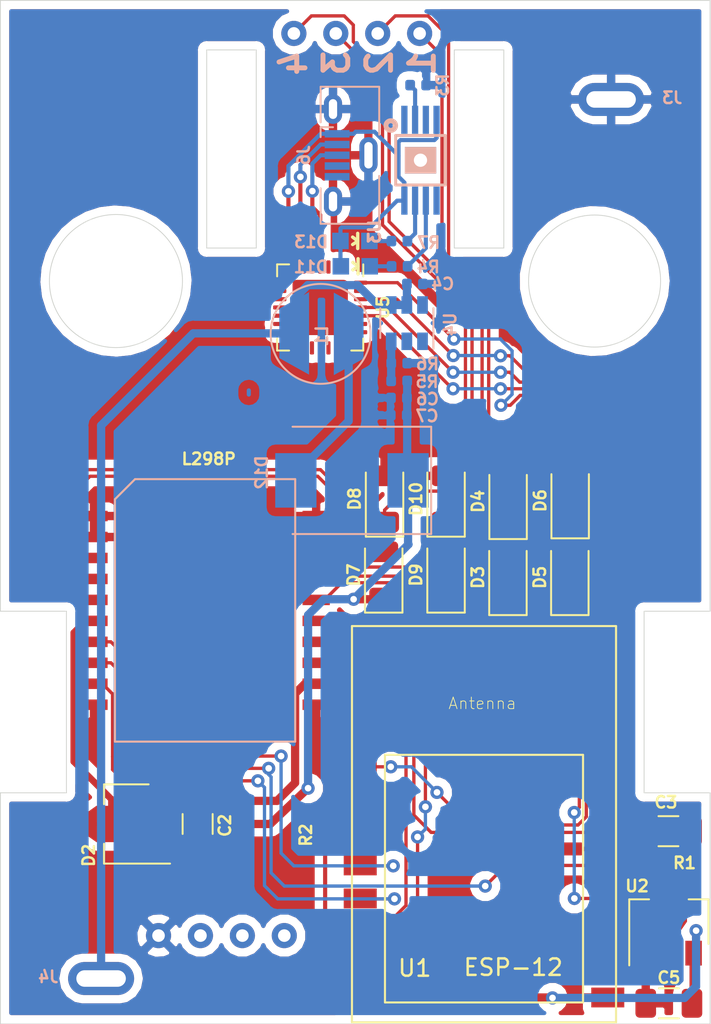
<source format=kicad_pcb>
(kicad_pcb (version 20171130) (host pcbnew 6.0.0-rc1-unknown-15e0771~66~ubuntu16.04.1)

  (general
    (thickness 1.6)
    (drawings 27)
    (tracks 345)
    (zones 0)
    (modules 37)
    (nets 33)
  )

  (page A4)
  (layers
    (0 F.Cu signal)
    (31 B.Cu signal)
    (32 B.Adhes user hide)
    (33 F.Adhes user hide)
    (34 B.Paste user hide)
    (35 F.Paste user hide)
    (36 B.SilkS user)
    (37 F.SilkS user)
    (38 B.Mask user hide)
    (39 F.Mask user hide)
    (40 Dwgs.User user)
    (41 Cmts.User user)
    (42 Eco1.User user)
    (43 Eco2.User user)
    (44 Edge.Cuts user)
    (45 Margin user)
    (46 B.CrtYd user)
    (47 F.CrtYd user)
    (48 B.Fab user hide)
    (49 F.Fab user hide)
  )

  (setup
    (last_trace_width 0.2)
    (user_trace_width 0.2)
    (user_trace_width 0.3)
    (user_trace_width 0.4)
    (user_trace_width 0.5)
    (user_trace_width 0.7)
    (user_trace_width 0.8)
    (user_trace_width 1)
    (trace_clearance 0.2)
    (zone_clearance 0.508)
    (zone_45_only no)
    (trace_min 0.2)
    (via_size 0.8)
    (via_drill 0.4)
    (via_min_size 0.4)
    (via_min_drill 0.3)
    (uvia_size 0.3)
    (uvia_drill 0.1)
    (uvias_allowed no)
    (uvia_min_size 0.2)
    (uvia_min_drill 0.1)
    (edge_width 0.05)
    (segment_width 0.2)
    (pcb_text_width 0.3)
    (pcb_text_size 1.5 1.5)
    (mod_edge_width 0.12)
    (mod_text_size 1 1)
    (mod_text_width 0.15)
    (pad_size 2.5 1.1)
    (pad_drill 0.65)
    (pad_to_mask_clearance 0.2)
    (aux_axis_origin 0 0)
    (visible_elements FFFFF77F)
    (pcbplotparams
      (layerselection 0x010fc_ffffffff)
      (usegerberextensions false)
      (usegerberattributes false)
      (usegerberadvancedattributes false)
      (creategerberjobfile false)
      (excludeedgelayer true)
      (linewidth 0.100000)
      (plotframeref false)
      (viasonmask false)
      (mode 1)
      (useauxorigin false)
      (hpglpennumber 1)
      (hpglpenspeed 20)
      (hpglpendiameter 15.000000)
      (psnegative false)
      (psa4output false)
      (plotreference true)
      (plotvalue true)
      (plotinvisibletext false)
      (padsonsilk false)
      (subtractmaskfromsilk false)
      (outputformat 1)
      (mirror false)
      (drillshape 1)
      (scaleselection 1)
      (outputdirectory ""))
  )

  (net 0 "")
  (net 1 GND)
  (net 2 "Net-(C2-Pad1)")
  (net 3 +6V)
  (net 4 "Net-(D3-Pad2)")
  (net 5 "Net-(D5-Pad2)")
  (net 6 "Net-(D7-Pad2)")
  (net 7 "Net-(R1-Pad2)")
  (net 8 "Net-(R2-Pad2)")
  (net 9 "Net-(IC1-Pad7)")
  (net 10 "Net-(IC1-Pad8)")
  (net 11 "Net-(IC1-Pad9)")
  (net 12 "Net-(IC1-Pad13)")
  (net 13 "Net-(IC1-Pad14)")
  (net 14 "Net-(IC1-Pad15)")
  (net 15 "Net-(R7-Pad1)")
  (net 16 "Net-(R4-Pad1)")
  (net 17 "Net-(D11-PadA)")
  (net 18 "Net-(R3-Pad1)")
  (net 19 "Net-(D10-Pad1)")
  (net 20 "Net-(D12-Pad2)")
  (net 21 "Net-(D13-PadC)")
  (net 22 "Net-(D11-PadC)")
  (net 23 "Net-(R5-Pad2)")
  (net 24 3,3V)
  (net 25 "Net-(J6-Pad3)")
  (net 26 "Net-(J6-Pad2)")
  (net 27 RXD)
  (net 28 TXD)
  (net 29 "Net-(C4-Pad1)")
  (net 30 "Net-(J1-Pad2)")
  (net 31 RTS)
  (net 32 DTR)

  (net_class Default "Это класс цепей по умолчанию."
    (clearance 0.2)
    (trace_width 0.25)
    (via_dia 0.8)
    (via_drill 0.4)
    (uvia_dia 0.3)
    (uvia_drill 0.1)
    (add_net +6V)
    (add_net 3,3V)
    (add_net DTR)
    (add_net GND)
    (add_net "Net-(C2-Pad1)")
    (add_net "Net-(C4-Pad1)")
    (add_net "Net-(D10-Pad1)")
    (add_net "Net-(D11-PadA)")
    (add_net "Net-(D11-PadC)")
    (add_net "Net-(D12-Pad2)")
    (add_net "Net-(D13-PadC)")
    (add_net "Net-(D3-Pad2)")
    (add_net "Net-(D5-Pad2)")
    (add_net "Net-(D7-Pad2)")
    (add_net "Net-(IC1-Pad13)")
    (add_net "Net-(IC1-Pad14)")
    (add_net "Net-(IC1-Pad15)")
    (add_net "Net-(IC1-Pad7)")
    (add_net "Net-(IC1-Pad8)")
    (add_net "Net-(IC1-Pad9)")
    (add_net "Net-(J1-Pad2)")
    (add_net "Net-(J6-Pad2)")
    (add_net "Net-(J6-Pad3)")
    (add_net "Net-(R1-Pad2)")
    (add_net "Net-(R2-Pad2)")
    (add_net "Net-(R3-Pad1)")
    (add_net "Net-(R4-Pad1)")
    (add_net "Net-(R5-Pad2)")
    (add_net "Net-(R7-Pad1)")
    (add_net RTS)
    (add_net RXD)
    (add_net TXD)
  )

  (module Package_DFN_QFN:QFN-28-1EP_5x5mm_P0.5mm_EP3.35x3.35mm (layer F.Cu) (tedit 5B4DC698) (tstamp 5BD9B6F1)
    (at 129.375 48.6 270)
    (descr "QFN, 28 Pin (http://ww1.microchip.com/downloads/en/PackagingSpec/00000049BQ.pdf (Page 283)), generated with kicad-footprint-generator ipc_dfn_qfn_generator.py")
    (tags "QFN DFN_QFN")
    (path /5B9E3955)
    (attr smd)
    (fp_text reference U5 (at 0 -3.8 270) (layer F.SilkS)
      (effects (font (size 0.7 0.7) (thickness 0.15)))
    )
    (fp_text value CP2102N-A01-GQFN24 (at 0 3.8 270) (layer F.Fab) hide
      (effects (font (size 0.7 0.7) (thickness 0.15)))
    )
    (fp_line (start 1.885 -2.61) (end 2.61 -2.61) (layer F.SilkS) (width 0.12))
    (fp_line (start 2.61 -2.61) (end 2.61 -1.885) (layer F.SilkS) (width 0.12))
    (fp_line (start -1.885 2.61) (end -2.61 2.61) (layer F.SilkS) (width 0.12))
    (fp_line (start -2.61 2.61) (end -2.61 1.885) (layer F.SilkS) (width 0.12))
    (fp_line (start 1.885 2.61) (end 2.61 2.61) (layer F.SilkS) (width 0.12))
    (fp_line (start 2.61 2.61) (end 2.61 1.885) (layer F.SilkS) (width 0.12))
    (fp_line (start -1.885 -2.61) (end -2.61 -2.61) (layer F.SilkS) (width 0.12))
    (fp_line (start -1.5 -2.5) (end 2.5 -2.5) (layer F.Fab) (width 0.1))
    (fp_line (start 2.5 -2.5) (end 2.5 2.5) (layer F.Fab) (width 0.1))
    (fp_line (start 2.5 2.5) (end -2.5 2.5) (layer F.Fab) (width 0.1))
    (fp_line (start -2.5 2.5) (end -2.5 -1.5) (layer F.Fab) (width 0.1))
    (fp_line (start -2.5 -1.5) (end -1.5 -2.5) (layer F.Fab) (width 0.1))
    (fp_line (start -3.1 -3.1) (end -3.1 3.1) (layer F.CrtYd) (width 0.05))
    (fp_line (start -3.1 3.1) (end 3.1 3.1) (layer F.CrtYd) (width 0.05))
    (fp_line (start 3.1 3.1) (end 3.1 -3.1) (layer F.CrtYd) (width 0.05))
    (fp_line (start 3.1 -3.1) (end -3.1 -3.1) (layer F.CrtYd) (width 0.05))
    (fp_text user %R (at 0 0 270) (layer F.Fab)
      (effects (font (size 0.7 0.7) (thickness 0.15)))
    )
    (pad 29 smd roundrect (at 0 0 270) (size 3.35 3.35) (layers F.Cu F.Mask) (roundrect_rratio 0.074627)
      (net 1 GND))
    (pad "" smd roundrect (at -1.12 -1.12 270) (size 0.9 0.9) (layers F.Paste) (roundrect_rratio 0.25))
    (pad "" smd roundrect (at -1.12 0 270) (size 0.9 0.9) (layers F.Paste) (roundrect_rratio 0.25))
    (pad "" smd roundrect (at -1.12 1.12 270) (size 0.9 0.9) (layers F.Paste) (roundrect_rratio 0.25))
    (pad "" smd roundrect (at 0 -1.12 270) (size 0.9 0.9) (layers F.Paste) (roundrect_rratio 0.25))
    (pad "" smd roundrect (at 0 0 270) (size 0.9 0.9) (layers F.Paste) (roundrect_rratio 0.25))
    (pad "" smd roundrect (at 0 1.12 270) (size 0.9 0.9) (layers F.Paste) (roundrect_rratio 0.25))
    (pad "" smd roundrect (at 1.12 -1.12 270) (size 0.9 0.9) (layers F.Paste) (roundrect_rratio 0.25))
    (pad "" smd roundrect (at 1.12 0 270) (size 0.9 0.9) (layers F.Paste) (roundrect_rratio 0.25))
    (pad "" smd roundrect (at 1.12 1.12 270) (size 0.9 0.9) (layers F.Paste) (roundrect_rratio 0.25))
    (pad 1 smd roundrect (at -2.45 -1.5 270) (size 0.8 0.25) (layers F.Cu F.Paste F.Mask) (roundrect_rratio 0.25))
    (pad 2 smd roundrect (at -2.45 -1 270) (size 0.8 0.25) (layers F.Cu F.Paste F.Mask) (roundrect_rratio 0.25))
    (pad 3 smd roundrect (at -2.45 -0.5 270) (size 0.8 0.25) (layers F.Cu F.Paste F.Mask) (roundrect_rratio 0.25)
      (net 1 GND))
    (pad 4 smd roundrect (at -2.45 0 270) (size 0.8 0.25) (layers F.Cu F.Paste F.Mask) (roundrect_rratio 0.25)
      (net 25 "Net-(J6-Pad3)"))
    (pad 5 smd roundrect (at -2.45 0.5 270) (size 0.8 0.25) (layers F.Cu F.Paste F.Mask) (roundrect_rratio 0.25)
      (net 26 "Net-(J6-Pad2)"))
    (pad 6 smd roundrect (at -2.45 1 270) (size 0.8 0.25) (layers F.Cu F.Paste F.Mask) (roundrect_rratio 0.25)
      (net 17 "Net-(D11-PadA)"))
    (pad 7 smd roundrect (at -2.45 1.5 270) (size 0.8 0.25) (layers F.Cu F.Paste F.Mask) (roundrect_rratio 0.25)
      (net 17 "Net-(D11-PadA)"))
    (pad 8 smd roundrect (at -1.5 2.45 270) (size 0.25 0.8) (layers F.Cu F.Paste F.Mask) (roundrect_rratio 0.25))
    (pad 9 smd roundrect (at -1 2.45 270) (size 0.25 0.8) (layers F.Cu F.Paste F.Mask) (roundrect_rratio 0.25))
    (pad 10 smd roundrect (at -0.5 2.45 270) (size 0.25 0.8) (layers F.Cu F.Paste F.Mask) (roundrect_rratio 0.25))
    (pad 11 smd roundrect (at 0 2.45 270) (size 0.25 0.8) (layers F.Cu F.Paste F.Mask) (roundrect_rratio 0.25))
    (pad 12 smd roundrect (at 0.5 2.45 270) (size 0.25 0.8) (layers F.Cu F.Paste F.Mask) (roundrect_rratio 0.25))
    (pad 13 smd roundrect (at 1 2.45 270) (size 0.25 0.8) (layers F.Cu F.Paste F.Mask) (roundrect_rratio 0.25))
    (pad 14 smd roundrect (at 1.5 2.45 270) (size 0.25 0.8) (layers F.Cu F.Paste F.Mask) (roundrect_rratio 0.25))
    (pad 15 smd roundrect (at 2.45 1.5 270) (size 0.8 0.25) (layers F.Cu F.Paste F.Mask) (roundrect_rratio 0.25))
    (pad 16 smd roundrect (at 2.45 1 270) (size 0.8 0.25) (layers F.Cu F.Paste F.Mask) (roundrect_rratio 0.25))
    (pad 17 smd roundrect (at 2.45 0.5 270) (size 0.8 0.25) (layers F.Cu F.Paste F.Mask) (roundrect_rratio 0.25))
    (pad 18 smd roundrect (at 2.45 0 270) (size 0.8 0.25) (layers F.Cu F.Paste F.Mask) (roundrect_rratio 0.25))
    (pad 19 smd roundrect (at 2.45 -0.5 270) (size 0.8 0.25) (layers F.Cu F.Paste F.Mask) (roundrect_rratio 0.25))
    (pad 20 smd roundrect (at 2.45 -1 270) (size 0.8 0.25) (layers F.Cu F.Paste F.Mask) (roundrect_rratio 0.25))
    (pad 21 smd roundrect (at 2.45 -1.5 270) (size 0.8 0.25) (layers F.Cu F.Paste F.Mask) (roundrect_rratio 0.25))
    (pad 22 smd roundrect (at 1.5 -2.45 270) (size 0.25 0.8) (layers F.Cu F.Paste F.Mask) (roundrect_rratio 0.25))
    (pad 23 smd roundrect (at 1 -2.45 270) (size 0.25 0.8) (layers F.Cu F.Paste F.Mask) (roundrect_rratio 0.25))
    (pad 24 smd roundrect (at 0.5 -2.45 270) (size 0.25 0.8) (layers F.Cu F.Paste F.Mask) (roundrect_rratio 0.25)
      (net 31 RTS))
    (pad 25 smd roundrect (at 0 -2.45 270) (size 0.25 0.8) (layers F.Cu F.Paste F.Mask) (roundrect_rratio 0.25)
      (net 27 RXD))
    (pad 26 smd roundrect (at -0.5 -2.45 270) (size 0.25 0.8) (layers F.Cu F.Paste F.Mask) (roundrect_rratio 0.25)
      (net 28 TXD))
    (pad 27 smd roundrect (at -1 -2.45 270) (size 0.25 0.8) (layers F.Cu F.Paste F.Mask) (roundrect_rratio 0.25))
    (pad 28 smd roundrect (at -1.5 -2.45 270) (size 0.25 0.8) (layers F.Cu F.Paste F.Mask) (roundrect_rratio 0.25)
      (net 32 DTR))
    (model ${KISYS3DMOD}/Package_DFN_QFN.3dshapes/QFN-28-1EP_5x5mm_P0.5mm_EP3.35x3.35mm.wrl
      (at (xyz 0 0 0))
      (scale (xyz 1 1 1))
      (rotate (xyz 0 0 0))
    )
  )

  (module Connector_USB:USB_Micro-B_Molex-105133-0001 (layer B.Cu) (tedit 5A142044) (tstamp 5BDA4535)
    (at 131.225704 39.380634 270)
    (descr "Molex Vertical Micro USB Typ-B (http://www.molex.com/pdm_docs/sd/1051330001_sd.pdf)")
    (tags "Micro-USB SMD Typ-B Vertical")
    (path /5B9E33AC)
    (attr smd)
    (fp_text reference J6 (at 0 2.85 270) (layer B.SilkS)
      (effects (font (size 0.7 0.7) (thickness 0.15)) (justify mirror))
    )
    (fp_text value USB_B_Micro (at -0.025 -3 270) (layer B.Fab) hide
      (effects (font (size 0.7 0.7) (thickness 0.15)) (justify mirror))
    )
    (fp_text user %R (at 0 0.375 270) (layer B.Fab)
      (effects (font (size 0.7 0.7) (thickness 0.15)) (justify mirror))
    )
    (fp_line (start -4 -1.565) (end -4 1.435) (layer B.Fab) (width 0.1))
    (fp_line (start 4 -1.565) (end 4 1.435) (layer B.Fab) (width 0.1))
    (fp_line (start -4 -1.565) (end 4 -1.565) (layer B.Fab) (width 0.1))
    (fp_line (start 4 1.435) (end -4 1.435) (layer B.Fab) (width 0.1))
    (fp_line (start -1.7 1.075) (end -1.7 1.825) (layer B.SilkS) (width 0.12))
    (fp_line (start -1.7 1.825) (end -1.1 1.825) (layer B.SilkS) (width 0.12))
    (fp_line (start -2 1.825) (end -4.15 1.825) (layer B.SilkS) (width 0.12))
    (fp_line (start 4.15 1.825) (end 4.15 -1.725) (layer B.SilkS) (width 0.12))
    (fp_line (start -4.15 -1.725) (end -1.25 -1.725) (layer B.SilkS) (width 0.12))
    (fp_line (start -4.15 1.825) (end -4.15 -1.725) (layer B.SilkS) (width 0.12))
    (fp_line (start 4.15 -1.725) (end 1.25 -1.725) (layer B.SilkS) (width 0.12))
    (fp_line (start 2 1.825) (end 4.15 1.825) (layer B.SilkS) (width 0.12))
    (fp_line (start -1.3 1.675) (end -1.525 1.85) (layer B.Fab) (width 0.1))
    (fp_line (start -1.525 2.075) (end -1.075 2.075) (layer B.Fab) (width 0.1))
    (fp_line (start -1.3 1.675) (end -1.075 1.85) (layer B.Fab) (width 0.1))
    (fp_line (start -1.525 1.85) (end -1.525 2.075) (layer B.Fab) (width 0.1))
    (fp_line (start -1.075 2.075) (end -1.075 1.85) (layer B.Fab) (width 0.1))
    (fp_line (start -4.5 -2.13) (end -4.5 2.13) (layer B.CrtYd) (width 0.05))
    (fp_line (start -4.5 2.13) (end 4.5 2.13) (layer B.CrtYd) (width 0.05))
    (fp_line (start -4.5 -2.13) (end 4.5 -2.13) (layer B.CrtYd) (width 0.05))
    (fp_line (start 4.5 -2.13) (end 4.5 2.13) (layer B.CrtYd) (width 0.05))
    (pad 3 smd rect (at 0 0.825 270) (size 0.45 1.5) (layers B.Cu B.Paste B.Mask)
      (net 25 "Net-(J6-Pad3)"))
    (pad 4 smd rect (at 0.65 0.825 270) (size 0.45 1.5) (layers B.Cu B.Paste B.Mask))
    (pad 2 smd rect (at -0.65 0.825 270) (size 0.45 1.5) (layers B.Cu B.Paste B.Mask)
      (net 26 "Net-(J6-Pad2)"))
    (pad 5 smd rect (at 1.3 0.825 270) (size 0.45 1.5) (layers B.Cu B.Paste B.Mask)
      (net 1 GND))
    (pad 1 smd rect (at -1.3 0.825 270) (size 0.45 1.5) (layers B.Cu B.Paste B.Mask)
      (net 17 "Net-(D11-PadA)"))
    (pad 6 thru_hole oval (at -2.8 1.075 270) (size 1.8 1.1) (drill oval 1.2 0.5) (layers *.Cu *.Mask)
      (net 1 GND))
    (pad 6 thru_hole oval (at 2.8 1.075 270) (size 1.8 1.1) (drill oval 1.2 0.5) (layers *.Cu *.Mask)
      (net 1 GND))
    (pad 6 thru_hole oval (at 0 -1.075 270) (size 2.2 1.1) (drill oval 1.6 0.5) (layers *.Cu *.Mask)
      (net 1 GND))
    (model ${KISYS3DMOD}/Connector_USB.3dshapes/USB_Micro-B_Molex-105133-0001.wrl
      (at (xyz 0 0 0))
      (scale (xyz 1 1 1))
      (rotate (xyz 0 0 0))
    )
  )

  (module Resistor_SMD:R_0402_1005Metric (layer F.Cu) (tedit 5B301BBD) (tstamp 5BD9DFCB)
    (at 129.675 80.56 90)
    (descr "Resistor SMD 0402 (1005 Metric), square (rectangular) end terminal, IPC_7351 nominal, (Body size source: http://www.tortai-tech.com/upload/download/2011102023233369053.pdf), generated with kicad-footprint-generator")
    (tags resistor)
    (path /5B6D71CF)
    (attr smd)
    (fp_text reference R2 (at 0 -1.17 90) (layer F.SilkS)
      (effects (font (size 0.7 0.7) (thickness 0.15)))
    )
    (fp_text value "10 k" (at 0 1.17 90) (layer F.Fab)
      (effects (font (size 0.7 0.7) (thickness 0.15)))
    )
    (fp_line (start -0.5 0.25) (end -0.5 -0.25) (layer F.Fab) (width 0.1))
    (fp_line (start -0.5 -0.25) (end 0.5 -0.25) (layer F.Fab) (width 0.1))
    (fp_line (start 0.5 -0.25) (end 0.5 0.25) (layer F.Fab) (width 0.1))
    (fp_line (start 0.5 0.25) (end -0.5 0.25) (layer F.Fab) (width 0.1))
    (fp_line (start -0.93 0.47) (end -0.93 -0.47) (layer F.CrtYd) (width 0.05))
    (fp_line (start -0.93 -0.47) (end 0.93 -0.47) (layer F.CrtYd) (width 0.05))
    (fp_line (start 0.93 -0.47) (end 0.93 0.47) (layer F.CrtYd) (width 0.05))
    (fp_line (start 0.93 0.47) (end -0.93 0.47) (layer F.CrtYd) (width 0.05))
    (fp_text user %R (at 0 0 90) (layer F.Fab)
      (effects (font (size 0.25 0.25) (thickness 0.04)))
    )
    (pad 1 smd roundrect (at -0.485 0 90) (size 0.59 0.64) (layers F.Cu F.Paste F.Mask) (roundrect_rratio 0.25)
      (net 24 3,3V))
    (pad 2 smd roundrect (at 0.485 0 90) (size 0.59 0.64) (layers F.Cu F.Paste F.Mask) (roundrect_rratio 0.25)
      (net 8 "Net-(R2-Pad2)"))
    (model ${KISYS3DMOD}/Resistor_SMD.3dshapes/R_0402_1005Metric.wrl
      (at (xyz 0 0 0))
      (scale (xyz 1 1 1))
      (rotate (xyz 0 0 0))
    )
  )

  (module imm:ESP-12 (layer F.Cu) (tedit 5B76D5CD) (tstamp 5BD9CB00)
    (at 139.3 80.9)
    (path /5B6D3DCA)
    (attr smd)
    (fp_text reference U1 (at -4.2 7.725) (layer F.SilkS)
      (effects (font (size 1 1) (thickness 0.15)))
    )
    (fp_text value ESP-12 (at 1.775 7.675) (layer F.SilkS)
      (effects (font (size 1 1) (thickness 0.15)))
    )
    (fp_line (start -8 -13) (end 8 -13) (layer F.SilkS) (width 0.127))
    (fp_line (start 8 -13) (end 8 11) (layer F.SilkS) (width 0.127))
    (fp_line (start 8 11) (end -8 11) (layer F.SilkS) (width 0.127))
    (fp_line (start -8 11) (end -8 -13) (layer F.SilkS) (width 0.127))
    (fp_line (start -6 -5.2) (end 6 -5.2) (layer F.SilkS) (width 0.127))
    (fp_line (start 6 -5.2) (end 6 9.8) (layer F.SilkS) (width 0.127))
    (fp_line (start 6 9.8) (end -6 9.8) (layer F.SilkS) (width 0.127))
    (fp_line (start -6 9.8) (end -6 -5.2) (layer F.SilkS) (width 0.127))
    (fp_text user Antenna (at -0.100217 -8.318014) (layer F.SilkS)
      (effects (font (size 0.7 0.7) (thickness 0.05)))
    )
    (pad 1 smd rect (at -7.5 -4.5) (size 2 1.2) (layers F.Cu F.Paste F.Mask)
      (net 31 RTS))
    (pad 2 smd rect (at -7.5 -2.5) (size 2 1.2) (layers F.Cu F.Paste F.Mask))
    (pad 3 smd rect (at -7.5 -0.5) (size 2 1.2) (layers F.Cu F.Paste F.Mask)
      (net 8 "Net-(R2-Pad2)"))
    (pad 4 smd rect (at -7.5 1.5) (size 2 1.2) (layers F.Cu F.Paste F.Mask)
      (net 9 "Net-(IC1-Pad7)"))
    (pad 5 smd rect (at -7.5 3.5) (size 2 1.2) (layers F.Cu F.Paste F.Mask)
      (net 11 "Net-(IC1-Pad9)"))
    (pad 6 smd rect (at -7.5 5.5) (size 2 1.2) (layers F.Cu F.Paste F.Mask)
      (net 12 "Net-(IC1-Pad13)"))
    (pad 7 smd rect (at -7.5 7.5) (size 2 1.2) (layers F.Cu F.Paste F.Mask)
      (net 14 "Net-(IC1-Pad15)"))
    (pad 8 smd rect (at -7.5 9.5) (size 2 1.2) (layers F.Cu F.Paste F.Mask)
      (net 24 3,3V))
    (pad 9 smd rect (at 7.5 9.5) (size 2 1.2) (layers F.Cu F.Paste F.Mask)
      (net 1 GND))
    (pad 10 smd rect (at 7.5 7.5) (size 2 1.2) (layers F.Cu F.Paste F.Mask)
      (net 7 "Net-(R1-Pad2)"))
    (pad 11 smd rect (at 7.5 5.5) (size 2 1.2) (layers F.Cu F.Paste F.Mask)
      (net 30 "Net-(J1-Pad2)"))
    (pad 12 smd rect (at 7.5 3.5) (size 2 1.2) (layers F.Cu F.Paste F.Mask)
      (net 32 DTR))
    (pad 13 smd rect (at 7.5 1.5) (size 2 1.2) (layers F.Cu F.Paste F.Mask)
      (net 10 "Net-(IC1-Pad8)"))
    (pad 14 smd rect (at 7.5 -0.5) (size 2 1.2) (layers F.Cu F.Paste F.Mask)
      (net 13 "Net-(IC1-Pad14)"))
    (pad 15 smd rect (at 7.5 -2.5) (size 2 1.2) (layers F.Cu F.Paste F.Mask)
      (net 28 TXD))
    (pad 16 smd rect (at 7.5 -4.5) (size 2 1.2) (layers F.Cu F.Paste F.Mask)
      (net 27 RXD))
    (model ${ESPLIB}/ESP8266.3dshapes/ESP-12.wrl
      (offset (xyz -7 4.5 0))
      (scale (xyz 0.3937 0.3937 0.3937))
      (rotate (xyz 0 0 0))
    )
  )

  (module Capacitor_SMD:C_0402_1005Metric (layer B.Cu) (tedit 5B301BBE) (tstamp 5BD9B876)
    (at 135.115 47.175)
    (descr "Capacitor SMD 0402 (1005 Metric), square (rectangular) end terminal, IPC_7351 nominal, (Body size source: http://www.tortai-tech.com/upload/download/2011102023233369053.pdf), generated with kicad-footprint-generator")
    (tags capacitor)
    (path /5BEED6D8)
    (attr smd)
    (fp_text reference C4 (at 1.685 0) (layer B.SilkS)
      (effects (font (size 0.7 0.7) (thickness 0.15)) (justify mirror))
    )
    (fp_text value 22uF (at 0 -1.17) (layer B.Fab)
      (effects (font (size 0.7 0.7) (thickness 0.15)) (justify mirror))
    )
    (fp_line (start -0.5 -0.25) (end -0.5 0.25) (layer B.Fab) (width 0.1))
    (fp_line (start -0.5 0.25) (end 0.5 0.25) (layer B.Fab) (width 0.1))
    (fp_line (start 0.5 0.25) (end 0.5 -0.25) (layer B.Fab) (width 0.1))
    (fp_line (start 0.5 -0.25) (end -0.5 -0.25) (layer B.Fab) (width 0.1))
    (fp_line (start -0.93 -0.47) (end -0.93 0.47) (layer B.CrtYd) (width 0.05))
    (fp_line (start -0.93 0.47) (end 0.93 0.47) (layer B.CrtYd) (width 0.05))
    (fp_line (start 0.93 0.47) (end 0.93 -0.47) (layer B.CrtYd) (width 0.05))
    (fp_line (start 0.93 -0.47) (end -0.93 -0.47) (layer B.CrtYd) (width 0.05))
    (fp_text user %R (at 0 0) (layer B.Fab)
      (effects (font (size 0.25 0.25) (thickness 0.04)) (justify mirror))
    )
    (pad 1 smd roundrect (at -0.485 0) (size 0.59 0.64) (layers B.Cu B.Paste B.Mask) (roundrect_rratio 0.25)
      (net 29 "Net-(C4-Pad1)"))
    (pad 2 smd roundrect (at 0.485 0) (size 0.59 0.64) (layers B.Cu B.Paste B.Mask) (roundrect_rratio 0.25)
      (net 1 GND))
    (model ${KISYS3DMOD}/Capacitor_SMD.3dshapes/C_0402_1005Metric.wrl
      (at (xyz 0 0 0))
      (scale (xyz 1 1 1))
      (rotate (xyz 0 0 0))
    )
  )

  (module Capacitor_SMD:C_0402_1005Metric (layer B.Cu) (tedit 5B301BBE) (tstamp 5BD9B867)
    (at 134.145476 54.082256 180)
    (descr "Capacitor SMD 0402 (1005 Metric), square (rectangular) end terminal, IPC_7351 nominal, (Body size source: http://www.tortai-tech.com/upload/download/2011102023233369053.pdf), generated with kicad-footprint-generator")
    (tags capacitor)
    (path /5BF1B022)
    (attr smd)
    (fp_text reference C6 (at -1.729524 -0.067744 180) (layer B.SilkS)
      (effects (font (size 0.7 0.7) (thickness 0.15)) (justify mirror))
    )
    (fp_text value 22uF (at 0 -1.17 180) (layer B.Fab)
      (effects (font (size 0.7 0.7) (thickness 0.15)) (justify mirror))
    )
    (fp_text user %R (at 0 0 180) (layer B.Fab)
      (effects (font (size 0.25 0.25) (thickness 0.04)) (justify mirror))
    )
    (fp_line (start 0.93 -0.47) (end -0.93 -0.47) (layer B.CrtYd) (width 0.05))
    (fp_line (start 0.93 0.47) (end 0.93 -0.47) (layer B.CrtYd) (width 0.05))
    (fp_line (start -0.93 0.47) (end 0.93 0.47) (layer B.CrtYd) (width 0.05))
    (fp_line (start -0.93 -0.47) (end -0.93 0.47) (layer B.CrtYd) (width 0.05))
    (fp_line (start 0.5 -0.25) (end -0.5 -0.25) (layer B.Fab) (width 0.1))
    (fp_line (start 0.5 0.25) (end 0.5 -0.25) (layer B.Fab) (width 0.1))
    (fp_line (start -0.5 0.25) (end 0.5 0.25) (layer B.Fab) (width 0.1))
    (fp_line (start -0.5 -0.25) (end -0.5 0.25) (layer B.Fab) (width 0.1))
    (pad 2 smd roundrect (at 0.485 0 180) (size 0.59 0.64) (layers B.Cu B.Paste B.Mask) (roundrect_rratio 0.25)
      (net 1 GND))
    (pad 1 smd roundrect (at -0.485 0 180) (size 0.59 0.64) (layers B.Cu B.Paste B.Mask) (roundrect_rratio 0.25)
      (net 3 +6V))
    (model ${KISYS3DMOD}/Capacitor_SMD.3dshapes/C_0402_1005Metric.wrl
      (at (xyz 0 0 0))
      (scale (xyz 1 1 1))
      (rotate (xyz 0 0 0))
    )
  )

  (module Capacitor_SMD:C_0402_1005Metric (layer B.Cu) (tedit 5B301BBE) (tstamp 5BD9B858)
    (at 134.135 55.125 180)
    (descr "Capacitor SMD 0402 (1005 Metric), square (rectangular) end terminal, IPC_7351 nominal, (Body size source: http://www.tortai-tech.com/upload/download/2011102023233369053.pdf), generated with kicad-footprint-generator")
    (tags capacitor)
    (path /5BF4979A)
    (attr smd)
    (fp_text reference C7 (at -1.715 -0.05 180) (layer B.SilkS)
      (effects (font (size 0.7 0.7) (thickness 0.15)) (justify mirror))
    )
    (fp_text value 10uF (at 0 -1.17 180) (layer B.Fab)
      (effects (font (size 0.7 0.7) (thickness 0.15)) (justify mirror))
    )
    (fp_line (start -0.5 -0.25) (end -0.5 0.25) (layer B.Fab) (width 0.1))
    (fp_line (start -0.5 0.25) (end 0.5 0.25) (layer B.Fab) (width 0.1))
    (fp_line (start 0.5 0.25) (end 0.5 -0.25) (layer B.Fab) (width 0.1))
    (fp_line (start 0.5 -0.25) (end -0.5 -0.25) (layer B.Fab) (width 0.1))
    (fp_line (start -0.93 -0.47) (end -0.93 0.47) (layer B.CrtYd) (width 0.05))
    (fp_line (start -0.93 0.47) (end 0.93 0.47) (layer B.CrtYd) (width 0.05))
    (fp_line (start 0.93 0.47) (end 0.93 -0.47) (layer B.CrtYd) (width 0.05))
    (fp_line (start 0.93 -0.47) (end -0.93 -0.47) (layer B.CrtYd) (width 0.05))
    (fp_text user %R (at 0 0 180) (layer B.Fab)
      (effects (font (size 0.25 0.25) (thickness 0.04)) (justify mirror))
    )
    (pad 1 smd roundrect (at -0.485 0 180) (size 0.59 0.64) (layers B.Cu B.Paste B.Mask) (roundrect_rratio 0.25)
      (net 3 +6V))
    (pad 2 smd roundrect (at 0.485 0 180) (size 0.59 0.64) (layers B.Cu B.Paste B.Mask) (roundrect_rratio 0.25)
      (net 1 GND))
    (model ${KISYS3DMOD}/Capacitor_SMD.3dshapes/C_0402_1005Metric.wrl
      (at (xyz 0 0 0))
      (scale (xyz 1 1 1))
      (rotate (xyz 0 0 0))
    )
  )

  (module Capacitor_SMD:C_1206_3216Metric (layer F.Cu) (tedit 5B301BBE) (tstamp 5BD9B82A)
    (at 121.949364 79.888808 270)
    (descr "Capacitor SMD 1206 (3216 Metric), square (rectangular) end terminal, IPC_7351 nominal, (Body size source: http://www.tortai-tech.com/upload/download/2011102023233369053.pdf), generated with kicad-footprint-generator")
    (tags capacitor)
    (path /5B701995)
    (attr smd)
    (fp_text reference C2 (at 0.086192 -1.650636 90) (layer F.SilkS)
      (effects (font (size 0.7 0.7) (thickness 0.15)))
    )
    (fp_text value "47 µF" (at 0 1.82 270) (layer F.Fab)
      (effects (font (size 0.7 0.7) (thickness 0.15)))
    )
    (fp_line (start -1.6 0.8) (end -1.6 -0.8) (layer F.Fab) (width 0.1))
    (fp_line (start -1.6 -0.8) (end 1.6 -0.8) (layer F.Fab) (width 0.1))
    (fp_line (start 1.6 -0.8) (end 1.6 0.8) (layer F.Fab) (width 0.1))
    (fp_line (start 1.6 0.8) (end -1.6 0.8) (layer F.Fab) (width 0.1))
    (fp_line (start -0.602064 -0.91) (end 0.602064 -0.91) (layer F.SilkS) (width 0.12))
    (fp_line (start -0.602064 0.91) (end 0.602064 0.91) (layer F.SilkS) (width 0.12))
    (fp_line (start -2.28 1.12) (end -2.28 -1.12) (layer F.CrtYd) (width 0.05))
    (fp_line (start -2.28 -1.12) (end 2.28 -1.12) (layer F.CrtYd) (width 0.05))
    (fp_line (start 2.28 -1.12) (end 2.28 1.12) (layer F.CrtYd) (width 0.05))
    (fp_line (start 2.28 1.12) (end -2.28 1.12) (layer F.CrtYd) (width 0.05))
    (fp_text user %R (at 0 0 270) (layer F.Fab)
      (effects (font (size 0.8 0.8) (thickness 0.12)))
    )
    (pad 1 smd roundrect (at -1.4 0 270) (size 1.25 1.75) (layers F.Cu F.Paste F.Mask) (roundrect_rratio 0.2)
      (net 2 "Net-(C2-Pad1)"))
    (pad 2 smd roundrect (at 1.4 0 270) (size 1.25 1.75) (layers F.Cu F.Paste F.Mask) (roundrect_rratio 0.2)
      (net 1 GND))
    (model ${KISYS3DMOD}/Capacitor_SMD.3dshapes/C_1206_3216Metric.wrl
      (at (xyz 0 0 0))
      (scale (xyz 1 1 1))
      (rotate (xyz 0 0 0))
    )
  )

  (module Capacitor_SMD:C_1206_3216Metric (layer F.Cu) (tedit 5B301BBE) (tstamp 5BD9B829)
    (at 150.475 80.325 180)
    (descr "Capacitor SMD 1206 (3216 Metric), square (rectangular) end terminal, IPC_7351 nominal, (Body size source: http://www.tortai-tech.com/upload/download/2011102023233369053.pdf), generated with kicad-footprint-generator")
    (tags capacitor)
    (path /5BA2D205)
    (attr smd)
    (fp_text reference C3 (at 0.15 1.75 180) (layer F.SilkS)
      (effects (font (size 0.7 0.7) (thickness 0.15)))
    )
    (fp_text value TAJA106K016RNJ (at 0 1.82 180) (layer F.Fab)
      (effects (font (size 0.7 0.7) (thickness 0.15)))
    )
    (fp_text user %R (at 0 0 180) (layer F.Fab)
      (effects (font (size 0.8 0.8) (thickness 0.12)))
    )
    (fp_line (start 2.28 1.12) (end -2.28 1.12) (layer F.CrtYd) (width 0.05))
    (fp_line (start 2.28 -1.12) (end 2.28 1.12) (layer F.CrtYd) (width 0.05))
    (fp_line (start -2.28 -1.12) (end 2.28 -1.12) (layer F.CrtYd) (width 0.05))
    (fp_line (start -2.28 1.12) (end -2.28 -1.12) (layer F.CrtYd) (width 0.05))
    (fp_line (start -0.602064 0.91) (end 0.602064 0.91) (layer F.SilkS) (width 0.12))
    (fp_line (start -0.602064 -0.91) (end 0.602064 -0.91) (layer F.SilkS) (width 0.12))
    (fp_line (start 1.6 0.8) (end -1.6 0.8) (layer F.Fab) (width 0.1))
    (fp_line (start 1.6 -0.8) (end 1.6 0.8) (layer F.Fab) (width 0.1))
    (fp_line (start -1.6 -0.8) (end 1.6 -0.8) (layer F.Fab) (width 0.1))
    (fp_line (start -1.6 0.8) (end -1.6 -0.8) (layer F.Fab) (width 0.1))
    (pad 2 smd roundrect (at 1.4 0 180) (size 1.25 1.75) (layers F.Cu F.Paste F.Mask) (roundrect_rratio 0.2)
      (net 1 GND))
    (pad 1 smd roundrect (at -1.4 0 180) (size 1.25 1.75) (layers F.Cu F.Paste F.Mask) (roundrect_rratio 0.2)
      (net 3 +6V))
    (model ${KISYS3DMOD}/Capacitor_SMD.3dshapes/C_1206_3216Metric.wrl
      (at (xyz 0 0 0))
      (scale (xyz 1 1 1))
      (rotate (xyz 0 0 0))
    )
  )

  (module Capacitor_SMD:C_1206_3216Metric (layer F.Cu) (tedit 5B301BBE) (tstamp 5BD9B818)
    (at 150.5 90.75 180)
    (descr "Capacitor SMD 1206 (3216 Metric), square (rectangular) end terminal, IPC_7351 nominal, (Body size source: http://www.tortai-tech.com/upload/download/2011102023233369053.pdf), generated with kicad-footprint-generator")
    (tags capacitor)
    (path /5BA2D3D7)
    (attr smd)
    (fp_text reference C5 (at 0 1.55) (layer F.SilkS)
      (effects (font (size 0.7 0.7) (thickness 0.15)))
    )
    (fp_text value TAJA106K016RNJ (at 0 1.82 180) (layer F.Fab)
      (effects (font (size 0.7 0.7) (thickness 0.15)))
    )
    (fp_line (start -1.6 0.8) (end -1.6 -0.8) (layer F.Fab) (width 0.1))
    (fp_line (start -1.6 -0.8) (end 1.6 -0.8) (layer F.Fab) (width 0.1))
    (fp_line (start 1.6 -0.8) (end 1.6 0.8) (layer F.Fab) (width 0.1))
    (fp_line (start 1.6 0.8) (end -1.6 0.8) (layer F.Fab) (width 0.1))
    (fp_line (start -0.602064 -0.91) (end 0.602064 -0.91) (layer F.SilkS) (width 0.12))
    (fp_line (start -0.602064 0.91) (end 0.602064 0.91) (layer F.SilkS) (width 0.12))
    (fp_line (start -2.28 1.12) (end -2.28 -1.12) (layer F.CrtYd) (width 0.05))
    (fp_line (start -2.28 -1.12) (end 2.28 -1.12) (layer F.CrtYd) (width 0.05))
    (fp_line (start 2.28 -1.12) (end 2.28 1.12) (layer F.CrtYd) (width 0.05))
    (fp_line (start 2.28 1.12) (end -2.28 1.12) (layer F.CrtYd) (width 0.05))
    (fp_text user %R (at 0 0 180) (layer F.Fab)
      (effects (font (size 0.8 0.8) (thickness 0.12)))
    )
    (pad 1 smd roundrect (at -1.4 0 180) (size 1.25 1.75) (layers F.Cu F.Paste F.Mask) (roundrect_rratio 0.2)
      (net 24 3,3V))
    (pad 2 smd roundrect (at 1.4 0 180) (size 1.25 1.75) (layers F.Cu F.Paste F.Mask) (roundrect_rratio 0.2)
      (net 1 GND))
    (model ${KISYS3DMOD}/Capacitor_SMD.3dshapes/C_1206_3216Metric.wrl
      (at (xyz 0 0 0))
      (scale (xyz 1 1 1))
      (rotate (xyz 0 0 0))
    )
  )

  (module Diode_SMD:D_SMC (layer B.Cu) (tedit 5864295D) (tstamp 5BD9B757)
    (at 131.3 59.075 180)
    (descr "Diode SMC (DO-214AB)")
    (tags "Diode SMC (DO-214AB)")
    (path /5BE68B0D)
    (attr smd)
    (fp_text reference D12 (at 5.475 0.475 270) (layer B.SilkS)
      (effects (font (size 0.7 0.7) (thickness 0.15)) (justify mirror))
    )
    (fp_text value 1N5822 (at 0 -4.2 180) (layer B.Fab)
      (effects (font (size 0.7 0.7) (thickness 0.15)) (justify mirror))
    )
    (fp_text user %R (at 0 1.9 180) (layer B.Fab)
      (effects (font (size 0.7 0.7) (thickness 0.15)) (justify mirror))
    )
    (fp_line (start -4.8 -3.25) (end -4.8 3.25) (layer B.SilkS) (width 0.12))
    (fp_line (start 3.55 -3.1) (end -3.55 -3.1) (layer B.Fab) (width 0.1))
    (fp_line (start -3.55 -3.1) (end -3.55 3.1) (layer B.Fab) (width 0.1))
    (fp_line (start 3.55 3.1) (end 3.55 -3.1) (layer B.Fab) (width 0.1))
    (fp_line (start 3.55 3.1) (end -3.55 3.1) (layer B.Fab) (width 0.1))
    (fp_line (start -4.9 3.35) (end 4.9 3.35) (layer B.CrtYd) (width 0.05))
    (fp_line (start 4.9 3.35) (end 4.9 -3.35) (layer B.CrtYd) (width 0.05))
    (fp_line (start 4.9 -3.35) (end -4.9 -3.35) (layer B.CrtYd) (width 0.05))
    (fp_line (start -4.9 -3.35) (end -4.9 3.35) (layer B.CrtYd) (width 0.05))
    (fp_line (start -0.64944 -0.00102) (end -1.55114 -0.00102) (layer B.Fab) (width 0.1))
    (fp_line (start 0.50118 -0.00102) (end 1.4994 -0.00102) (layer B.Fab) (width 0.1))
    (fp_line (start -0.64944 0.79908) (end -0.64944 -0.80112) (layer B.Fab) (width 0.1))
    (fp_line (start 0.50118 -0.75032) (end 0.50118 0.79908) (layer B.Fab) (width 0.1))
    (fp_line (start -0.64944 -0.00102) (end 0.50118 -0.75032) (layer B.Fab) (width 0.1))
    (fp_line (start -0.64944 -0.00102) (end 0.50118 0.79908) (layer B.Fab) (width 0.1))
    (fp_line (start -4.8 -3.25) (end 3.6 -3.25) (layer B.SilkS) (width 0.12))
    (fp_line (start -4.8 3.25) (end 3.6 3.25) (layer B.SilkS) (width 0.12))
    (pad 1 smd rect (at -3.4 0 90) (size 3.3 2.5) (layers B.Cu B.Paste B.Mask)
      (net 3 +6V))
    (pad 2 smd rect (at 3.4 0 90) (size 3.3 2.5) (layers B.Cu B.Paste B.Mask)
      (net 20 "Net-(D12-Pad2)"))
    (model ${KISYS3DMOD}/Diode_SMD.3dshapes/D_SMC.wrl
      (at (xyz 0 0 0))
      (scale (xyz 1 1 1))
      (rotate (xyz 0 0 0))
    )
  )

  (module Package_TO_SOT_SMD:SOT-23-6 (layer B.Cu) (tedit 5A02FF57) (tstamp 5BD9B6B6)
    (at 134.625 49.55 90)
    (descr "6-pin SOT-23 package")
    (tags SOT-23-6)
    (path /5BDFED5B)
    (attr smd)
    (fp_text reference U4 (at -0.075 2.625 90) (layer B.SilkS)
      (effects (font (size 0.7 0.7) (thickness 0.15)) (justify mirror))
    )
    (fp_text value MT3608 (at 0 -2.9 90) (layer B.Fab)
      (effects (font (size 0.7 0.7) (thickness 0.15)) (justify mirror))
    )
    (fp_text user %R (at 0 0) (layer B.Fab)
      (effects (font (size 0.5 0.5) (thickness 0.075)) (justify mirror))
    )
    (fp_line (start -0.9 -1.61) (end 0.9 -1.61) (layer B.SilkS) (width 0.12))
    (fp_line (start 0.9 1.61) (end -1.55 1.61) (layer B.SilkS) (width 0.12))
    (fp_line (start 1.9 1.8) (end -1.9 1.8) (layer B.CrtYd) (width 0.05))
    (fp_line (start 1.9 -1.8) (end 1.9 1.8) (layer B.CrtYd) (width 0.05))
    (fp_line (start -1.9 -1.8) (end 1.9 -1.8) (layer B.CrtYd) (width 0.05))
    (fp_line (start -1.9 1.8) (end -1.9 -1.8) (layer B.CrtYd) (width 0.05))
    (fp_line (start -0.9 0.9) (end -0.25 1.55) (layer B.Fab) (width 0.1))
    (fp_line (start 0.9 1.55) (end -0.25 1.55) (layer B.Fab) (width 0.1))
    (fp_line (start -0.9 0.9) (end -0.9 -1.55) (layer B.Fab) (width 0.1))
    (fp_line (start 0.9 -1.55) (end -0.9 -1.55) (layer B.Fab) (width 0.1))
    (fp_line (start 0.9 1.55) (end 0.9 -1.55) (layer B.Fab) (width 0.1))
    (pad 1 smd rect (at -1.1 0.95 90) (size 1.06 0.65) (layers B.Cu B.Paste B.Mask)
      (net 20 "Net-(D12-Pad2)"))
    (pad 2 smd rect (at -1.1 0 90) (size 1.06 0.65) (layers B.Cu B.Paste B.Mask)
      (net 1 GND))
    (pad 3 smd rect (at -1.1 -0.95 90) (size 1.06 0.65) (layers B.Cu B.Paste B.Mask)
      (net 23 "Net-(R5-Pad2)"))
    (pad 4 smd rect (at 1.1 -0.95 90) (size 1.06 0.65) (layers B.Cu B.Paste B.Mask)
      (net 29 "Net-(C4-Pad1)"))
    (pad 6 smd rect (at 1.1 0.95 90) (size 1.06 0.65) (layers B.Cu B.Paste B.Mask))
    (pad 5 smd rect (at 1.1 0 90) (size 1.06 0.65) (layers B.Cu B.Paste B.Mask)
      (net 29 "Net-(C4-Pad1)"))
    (model ${KISYS3DMOD}/Package_TO_SOT_SMD.3dshapes/SOT-23-6.wrl
      (at (xyz 0 0 0))
      (scale (xyz 1 1 1))
      (rotate (xyz 0 0 0))
    )
  )

  (module Package_TO_SOT_SMD:SOT-89-3 (layer F.Cu) (tedit 5A02FF57) (tstamp 5BD9B689)
    (at 150.5 86.2335 90)
    (descr SOT-89-3)
    (tags SOT-89-3)
    (path /5BA371D2)
    (attr smd)
    (fp_text reference U2 (at 2.5835 -1.925 180) (layer F.SilkS)
      (effects (font (size 0.7 0.7) (thickness 0.15)))
    )
    (fp_text value HT7533-1 (at 0.45 3.25 90) (layer F.Fab)
      (effects (font (size 0.7 0.7) (thickness 0.15)))
    )
    (fp_text user %R (at 0.38 0 180) (layer F.Fab)
      (effects (font (size 0.6 0.6) (thickness 0.09)))
    )
    (fp_line (start 1.78 1.2) (end 1.78 2.4) (layer F.SilkS) (width 0.12))
    (fp_line (start 1.78 2.4) (end -0.92 2.4) (layer F.SilkS) (width 0.12))
    (fp_line (start -2.22 -2.4) (end 1.78 -2.4) (layer F.SilkS) (width 0.12))
    (fp_line (start 1.78 -2.4) (end 1.78 -1.2) (layer F.SilkS) (width 0.12))
    (fp_line (start -0.92 -1.51) (end -0.13 -2.3) (layer F.Fab) (width 0.1))
    (fp_line (start 1.68 -2.3) (end 1.68 2.3) (layer F.Fab) (width 0.1))
    (fp_line (start 1.68 2.3) (end -0.92 2.3) (layer F.Fab) (width 0.1))
    (fp_line (start -0.92 2.3) (end -0.92 -1.51) (layer F.Fab) (width 0.1))
    (fp_line (start -0.13 -2.3) (end 1.68 -2.3) (layer F.Fab) (width 0.1))
    (fp_line (start 3.23 -2.55) (end 3.23 2.55) (layer F.CrtYd) (width 0.05))
    (fp_line (start 3.23 -2.55) (end -2.48 -2.55) (layer F.CrtYd) (width 0.05))
    (fp_line (start -2.48 2.55) (end 3.23 2.55) (layer F.CrtYd) (width 0.05))
    (fp_line (start -2.48 2.55) (end -2.48 -2.55) (layer F.CrtYd) (width 0.05))
    (pad 2 smd trapezoid (at 2.667 0) (size 1.6 0.85) (rect_delta 0 0.6 ) (layers F.Cu F.Paste F.Mask)
      (net 3 +6V))
    (pad 1 smd rect (at -1.48 -1.5) (size 1 1.5) (layers F.Cu F.Paste F.Mask)
      (net 1 GND))
    (pad 2 smd rect (at -1.3335 0) (size 1 1.8) (layers F.Cu F.Paste F.Mask)
      (net 3 +6V))
    (pad 3 smd rect (at -1.48 1.5) (size 1 1.5) (layers F.Cu F.Paste F.Mask)
      (net 24 3,3V))
    (pad 2 smd rect (at 1.3335 0) (size 2.2 1.84) (layers F.Cu F.Paste F.Mask)
      (net 3 +6V))
    (pad 2 smd trapezoid (at -0.0762 0 180) (size 1.5 1) (rect_delta 0 0.7 ) (layers F.Cu F.Paste F.Mask)
      (net 3 +6V))
    (model ${KISYS3DMOD}/Package_TO_SOT_SMD.3dshapes/SOT-89-3.wrl
      (at (xyz 0 0 0))
      (scale (xyz 1 1 1))
      (rotate (xyz 0 0 0))
    )
  )

  (module Resistor_SMD:R_0402_1005Metric (layer B.Cu) (tedit 5B301BBD) (tstamp 5BD9B65A)
    (at 134.175704 44.580634 180)
    (descr "Resistor SMD 0402 (1005 Metric), square (rectangular) end terminal, IPC_7351 nominal, (Body size source: http://www.tortai-tech.com/upload/download/2011102023233369053.pdf), generated with kicad-footprint-generator")
    (tags resistor)
    (path /5B9EA0BA)
    (attr smd)
    (fp_text reference R7 (at -1.774296 -0.094366 180) (layer B.SilkS)
      (effects (font (size 0.7 0.7) (thickness 0.15)) (justify mirror))
    )
    (fp_text value 1k (at 0 -1.17 180) (layer B.Fab) hide
      (effects (font (size 0.7 0.7) (thickness 0.15)) (justify mirror))
    )
    (fp_line (start -0.5 -0.25) (end -0.5 0.25) (layer B.Fab) (width 0.1))
    (fp_line (start -0.5 0.25) (end 0.5 0.25) (layer B.Fab) (width 0.1))
    (fp_line (start 0.5 0.25) (end 0.5 -0.25) (layer B.Fab) (width 0.1))
    (fp_line (start 0.5 -0.25) (end -0.5 -0.25) (layer B.Fab) (width 0.1))
    (fp_line (start -0.93 -0.47) (end -0.93 0.47) (layer B.CrtYd) (width 0.05))
    (fp_line (start -0.93 0.47) (end 0.93 0.47) (layer B.CrtYd) (width 0.05))
    (fp_line (start 0.93 0.47) (end 0.93 -0.47) (layer B.CrtYd) (width 0.05))
    (fp_line (start 0.93 -0.47) (end -0.93 -0.47) (layer B.CrtYd) (width 0.05))
    (fp_text user %R (at 0 0 180) (layer B.Fab)
      (effects (font (size 0.25 0.25) (thickness 0.04)) (justify mirror))
    )
    (pad 1 smd roundrect (at -0.485 0 180) (size 0.59 0.64) (layers B.Cu B.Paste B.Mask) (roundrect_rratio 0.25)
      (net 15 "Net-(R7-Pad1)"))
    (pad 2 smd roundrect (at 0.485 0 180) (size 0.59 0.64) (layers B.Cu B.Paste B.Mask) (roundrect_rratio 0.25)
      (net 21 "Net-(D13-PadC)"))
    (model ${KISYS3DMOD}/Resistor_SMD.3dshapes/R_0402_1005Metric.wrl
      (at (xyz 0 0 0))
      (scale (xyz 1 1 1))
      (rotate (xyz 0 0 0))
    )
  )

  (module Resistor_SMD:R_0402_1005Metric (layer B.Cu) (tedit 5B301BBD) (tstamp 5BD9B64B)
    (at 134.165 51.975)
    (descr "Resistor SMD 0402 (1005 Metric), square (rectangular) end terminal, IPC_7351 nominal, (Body size source: http://www.tortai-tech.com/upload/download/2011102023233369053.pdf), generated with kicad-footprint-generator")
    (tags resistor)
    (path /5BE93A37)
    (attr smd)
    (fp_text reference R6 (at 1.71 0.05) (layer B.SilkS)
      (effects (font (size 0.7 0.7) (thickness 0.15)) (justify mirror))
    )
    (fp_text value 2.2k (at 0 -1.17) (layer B.Fab)
      (effects (font (size 0.7 0.7) (thickness 0.15)) (justify mirror))
    )
    (fp_text user %R (at 0 0) (layer B.Fab)
      (effects (font (size 0.25 0.25) (thickness 0.04)) (justify mirror))
    )
    (fp_line (start 0.93 -0.47) (end -0.93 -0.47) (layer B.CrtYd) (width 0.05))
    (fp_line (start 0.93 0.47) (end 0.93 -0.47) (layer B.CrtYd) (width 0.05))
    (fp_line (start -0.93 0.47) (end 0.93 0.47) (layer B.CrtYd) (width 0.05))
    (fp_line (start -0.93 -0.47) (end -0.93 0.47) (layer B.CrtYd) (width 0.05))
    (fp_line (start 0.5 -0.25) (end -0.5 -0.25) (layer B.Fab) (width 0.1))
    (fp_line (start 0.5 0.25) (end 0.5 -0.25) (layer B.Fab) (width 0.1))
    (fp_line (start -0.5 0.25) (end 0.5 0.25) (layer B.Fab) (width 0.1))
    (fp_line (start -0.5 -0.25) (end -0.5 0.25) (layer B.Fab) (width 0.1))
    (pad 2 smd roundrect (at 0.485 0) (size 0.59 0.64) (layers B.Cu B.Paste B.Mask) (roundrect_rratio 0.25)
      (net 1 GND))
    (pad 1 smd roundrect (at -0.485 0) (size 0.59 0.64) (layers B.Cu B.Paste B.Mask) (roundrect_rratio 0.25)
      (net 23 "Net-(R5-Pad2)"))
    (model ${KISYS3DMOD}/Resistor_SMD.3dshapes/R_0402_1005Metric.wrl
      (at (xyz 0 0 0))
      (scale (xyz 1 1 1))
      (rotate (xyz 0 0 0))
    )
  )

  (module Resistor_SMD:R_0402_1005Metric (layer B.Cu) (tedit 5B301BBD) (tstamp 5BD9B63C)
    (at 134.16 53.05 180)
    (descr "Resistor SMD 0402 (1005 Metric), square (rectangular) end terminal, IPC_7351 nominal, (Body size source: http://www.tortai-tech.com/upload/download/2011102023233369053.pdf), generated with kicad-footprint-generator")
    (tags resistor)
    (path /5BEBF342)
    (attr smd)
    (fp_text reference R5 (at -1.69 -0.05 180) (layer B.SilkS)
      (effects (font (size 0.7 0.7) (thickness 0.15)) (justify mirror))
    )
    (fp_text value 16k (at 0 -1.17 180) (layer B.Fab)
      (effects (font (size 0.7 0.7) (thickness 0.15)) (justify mirror))
    )
    (fp_line (start -0.5 -0.25) (end -0.5 0.25) (layer B.Fab) (width 0.1))
    (fp_line (start -0.5 0.25) (end 0.5 0.25) (layer B.Fab) (width 0.1))
    (fp_line (start 0.5 0.25) (end 0.5 -0.25) (layer B.Fab) (width 0.1))
    (fp_line (start 0.5 -0.25) (end -0.5 -0.25) (layer B.Fab) (width 0.1))
    (fp_line (start -0.93 -0.47) (end -0.93 0.47) (layer B.CrtYd) (width 0.05))
    (fp_line (start -0.93 0.47) (end 0.93 0.47) (layer B.CrtYd) (width 0.05))
    (fp_line (start 0.93 0.47) (end 0.93 -0.47) (layer B.CrtYd) (width 0.05))
    (fp_line (start 0.93 -0.47) (end -0.93 -0.47) (layer B.CrtYd) (width 0.05))
    (fp_text user %R (at 0 0 180) (layer B.Fab)
      (effects (font (size 0.25 0.25) (thickness 0.04)) (justify mirror))
    )
    (pad 1 smd roundrect (at -0.485 0 180) (size 0.59 0.64) (layers B.Cu B.Paste B.Mask) (roundrect_rratio 0.25)
      (net 3 +6V))
    (pad 2 smd roundrect (at 0.485 0 180) (size 0.59 0.64) (layers B.Cu B.Paste B.Mask) (roundrect_rratio 0.25)
      (net 23 "Net-(R5-Pad2)"))
    (model ${KISYS3DMOD}/Resistor_SMD.3dshapes/R_0402_1005Metric.wrl
      (at (xyz 0 0 0))
      (scale (xyz 1 1 1))
      (rotate (xyz 0 0 0))
    )
  )

  (module Resistor_SMD:R_0402_1005Metric (layer B.Cu) (tedit 5B301BBD) (tstamp 5BD9B62D)
    (at 134.185704 46.105634 180)
    (descr "Resistor SMD 0402 (1005 Metric), square (rectangular) end terminal, IPC_7351 nominal, (Body size source: http://www.tortai-tech.com/upload/download/2011102023233369053.pdf), generated with kicad-footprint-generator")
    (tags resistor)
    (path /5B9EA040)
    (attr smd)
    (fp_text reference R4 (at -1.739296 -0.044366 180) (layer B.SilkS)
      (effects (font (size 0.7 0.7) (thickness 0.15)) (justify mirror))
    )
    (fp_text value 1k (at 0 -1.17) (layer B.Fab) hide
      (effects (font (size 0.7 0.7) (thickness 0.15)) (justify mirror))
    )
    (fp_text user %R (at 0 0 180) (layer B.Fab)
      (effects (font (size 0.25 0.25) (thickness 0.04)) (justify mirror))
    )
    (fp_line (start 0.93 -0.47) (end -0.93 -0.47) (layer B.CrtYd) (width 0.05))
    (fp_line (start 0.93 0.47) (end 0.93 -0.47) (layer B.CrtYd) (width 0.05))
    (fp_line (start -0.93 0.47) (end 0.93 0.47) (layer B.CrtYd) (width 0.05))
    (fp_line (start -0.93 -0.47) (end -0.93 0.47) (layer B.CrtYd) (width 0.05))
    (fp_line (start 0.5 -0.25) (end -0.5 -0.25) (layer B.Fab) (width 0.1))
    (fp_line (start 0.5 0.25) (end 0.5 -0.25) (layer B.Fab) (width 0.1))
    (fp_line (start -0.5 0.25) (end 0.5 0.25) (layer B.Fab) (width 0.1))
    (fp_line (start -0.5 -0.25) (end -0.5 0.25) (layer B.Fab) (width 0.1))
    (pad 2 smd roundrect (at 0.485 0 180) (size 0.59 0.64) (layers B.Cu B.Paste B.Mask) (roundrect_rratio 0.25)
      (net 22 "Net-(D11-PadC)"))
    (pad 1 smd roundrect (at -0.485 0 180) (size 0.59 0.64) (layers B.Cu B.Paste B.Mask) (roundrect_rratio 0.25)
      (net 16 "Net-(R4-Pad1)"))
    (model ${KISYS3DMOD}/Resistor_SMD.3dshapes/R_0402_1005Metric.wrl
      (at (xyz 0 0 0))
      (scale (xyz 1 1 1))
      (rotate (xyz 0 0 0))
    )
  )

  (module Resistor_SMD:R_0402_1005Metric (layer B.Cu) (tedit 5B301BBD) (tstamp 5BD9B61E)
    (at 135.310704 35.130634)
    (descr "Resistor SMD 0402 (1005 Metric), square (rectangular) end terminal, IPC_7351 nominal, (Body size source: http://www.tortai-tech.com/upload/download/2011102023233369053.pdf), generated with kicad-footprint-generator")
    (tags resistor)
    (path /5B9D79A0)
    (attr smd)
    (fp_text reference R3 (at 1.49 0 -90) (layer B.SilkS)
      (effects (font (size 0.7 0.7) (thickness 0.15)) (justify mirror))
    )
    (fp_text value Rprog (at 0 -1.17) (layer B.Fab) hide
      (effects (font (size 0.7 0.7) (thickness 0.15)) (justify mirror))
    )
    (fp_line (start -0.5 -0.25) (end -0.5 0.25) (layer B.Fab) (width 0.1))
    (fp_line (start -0.5 0.25) (end 0.5 0.25) (layer B.Fab) (width 0.1))
    (fp_line (start 0.5 0.25) (end 0.5 -0.25) (layer B.Fab) (width 0.1))
    (fp_line (start 0.5 -0.25) (end -0.5 -0.25) (layer B.Fab) (width 0.1))
    (fp_line (start -0.93 -0.47) (end -0.93 0.47) (layer B.CrtYd) (width 0.05))
    (fp_line (start -0.93 0.47) (end 0.93 0.47) (layer B.CrtYd) (width 0.05))
    (fp_line (start 0.93 0.47) (end 0.93 -0.47) (layer B.CrtYd) (width 0.05))
    (fp_line (start 0.93 -0.47) (end -0.93 -0.47) (layer B.CrtYd) (width 0.05))
    (fp_text user %R (at 0 0) (layer B.Fab)
      (effects (font (size 0.25 0.25) (thickness 0.04)) (justify mirror))
    )
    (pad 1 smd roundrect (at -0.485 0) (size 0.59 0.64) (layers B.Cu B.Paste B.Mask) (roundrect_rratio 0.25)
      (net 18 "Net-(R3-Pad1)"))
    (pad 2 smd roundrect (at 0.485 0) (size 0.59 0.64) (layers B.Cu B.Paste B.Mask) (roundrect_rratio 0.25)
      (net 1 GND))
    (model ${KISYS3DMOD}/Resistor_SMD.3dshapes/R_0402_1005Metric.wrl
      (at (xyz 0 0 0))
      (scale (xyz 1 1 1))
      (rotate (xyz 0 0 0))
    )
  )

  (module SparkFun-LED:LED-0603 (layer B.Cu) (tedit 5BD9EE38) (tstamp 5BD9B5D7)
    (at 131.502004 46.105634 90)
    (path /5B9E287C)
    (attr smd)
    (fp_text reference D11 (at -0.044366 -2.702004 180) (layer B.SilkS)
      (effects (font (size 0.7 0.7) (thickness 0.15)) (justify mirror))
    )
    (fp_text value LED0603 (at 0.8763 0.2032) (layer F.SilkS) hide
      (effects (font (size 0.4064 0.4064) (thickness 0.0254)))
    )
    (fp_line (start -0.0254 0.1524) (end -0.2159 -0.1397) (layer F.SilkS) (width 0.2032))
    (fp_line (start 0 0.16764) (end 0.23368 -0.1397) (layer F.SilkS) (width 0.2032))
    (fp_line (start -0.45974 0.16764) (end 0 0.16764) (layer F.SilkS) (width 0.2032))
    (fp_line (start 0.45974 0.16764) (end 0 0.16764) (layer F.SilkS) (width 0.2032))
    (pad C smd rect (at 0 0.8763 90) (size 0.99822 0.99822) (layers B.Cu B.Paste B.Mask)
      (net 22 "Net-(D11-PadC)"))
    (pad A smd rect (at 0 -0.8763 90) (size 0.99822 0.99822) (layers B.Cu B.Paste B.Mask)
      (net 17 "Net-(D11-PadA)"))
    (model ${KISYS3DMOD}/LED_SMD.3dshapes/LED_0603_1608Metric_Castellated.wrl
      (at (xyz 0 0 0))
      (scale (xyz 1 1 1))
      (rotate (xyz 0 0 90))
    )
  )

  (module SparkFun-LED:LED-0603 (layer B.Cu) (tedit 5B9D0CDA) (tstamp 5BD9B5CD)
    (at 131.479863 44.570499 90)
    (path /5B9DB94A)
    (attr smd)
    (fp_text reference D13 (at -0.060135 -2.654863 180) (layer B.SilkS)
      (effects (font (size 0.7 0.7) (thickness 0.15)) (justify mirror))
    )
    (fp_text value LED0603 (at 0.8763 0.2032) (layer F.SilkS) hide
      (effects (font (size 0.4064 0.4064) (thickness 0.0254)))
    )
    (fp_line (start 0.45974 0.16764) (end 0 0.16764) (layer F.SilkS) (width 0.2032))
    (fp_line (start -0.45974 0.16764) (end 0 0.16764) (layer F.SilkS) (width 0.2032))
    (fp_line (start 0 0.16764) (end 0.23368 -0.1397) (layer F.SilkS) (width 0.2032))
    (fp_line (start -0.0254 0.1524) (end -0.2159 -0.1397) (layer F.SilkS) (width 0.2032))
    (pad A smd rect (at 0 -0.8763 90) (size 0.99822 0.99822) (layers B.Cu B.Paste B.Mask)
      (net 17 "Net-(D11-PadA)"))
    (pad C smd rect (at 0 0.8763 90) (size 0.99822 0.99822) (layers B.Cu B.Paste B.Mask)
      (net 21 "Net-(D13-PadC)"))
    (model ${KISYS3DMOD}/LED_SMD.3dshapes/LED_0603_1608Metric_Castellated.wrl
      (at (xyz 0 0 0))
      (scale (xyz 1 1 1))
      (rotate (xyz 0 0 90))
    )
  )

  (module imm:CD54 (layer B.Cu) (tedit 5B719E2A) (tstamp 5BD9B57D)
    (at 129.4 52.1)
    (path /5BDFFB94)
    (fp_text reference L1 (at 0.075 -1.775 90) (layer B.SilkS)
      (effects (font (size 0.7 0.7) (thickness 0.15)) (justify mirror))
    )
    (fp_text value 22uH (at 0.4 -6.2) (layer B.Fab)
      (effects (font (size 0.7 0.7) (thickness 0.15)) (justify mirror))
    )
    (fp_circle (center 0 -1.9) (end 3 -1.5) (layer B.SilkS) (width 0.12))
    (pad 1 smd trapezoid (at -1.6 -1.9304 180) (size 1.8 4) (rect_delta 1 0 ) (layers B.Cu B.Paste B.Mask)
      (net 29 "Net-(C4-Pad1)") (zone_connect 0))
    (pad 2 smd trapezoid (at 1.7 -1.9) (size 1.8 4) (rect_delta 1 0 ) (layers B.Cu B.Paste B.Mask)
      (net 20 "Net-(D12-Pad2)") (zone_connect 0))
    (model /home/user/kicad/libraries/imm_lib/CD54.wrl
      (offset (xyz -2.6 0.75 0))
      (scale (xyz 1 1 1))
      (rotate (xyz -90 0 90))
    )
  )

  (module smt-sop:PPSOP8 (layer B.Cu) (tedit 5506716F) (tstamp 5BD9B54A)
    (at 135.450704 39.680634)
    (descr "PPSOP - 8 Pins (JEDEC MO-187-AA)")
    (path /5B9CFA81)
    (clearance 0.254)
    (fp_text reference U3 (at -2.375 3.525 -90) (layer B.SilkS)
      (effects (font (size 0.7 0.7) (thickness 0.18)) (justify left bottom mirror))
    )
    (fp_text value TP4056 (at 2.9 0 -90) (layer B.SilkS) hide
      (effects (font (size 0.7 0.7) (thickness 0.18)) (justify mirror))
    )
    (fp_line (start -2 -3.8) (end -2 3.8) (layer B.CrtYd) (width 0.05))
    (fp_line (start 2 -3.8) (end -2 -3.8) (layer B.CrtYd) (width 0.05))
    (fp_line (start 2 3.8) (end 2 -3.8) (layer B.CrtYd) (width 0.05))
    (fp_line (start -2 3.8) (end 2 3.8) (layer B.CrtYd) (width 0.05))
    (fp_circle (center -1.8 -2.1) (end -1.7 -2.2) (layer B.SilkS) (width 0.3))
    (fp_line (start -1.5 -1.5) (end 1.5 -1.5) (layer B.SilkS) (width 0.1778))
    (fp_line (start 1.5 -1.5) (end 1.5 1.5) (layer B.SilkS) (width 0.1778))
    (fp_line (start 1.5 1.5) (end -1.5 1.5) (layer B.SilkS) (width 0.1778))
    (fp_line (start -1.5 1.5) (end -1.5 -1.5) (layer B.SilkS) (width 0.1778))
    (pad 7 smd rect (at -0.325 2.45 90) (size 1.7 0.38) (layers B.Cu B.Paste B.Mask)
      (net 15 "Net-(R7-Pad1)"))
    (pad 6 smd rect (at 0.325 2.45 90) (size 1.7 0.38) (layers B.Cu B.Paste B.Mask)
      (net 16 "Net-(R4-Pad1)"))
    (pad 5 smd rect (at 0.975 2.45 90) (size 1.7 0.38) (layers B.Cu B.Paste B.Mask)
      (net 29 "Net-(C4-Pad1)"))
    (pad 8 smd rect (at -0.975 2.45 90) (size 1.7 0.38) (layers B.Cu B.Paste B.Mask)
      (net 17 "Net-(D11-PadA)"))
    (pad 1 smd rect (at -0.975 -2.45 90) (size 1.7 0.38) (layers B.Cu B.Paste B.Mask))
    (pad 2 smd rect (at -0.325 -2.45 90) (size 1.7 0.38) (layers B.Cu B.Paste B.Mask)
      (net 18 "Net-(R3-Pad1)"))
    (pad 3 smd rect (at 0.325 -2.45 90) (size 1.7 0.38) (layers B.Cu B.Paste B.Mask)
      (net 1 GND))
    (pad 4 smd rect (at 0.975 -2.45 90) (size 1.7 0.38) (layers B.Cu B.Paste B.Mask)
      (net 17 "Net-(D11-PadA)"))
    (pad EP thru_hole rect (at 0 0) (size 1.9 1.6) (drill 0.8) (layers *.Cu *.Mask B.SilkS))
    (model /home/user/kicad/libraries/bfrigon/packages3d/smt-sop.pretty/MSOP8.wrl
      (at (xyz 0 0 0))
      (scale (xyz 1 1 1))
      (rotate (xyz 0 0 0))
    )
  )

  (module Resistor_SMD:R_0402_1005Metric (layer F.Cu) (tedit 5B301BBD) (tstamp 5BD9AA05)
    (at 149.465 82.25 180)
    (descr "Resistor SMD 0402 (1005 Metric), square (rectangular) end terminal, IPC_7351 nominal, (Body size source: http://www.tortai-tech.com/upload/download/2011102023233369053.pdf), generated with kicad-footprint-generator")
    (tags resistor)
    (path /5B6DFBD3)
    (attr smd)
    (fp_text reference R1 (at -1.985 0 180) (layer F.SilkS)
      (effects (font (size 0.7 0.7) (thickness 0.15)))
    )
    (fp_text value "10 k" (at 0 1.17 180) (layer F.Fab)
      (effects (font (size 0.7 0.7) (thickness 0.15)))
    )
    (fp_text user %R (at 0 0 180) (layer F.Fab)
      (effects (font (size 0.25 0.25) (thickness 0.04)))
    )
    (fp_line (start 0.93 0.47) (end -0.93 0.47) (layer F.CrtYd) (width 0.05))
    (fp_line (start 0.93 -0.47) (end 0.93 0.47) (layer F.CrtYd) (width 0.05))
    (fp_line (start -0.93 -0.47) (end 0.93 -0.47) (layer F.CrtYd) (width 0.05))
    (fp_line (start -0.93 0.47) (end -0.93 -0.47) (layer F.CrtYd) (width 0.05))
    (fp_line (start 0.5 0.25) (end -0.5 0.25) (layer F.Fab) (width 0.1))
    (fp_line (start 0.5 -0.25) (end 0.5 0.25) (layer F.Fab) (width 0.1))
    (fp_line (start -0.5 -0.25) (end 0.5 -0.25) (layer F.Fab) (width 0.1))
    (fp_line (start -0.5 0.25) (end -0.5 -0.25) (layer F.Fab) (width 0.1))
    (pad 2 smd roundrect (at 0.485 0 180) (size 0.59 0.64) (layers F.Cu F.Paste F.Mask) (roundrect_rratio 0.25)
      (net 7 "Net-(R1-Pad2)"))
    (pad 1 smd roundrect (at -0.485 0 180) (size 0.59 0.64) (layers F.Cu F.Paste F.Mask) (roundrect_rratio 0.25)
      (net 1 GND))
    (model ${KISYS3DMOD}/Resistor_SMD.3dshapes/R_0402_1005Metric.wrl
      (at (xyz 0 0 0))
      (scale (xyz 1 1 1))
      (rotate (xyz 0 0 0))
    )
  )

  (module SparkFun-PowerIC:POWERSO20 (layer F.Cu) (tedit 5B76CD4E) (tstamp 5B7756CB)
    (at 122.4 66.95)
    (path /5B76AD42)
    (attr smd)
    (fp_text reference IC1 (at 0.381 -9.965) (layer F.SilkS) hide
      (effects (font (size 0.7 0.7) (thickness 0.15)))
    )
    (fp_text value L298P (at 0.225 -9.175) (layer F.SilkS)
      (effects (font (size 0.7 0.7) (thickness 0.15)))
    )
    (fp_line (start -5.461 7.9502) (end 5.461 7.9502) (layer B.SilkS) (width 0.127))
    (fp_line (start 5.461 -7.9502) (end -4.2418 -7.9502) (layer B.SilkS) (width 0.127))
    (fp_line (start -5.461 -6.731) (end -5.461 7.9502) (layer B.SilkS) (width 0.127))
    (fp_line (start 5.461 -7.9502) (end 5.461 7.9502) (layer B.SilkS) (width 0.127))
    (fp_line (start -5.461 -6.731) (end -4.2418 -7.9502) (layer B.SilkS) (width 0.127))
    (pad 1 smd rect (at -6.731 -5.715) (size 1.651 0.635) (layers F.Cu F.Paste F.Mask)
      (net 1 GND))
    (pad 2 smd rect (at -6.731 -4.445) (size 1.651 0.635) (layers F.Cu F.Paste F.Mask)
      (net 1 GND))
    (pad 3 smd rect (at -6.731 -3.175) (size 1.651 0.635) (layers F.Cu F.Paste F.Mask))
    (pad 4 smd rect (at -6.731 -1.905) (size 1.651 0.635) (layers F.Cu F.Paste F.Mask)
      (net 19 "Net-(D10-Pad1)"))
    (pad 5 smd rect (at -6.731 -0.635) (size 1.651 0.635) (layers F.Cu F.Paste F.Mask)
      (net 6 "Net-(D7-Pad2)"))
    (pad 6 smd rect (at -6.731 0.635) (size 1.651 0.635) (layers F.Cu F.Paste F.Mask)
      (net 3 +6V))
    (pad 7 smd rect (at -6.731 1.905) (size 1.651 0.635) (layers F.Cu F.Paste F.Mask)
      (net 9 "Net-(IC1-Pad7)"))
    (pad 8 smd rect (at -6.731 3.175) (size 1.651 0.635) (layers F.Cu F.Paste F.Mask)
      (net 10 "Net-(IC1-Pad8)"))
    (pad 9 smd rect (at -6.731 4.445) (size 1.651 0.635) (layers F.Cu F.Paste F.Mask)
      (net 11 "Net-(IC1-Pad9)"))
    (pad 10 smd rect (at -6.731 5.715) (size 1.651 0.635) (layers F.Cu F.Paste F.Mask)
      (net 1 GND))
    (pad 11 smd rect (at 6.731 5.715) (size 1.651 0.635) (layers F.Cu F.Paste F.Mask)
      (net 1 GND))
    (pad 12 smd rect (at 6.731 4.445) (size 1.651 0.635) (layers F.Cu F.Paste F.Mask)
      (net 2 "Net-(C2-Pad1)"))
    (pad 13 smd rect (at 6.731 3.175) (size 1.651 0.635) (layers F.Cu F.Paste F.Mask)
      (net 12 "Net-(IC1-Pad13)"))
    (pad 14 smd rect (at 6.731 1.905) (size 1.651 0.635) (layers F.Cu F.Paste F.Mask)
      (net 13 "Net-(IC1-Pad14)"))
    (pad 15 smd rect (at 6.731 0.635) (size 1.651 0.635) (layers F.Cu F.Paste F.Mask)
      (net 14 "Net-(IC1-Pad15)"))
    (pad 16 smd rect (at 6.731 -0.635) (size 1.651 0.635) (layers F.Cu F.Paste F.Mask)
      (net 5 "Net-(D5-Pad2)"))
    (pad 17 smd rect (at 6.731 -1.905) (size 1.651 0.635) (layers F.Cu F.Paste F.Mask)
      (net 4 "Net-(D3-Pad2)"))
    (pad 18 smd rect (at 6.731 -3.175) (size 1.651 0.635) (layers F.Cu F.Paste F.Mask))
    (pad 19 smd rect (at 6.731 -4.445) (size 1.651 0.635) (layers F.Cu F.Paste F.Mask)
      (net 1 GND))
    (pad 20 smd rect (at 6.731 -5.715) (size 1.651 0.635) (layers F.Cu F.Paste F.Mask)
      (net 1 GND))
    (model ${KISYS3DMOD}/Power_Packages_SMD.3dshapes/PowerSO-20.wrl
      (at (xyz 0 0 0))
      (scale (xyz 1 1 1))
      (rotate (xyz 0 0 90))
    )
  )

  (module imm:pin4_2,54 (layer F.Cu) (tedit 5B772243) (tstamp 5B76C4C9)
    (at 127.2 86.65 270)
    (path /5B7883BF)
    (fp_text reference J1 (at 0.04 -1.72 270) (layer F.SilkS) hide
      (effects (font (size 0.7 0.7) (thickness 0.15)))
    )
    (fp_text value Conn_01x04_Male (at 0 -3.0734 270) (layer F.Fab)
      (effects (font (size 0.7 0.7) (thickness 0.15)))
    )
    (pad 1 thru_hole circle (at 0 0 270) (size 1.524 1.524) (drill 0.762) (layers *.Cu *.Mask)
      (net 32 DTR))
    (pad 2 thru_hole circle (at 0 2.54 270) (size 1.524 1.524) (drill 0.762) (layers *.Cu *.Mask)
      (net 30 "Net-(J1-Pad2)"))
    (pad 3 thru_hole circle (at 0 5.08 270) (size 1.524 1.524) (drill 0.762) (layers *.Cu *.Mask)
      (net 24 3,3V))
    (pad 4 thru_hole circle (at 0 7.62 270) (size 1.524 1.524) (drill 0.762) (layers *.Cu *.Mask)
      (net 1 GND))
  )

  (module Package_TO_SOT_SMD:SOT-89-3 (layer F.Cu) (tedit 5A02FF57) (tstamp 5B76AB8A)
    (at 118.057864 79.888808 180)
    (descr SOT-89-3)
    (tags SOT-89-3)
    (path /5B775AED)
    (attr smd)
    (fp_text reference D2 (at 2.7085 -1.9 90) (layer F.SilkS)
      (effects (font (size 0.7 0.7) (thickness 0.15)))
    )
    (fp_text value HT7550 (at 0.45 3.25 180) (layer F.Fab)
      (effects (font (size 0.7 0.7) (thickness 0.15)))
    )
    (fp_text user %R (at 0.38 0 -90) (layer F.Fab)
      (effects (font (size 0.6 0.6) (thickness 0.09)))
    )
    (fp_line (start 1.78 1.2) (end 1.78 2.4) (layer F.SilkS) (width 0.12))
    (fp_line (start 1.78 2.4) (end -0.92 2.4) (layer F.SilkS) (width 0.12))
    (fp_line (start -2.22 -2.4) (end 1.78 -2.4) (layer F.SilkS) (width 0.12))
    (fp_line (start 1.78 -2.4) (end 1.78 -1.2) (layer F.SilkS) (width 0.12))
    (fp_line (start -0.92 -1.51) (end -0.13 -2.3) (layer F.Fab) (width 0.1))
    (fp_line (start 1.68 -2.3) (end 1.68 2.3) (layer F.Fab) (width 0.1))
    (fp_line (start 1.68 2.3) (end -0.92 2.3) (layer F.Fab) (width 0.1))
    (fp_line (start -0.92 2.3) (end -0.92 -1.51) (layer F.Fab) (width 0.1))
    (fp_line (start -0.13 -2.3) (end 1.68 -2.3) (layer F.Fab) (width 0.1))
    (fp_line (start 3.23 -2.55) (end 3.23 2.55) (layer F.CrtYd) (width 0.05))
    (fp_line (start 3.23 -2.55) (end -2.48 -2.55) (layer F.CrtYd) (width 0.05))
    (fp_line (start -2.48 2.55) (end 3.23 2.55) (layer F.CrtYd) (width 0.05))
    (fp_line (start -2.48 2.55) (end -2.48 -2.55) (layer F.CrtYd) (width 0.05))
    (pad 2 smd trapezoid (at 2.667 0 90) (size 1.6 0.85) (rect_delta 0 0.6 ) (layers F.Cu F.Paste F.Mask)
      (net 3 +6V))
    (pad 1 smd rect (at -1.48 -1.5 90) (size 1 1.5) (layers F.Cu F.Paste F.Mask)
      (net 1 GND))
    (pad 2 smd rect (at -1.3335 0 90) (size 1 1.8) (layers F.Cu F.Paste F.Mask)
      (net 3 +6V))
    (pad 3 smd rect (at -1.48 1.5 90) (size 1 1.5) (layers F.Cu F.Paste F.Mask)
      (net 2 "Net-(C2-Pad1)"))
    (pad 2 smd rect (at 1.3335 0 90) (size 2.2 1.84) (layers F.Cu F.Paste F.Mask)
      (net 3 +6V))
    (pad 2 smd trapezoid (at -0.0762 0 270) (size 1.5 1) (rect_delta 0 0.7 ) (layers F.Cu F.Paste F.Mask)
      (net 3 +6V))
    (model ${KISYS3DMOD}/Package_TO_SOT_SMD.3dshapes/SOT-89-3.wrl
      (at (xyz 0 0 0))
      (scale (xyz 1 1 1))
      (rotate (xyz 0 0 0))
    )
  )

  (module imm:con1_2,54 (layer F.Cu) (tedit 5B7698DC) (tstamp 5B774B7B)
    (at 146.9746 35.9492)
    (path /5B7C9D38)
    (fp_text reference J3 (at 3.7254 -0.0492) (layer B.SilkS)
      (effects (font (size 0.7 0.7) (thickness 0.15)) (justify mirror))
    )
    (fp_text value Conn_01x01_Male (at -0.0762 -3.937) (layer F.Fab)
      (effects (font (size 0.7 0.7) (thickness 0.15)))
    )
    (pad 1 thru_hole oval (at 0.0254 0.0508) (size 4 2) (drill oval 3 1) (layers *.Cu *.Mask)
      (net 1 GND))
  )

  (module imm:con1_2,54 (layer F.Cu) (tedit 5B7698DC) (tstamp 5B774B77)
    (at 116.075 89.1992)
    (path /5B7D6D1C)
    (fp_text reference J4 (at -3.1746 -0.0492) (layer B.SilkS)
      (effects (font (size 0.7 0.7) (thickness 0.15)) (justify mirror))
    )
    (fp_text value Conn_01x01_Male (at -0.0762 -3.937) (layer F.Fab)
      (effects (font (size 0.7 0.7) (thickness 0.15)))
    )
    (pad 1 thru_hole oval (at 0.0254 0.0508) (size 4 2) (drill oval 3 1) (layers *.Cu *.Mask)
      (net 29 "Net-(C4-Pad1)"))
  )

  (module imm:pin4_2,54 (layer F.Cu) (tedit 5B767D3F) (tstamp 5B76F76A)
    (at 127.78 32 90)
    (path /5B6D5E69)
    (fp_text reference J5 (at 0.0762 -1.4986 90) (layer F.SilkS) hide
      (effects (font (size 0.7 0.7) (thickness 0.15)))
    )
    (fp_text value Conn_01x04_Male (at 0 -3.0734 90) (layer F.Fab)
      (effects (font (size 0.7 0.7) (thickness 0.15)))
    )
    (pad 1 thru_hole circle (at 0 0 90) (size 1.524 1.524) (drill 0.762) (layers *.Cu *.Mask)
      (net 19 "Net-(D10-Pad1)"))
    (pad 2 thru_hole circle (at 0 2.54 90) (size 1.524 1.524) (drill 0.762) (layers *.Cu *.Mask)
      (net 6 "Net-(D7-Pad2)"))
    (pad 3 thru_hole circle (at 0 5.08 90) (size 1.524 1.524) (drill 0.762) (layers *.Cu *.Mask)
      (net 5 "Net-(D5-Pad2)"))
    (pad 4 thru_hole circle (at 0 7.62 90) (size 1.524 1.524) (drill 0.762) (layers *.Cu *.Mask)
      (net 4 "Net-(D3-Pad2)"))
  )

  (module Diode_SMD:D_1206_3216Metric (layer F.Cu) (tedit 5B301BBE) (tstamp 5B6DC895)
    (at 140.75 64.95 90)
    (descr "Diode SMD 1206 (3216 Metric), square (rectangular) end terminal, IPC_7351 nominal, (Body size source: http://www.tortai-tech.com/upload/download/2011102023233369053.pdf), generated with kicad-footprint-generator")
    (tags diode)
    (path /5B6D5BA0)
    (attr smd)
    (fp_text reference D3 (at 0 -1.82 90) (layer F.SilkS)
      (effects (font (size 0.7 0.7) (thickness 0.15)))
    )
    (fp_text value 11eqs06 (at 0 1.82 90) (layer F.Fab)
      (effects (font (size 0.7 0.7) (thickness 0.15)))
    )
    (fp_text user %R (at 0 0 90) (layer F.Fab)
      (effects (font (size 0.8 0.8) (thickness 0.12)))
    )
    (fp_line (start 2.28 1.12) (end -2.28 1.12) (layer F.CrtYd) (width 0.05))
    (fp_line (start 2.28 -1.12) (end 2.28 1.12) (layer F.CrtYd) (width 0.05))
    (fp_line (start -2.28 -1.12) (end 2.28 -1.12) (layer F.CrtYd) (width 0.05))
    (fp_line (start -2.28 1.12) (end -2.28 -1.12) (layer F.CrtYd) (width 0.05))
    (fp_line (start -2.285 1.135) (end 1.6 1.135) (layer F.SilkS) (width 0.12))
    (fp_line (start -2.285 -1.135) (end -2.285 1.135) (layer F.SilkS) (width 0.12))
    (fp_line (start 1.6 -1.135) (end -2.285 -1.135) (layer F.SilkS) (width 0.12))
    (fp_line (start 1.6 0.8) (end 1.6 -0.8) (layer F.Fab) (width 0.1))
    (fp_line (start -1.6 0.8) (end 1.6 0.8) (layer F.Fab) (width 0.1))
    (fp_line (start -1.6 -0.4) (end -1.6 0.8) (layer F.Fab) (width 0.1))
    (fp_line (start -1.2 -0.8) (end -1.6 -0.4) (layer F.Fab) (width 0.1))
    (fp_line (start 1.6 -0.8) (end -1.2 -0.8) (layer F.Fab) (width 0.1))
    (pad 2 smd roundrect (at 1.4 0 90) (size 1.25 1.75) (layers F.Cu F.Paste F.Mask) (roundrect_rratio 0.2)
      (net 4 "Net-(D3-Pad2)"))
    (pad 1 smd roundrect (at -1.4 0 90) (size 1.25 1.75) (layers F.Cu F.Paste F.Mask) (roundrect_rratio 0.2)
      (net 3 +6V))
    (model ${KISYS3DMOD}/Diode_SMD.3dshapes/D_1206_3216Metric.wrl
      (at (xyz 0 0 0))
      (scale (xyz 1 1 1))
      (rotate (xyz 0 0 0))
    )
  )

  (module Diode_SMD:D_1206_3216Metric (layer F.Cu) (tedit 5B301BBE) (tstamp 5B6DC8A8)
    (at 140.759475 60.344224 90)
    (descr "Diode SMD 1206 (3216 Metric), square (rectangular) end terminal, IPC_7351 nominal, (Body size source: http://www.tortai-tech.com/upload/download/2011102023233369053.pdf), generated with kicad-footprint-generator")
    (tags diode)
    (path /5B6D5A19)
    (attr smd)
    (fp_text reference D4 (at 0 -1.82 90) (layer F.SilkS)
      (effects (font (size 0.7 0.7) (thickness 0.15)))
    )
    (fp_text value 11eqs06 (at 0 1.82 90) (layer F.Fab)
      (effects (font (size 0.7 0.7) (thickness 0.15)))
    )
    (fp_text user %R (at 0 0 90) (layer F.Fab)
      (effects (font (size 0.8 0.8) (thickness 0.12)))
    )
    (fp_line (start 2.28 1.12) (end -2.28 1.12) (layer F.CrtYd) (width 0.05))
    (fp_line (start 2.28 -1.12) (end 2.28 1.12) (layer F.CrtYd) (width 0.05))
    (fp_line (start -2.28 -1.12) (end 2.28 -1.12) (layer F.CrtYd) (width 0.05))
    (fp_line (start -2.28 1.12) (end -2.28 -1.12) (layer F.CrtYd) (width 0.05))
    (fp_line (start -2.285 1.135) (end 1.6 1.135) (layer F.SilkS) (width 0.12))
    (fp_line (start -2.285 -1.135) (end -2.285 1.135) (layer F.SilkS) (width 0.12))
    (fp_line (start 1.6 -1.135) (end -2.285 -1.135) (layer F.SilkS) (width 0.12))
    (fp_line (start 1.6 0.8) (end 1.6 -0.8) (layer F.Fab) (width 0.1))
    (fp_line (start -1.6 0.8) (end 1.6 0.8) (layer F.Fab) (width 0.1))
    (fp_line (start -1.6 -0.4) (end -1.6 0.8) (layer F.Fab) (width 0.1))
    (fp_line (start -1.2 -0.8) (end -1.6 -0.4) (layer F.Fab) (width 0.1))
    (fp_line (start 1.6 -0.8) (end -1.2 -0.8) (layer F.Fab) (width 0.1))
    (pad 2 smd roundrect (at 1.4 0 90) (size 1.25 1.75) (layers F.Cu F.Paste F.Mask) (roundrect_rratio 0.2)
      (net 1 GND))
    (pad 1 smd roundrect (at -1.4 0 90) (size 1.25 1.75) (layers F.Cu F.Paste F.Mask) (roundrect_rratio 0.2)
      (net 4 "Net-(D3-Pad2)"))
    (model ${KISYS3DMOD}/Diode_SMD.3dshapes/D_1206_3216Metric.wrl
      (at (xyz 0 0 0))
      (scale (xyz 1 1 1))
      (rotate (xyz 0 0 0))
    )
  )

  (module Diode_SMD:D_1206_3216Metric (layer F.Cu) (tedit 5B301BBE) (tstamp 5B6DC8BB)
    (at 144.5 64.95 90)
    (descr "Diode SMD 1206 (3216 Metric), square (rectangular) end terminal, IPC_7351 nominal, (Body size source: http://www.tortai-tech.com/upload/download/2011102023233369053.pdf), generated with kicad-footprint-generator")
    (tags diode)
    (path /5B6D5C0E)
    (attr smd)
    (fp_text reference D5 (at 0 -1.82 90) (layer F.SilkS)
      (effects (font (size 0.7 0.7) (thickness 0.15)))
    )
    (fp_text value 11eqs06 (at 0 1.82 90) (layer F.Fab)
      (effects (font (size 0.7 0.7) (thickness 0.15)))
    )
    (fp_line (start 1.6 -0.8) (end -1.2 -0.8) (layer F.Fab) (width 0.1))
    (fp_line (start -1.2 -0.8) (end -1.6 -0.4) (layer F.Fab) (width 0.1))
    (fp_line (start -1.6 -0.4) (end -1.6 0.8) (layer F.Fab) (width 0.1))
    (fp_line (start -1.6 0.8) (end 1.6 0.8) (layer F.Fab) (width 0.1))
    (fp_line (start 1.6 0.8) (end 1.6 -0.8) (layer F.Fab) (width 0.1))
    (fp_line (start 1.6 -1.135) (end -2.285 -1.135) (layer F.SilkS) (width 0.12))
    (fp_line (start -2.285 -1.135) (end -2.285 1.135) (layer F.SilkS) (width 0.12))
    (fp_line (start -2.285 1.135) (end 1.6 1.135) (layer F.SilkS) (width 0.12))
    (fp_line (start -2.28 1.12) (end -2.28 -1.12) (layer F.CrtYd) (width 0.05))
    (fp_line (start -2.28 -1.12) (end 2.28 -1.12) (layer F.CrtYd) (width 0.05))
    (fp_line (start 2.28 -1.12) (end 2.28 1.12) (layer F.CrtYd) (width 0.05))
    (fp_line (start 2.28 1.12) (end -2.28 1.12) (layer F.CrtYd) (width 0.05))
    (fp_text user %R (at 0 0 90) (layer F.Fab)
      (effects (font (size 0.8 0.8) (thickness 0.12)))
    )
    (pad 1 smd roundrect (at -1.4 0 90) (size 1.25 1.75) (layers F.Cu F.Paste F.Mask) (roundrect_rratio 0.2)
      (net 3 +6V))
    (pad 2 smd roundrect (at 1.4 0 90) (size 1.25 1.75) (layers F.Cu F.Paste F.Mask) (roundrect_rratio 0.2)
      (net 5 "Net-(D5-Pad2)"))
    (model ${KISYS3DMOD}/Diode_SMD.3dshapes/D_1206_3216Metric.wrl
      (at (xyz 0 0 0))
      (scale (xyz 1 1 1))
      (rotate (xyz 0 0 0))
    )
  )

  (module Diode_SMD:D_1206_3216Metric (layer F.Cu) (tedit 5B301BBE) (tstamp 5B6DC8CE)
    (at 144.520273 60.3 90)
    (descr "Diode SMD 1206 (3216 Metric), square (rectangular) end terminal, IPC_7351 nominal, (Body size source: http://www.tortai-tech.com/upload/download/2011102023233369053.pdf), generated with kicad-footprint-generator")
    (tags diode)
    (path /5B6D5AA9)
    (attr smd)
    (fp_text reference D6 (at 0 -1.82 90) (layer F.SilkS)
      (effects (font (size 0.7 0.7) (thickness 0.15)))
    )
    (fp_text value 11eqs06 (at 0 1.82 90) (layer F.Fab)
      (effects (font (size 0.7 0.7) (thickness 0.15)))
    )
    (fp_line (start 1.6 -0.8) (end -1.2 -0.8) (layer F.Fab) (width 0.1))
    (fp_line (start -1.2 -0.8) (end -1.6 -0.4) (layer F.Fab) (width 0.1))
    (fp_line (start -1.6 -0.4) (end -1.6 0.8) (layer F.Fab) (width 0.1))
    (fp_line (start -1.6 0.8) (end 1.6 0.8) (layer F.Fab) (width 0.1))
    (fp_line (start 1.6 0.8) (end 1.6 -0.8) (layer F.Fab) (width 0.1))
    (fp_line (start 1.6 -1.135) (end -2.285 -1.135) (layer F.SilkS) (width 0.12))
    (fp_line (start -2.285 -1.135) (end -2.285 1.135) (layer F.SilkS) (width 0.12))
    (fp_line (start -2.285 1.135) (end 1.6 1.135) (layer F.SilkS) (width 0.12))
    (fp_line (start -2.28 1.12) (end -2.28 -1.12) (layer F.CrtYd) (width 0.05))
    (fp_line (start -2.28 -1.12) (end 2.28 -1.12) (layer F.CrtYd) (width 0.05))
    (fp_line (start 2.28 -1.12) (end 2.28 1.12) (layer F.CrtYd) (width 0.05))
    (fp_line (start 2.28 1.12) (end -2.28 1.12) (layer F.CrtYd) (width 0.05))
    (fp_text user %R (at 0 0 -90) (layer F.Fab)
      (effects (font (size 0.8 0.8) (thickness 0.12)))
    )
    (pad 1 smd roundrect (at -1.4 0 90) (size 1.25 1.75) (layers F.Cu F.Paste F.Mask) (roundrect_rratio 0.2)
      (net 5 "Net-(D5-Pad2)"))
    (pad 2 smd roundrect (at 1.4 0 90) (size 1.25 1.75) (layers F.Cu F.Paste F.Mask) (roundrect_rratio 0.2)
      (net 1 GND))
    (model ${KISYS3DMOD}/Diode_SMD.3dshapes/D_1206_3216Metric.wrl
      (at (xyz 0 0 0))
      (scale (xyz 1 1 1))
      (rotate (xyz 0 0 0))
    )
  )

  (module Diode_SMD:D_1206_3216Metric (layer F.Cu) (tedit 5B301BBE) (tstamp 5B6DC8E1)
    (at 133.225 64.8 90)
    (descr "Diode SMD 1206 (3216 Metric), square (rectangular) end terminal, IPC_7351 nominal, (Body size source: http://www.tortai-tech.com/upload/download/2011102023233369053.pdf), generated with kicad-footprint-generator")
    (tags diode)
    (path /5B6D5C38)
    (attr smd)
    (fp_text reference D7 (at 0 -1.82 90) (layer F.SilkS)
      (effects (font (size 0.7 0.7) (thickness 0.15)))
    )
    (fp_text value 11eqs06 (at 0 1.82 90) (layer F.Fab)
      (effects (font (size 0.7 0.7) (thickness 0.15)))
    )
    (fp_text user %R (at 0 0 90) (layer F.Fab)
      (effects (font (size 0.8 0.8) (thickness 0.12)))
    )
    (fp_line (start 2.28 1.12) (end -2.28 1.12) (layer F.CrtYd) (width 0.05))
    (fp_line (start 2.28 -1.12) (end 2.28 1.12) (layer F.CrtYd) (width 0.05))
    (fp_line (start -2.28 -1.12) (end 2.28 -1.12) (layer F.CrtYd) (width 0.05))
    (fp_line (start -2.28 1.12) (end -2.28 -1.12) (layer F.CrtYd) (width 0.05))
    (fp_line (start -2.285 1.135) (end 1.6 1.135) (layer F.SilkS) (width 0.12))
    (fp_line (start -2.285 -1.135) (end -2.285 1.135) (layer F.SilkS) (width 0.12))
    (fp_line (start 1.6 -1.135) (end -2.285 -1.135) (layer F.SilkS) (width 0.12))
    (fp_line (start 1.6 0.8) (end 1.6 -0.8) (layer F.Fab) (width 0.1))
    (fp_line (start -1.6 0.8) (end 1.6 0.8) (layer F.Fab) (width 0.1))
    (fp_line (start -1.6 -0.4) (end -1.6 0.8) (layer F.Fab) (width 0.1))
    (fp_line (start -1.2 -0.8) (end -1.6 -0.4) (layer F.Fab) (width 0.1))
    (fp_line (start 1.6 -0.8) (end -1.2 -0.8) (layer F.Fab) (width 0.1))
    (pad 2 smd roundrect (at 1.4 0 90) (size 1.25 1.75) (layers F.Cu F.Paste F.Mask) (roundrect_rratio 0.2)
      (net 6 "Net-(D7-Pad2)"))
    (pad 1 smd roundrect (at -1.4 0 90) (size 1.25 1.75) (layers F.Cu F.Paste F.Mask) (roundrect_rratio 0.2)
      (net 3 +6V))
    (model ${KISYS3DMOD}/Diode_SMD.3dshapes/D_1206_3216Metric.wrl
      (at (xyz 0 0 0))
      (scale (xyz 1 1 1))
      (rotate (xyz 0 0 0))
    )
  )

  (module Diode_SMD:D_1206_3216Metric (layer F.Cu) (tedit 5B301BBE) (tstamp 5B6DC8F4)
    (at 133.275 60.2 90)
    (descr "Diode SMD 1206 (3216 Metric), square (rectangular) end terminal, IPC_7351 nominal, (Body size source: http://www.tortai-tech.com/upload/download/2011102023233369053.pdf), generated with kicad-footprint-generator")
    (tags diode)
    (path /5B6D5AD3)
    (attr smd)
    (fp_text reference D8 (at 0 -1.82 90) (layer F.SilkS)
      (effects (font (size 0.7 0.7) (thickness 0.15)))
    )
    (fp_text value 11eqs06 (at 0 1.82 90) (layer F.Fab)
      (effects (font (size 0.7 0.7) (thickness 0.15)))
    )
    (fp_text user %R (at 0 0 90) (layer F.Fab)
      (effects (font (size 0.8 0.8) (thickness 0.12)))
    )
    (fp_line (start 2.28 1.12) (end -2.28 1.12) (layer F.CrtYd) (width 0.05))
    (fp_line (start 2.28 -1.12) (end 2.28 1.12) (layer F.CrtYd) (width 0.05))
    (fp_line (start -2.28 -1.12) (end 2.28 -1.12) (layer F.CrtYd) (width 0.05))
    (fp_line (start -2.28 1.12) (end -2.28 -1.12) (layer F.CrtYd) (width 0.05))
    (fp_line (start -2.285 1.135) (end 1.6 1.135) (layer F.SilkS) (width 0.12))
    (fp_line (start -2.285 -1.135) (end -2.285 1.135) (layer F.SilkS) (width 0.12))
    (fp_line (start 1.6 -1.135) (end -2.285 -1.135) (layer F.SilkS) (width 0.12))
    (fp_line (start 1.6 0.8) (end 1.6 -0.8) (layer F.Fab) (width 0.1))
    (fp_line (start -1.6 0.8) (end 1.6 0.8) (layer F.Fab) (width 0.1))
    (fp_line (start -1.6 -0.4) (end -1.6 0.8) (layer F.Fab) (width 0.1))
    (fp_line (start -1.2 -0.8) (end -1.6 -0.4) (layer F.Fab) (width 0.1))
    (fp_line (start 1.6 -0.8) (end -1.2 -0.8) (layer F.Fab) (width 0.1))
    (pad 2 smd roundrect (at 1.4 0 90) (size 1.25 1.75) (layers F.Cu F.Paste F.Mask) (roundrect_rratio 0.2)
      (net 1 GND))
    (pad 1 smd roundrect (at -1.4 0 90) (size 1.25 1.75) (layers F.Cu F.Paste F.Mask) (roundrect_rratio 0.2)
      (net 6 "Net-(D7-Pad2)"))
    (model ${KISYS3DMOD}/Diode_SMD.3dshapes/D_1206_3216Metric.wrl
      (at (xyz 0 0 0))
      (scale (xyz 1 1 1))
      (rotate (xyz 0 0 0))
    )
  )

  (module Diode_SMD:D_1206_3216Metric (layer F.Cu) (tedit 5B301BBE) (tstamp 5B6DC907)
    (at 137 64.8 90)
    (descr "Diode SMD 1206 (3216 Metric), square (rectangular) end terminal, IPC_7351 nominal, (Body size source: http://www.tortai-tech.com/upload/download/2011102023233369053.pdf), generated with kicad-footprint-generator")
    (tags diode)
    (path /5B6D5C68)
    (attr smd)
    (fp_text reference D9 (at 0 -1.82 90) (layer F.SilkS)
      (effects (font (size 0.7 0.7) (thickness 0.15)))
    )
    (fp_text value 11eqs06 (at 0 1.82 90) (layer F.Fab)
      (effects (font (size 0.7 0.7) (thickness 0.15)))
    )
    (fp_line (start 1.6 -0.8) (end -1.2 -0.8) (layer F.Fab) (width 0.1))
    (fp_line (start -1.2 -0.8) (end -1.6 -0.4) (layer F.Fab) (width 0.1))
    (fp_line (start -1.6 -0.4) (end -1.6 0.8) (layer F.Fab) (width 0.1))
    (fp_line (start -1.6 0.8) (end 1.6 0.8) (layer F.Fab) (width 0.1))
    (fp_line (start 1.6 0.8) (end 1.6 -0.8) (layer F.Fab) (width 0.1))
    (fp_line (start 1.6 -1.135) (end -2.285 -1.135) (layer F.SilkS) (width 0.12))
    (fp_line (start -2.285 -1.135) (end -2.285 1.135) (layer F.SilkS) (width 0.12))
    (fp_line (start -2.285 1.135) (end 1.6 1.135) (layer F.SilkS) (width 0.12))
    (fp_line (start -2.28 1.12) (end -2.28 -1.12) (layer F.CrtYd) (width 0.05))
    (fp_line (start -2.28 -1.12) (end 2.28 -1.12) (layer F.CrtYd) (width 0.05))
    (fp_line (start 2.28 -1.12) (end 2.28 1.12) (layer F.CrtYd) (width 0.05))
    (fp_line (start 2.28 1.12) (end -2.28 1.12) (layer F.CrtYd) (width 0.05))
    (fp_text user %R (at 0 0 90) (layer F.Fab)
      (effects (font (size 0.8 0.8) (thickness 0.12)))
    )
    (pad 1 smd roundrect (at -1.4 0 90) (size 1.25 1.75) (layers F.Cu F.Paste F.Mask) (roundrect_rratio 0.2)
      (net 3 +6V))
    (pad 2 smd roundrect (at 1.4 0 90) (size 1.25 1.75) (layers F.Cu F.Paste F.Mask) (roundrect_rratio 0.2)
      (net 19 "Net-(D10-Pad1)"))
    (model ${KISYS3DMOD}/Diode_SMD.3dshapes/D_1206_3216Metric.wrl
      (at (xyz 0 0 0))
      (scale (xyz 1 1 1))
      (rotate (xyz 0 0 0))
    )
  )

  (module Diode_SMD:D_1206_3216Metric (layer F.Cu) (tedit 5B301BBE) (tstamp 5B6DC91A)
    (at 137 60.2 90)
    (descr "Diode SMD 1206 (3216 Metric), square (rectangular) end terminal, IPC_7351 nominal, (Body size source: http://www.tortai-tech.com/upload/download/2011102023233369053.pdf), generated with kicad-footprint-generator")
    (tags diode)
    (path /5B6D5AF9)
    (attr smd)
    (fp_text reference D10 (at 0 -1.82 90) (layer F.SilkS)
      (effects (font (size 0.7 0.7) (thickness 0.15)))
    )
    (fp_text value 11eqs06 (at 0 1.82 90) (layer F.Fab)
      (effects (font (size 0.7 0.7) (thickness 0.15)))
    )
    (fp_line (start 1.6 -0.8) (end -1.2 -0.8) (layer F.Fab) (width 0.1))
    (fp_line (start -1.2 -0.8) (end -1.6 -0.4) (layer F.Fab) (width 0.1))
    (fp_line (start -1.6 -0.4) (end -1.6 0.8) (layer F.Fab) (width 0.1))
    (fp_line (start -1.6 0.8) (end 1.6 0.8) (layer F.Fab) (width 0.1))
    (fp_line (start 1.6 0.8) (end 1.6 -0.8) (layer F.Fab) (width 0.1))
    (fp_line (start 1.6 -1.135) (end -2.285 -1.135) (layer F.SilkS) (width 0.12))
    (fp_line (start -2.285 -1.135) (end -2.285 1.135) (layer F.SilkS) (width 0.12))
    (fp_line (start -2.285 1.135) (end 1.6 1.135) (layer F.SilkS) (width 0.12))
    (fp_line (start -2.28 1.12) (end -2.28 -1.12) (layer F.CrtYd) (width 0.05))
    (fp_line (start -2.28 -1.12) (end 2.28 -1.12) (layer F.CrtYd) (width 0.05))
    (fp_line (start 2.28 -1.12) (end 2.28 1.12) (layer F.CrtYd) (width 0.05))
    (fp_line (start 2.28 1.12) (end -2.28 1.12) (layer F.CrtYd) (width 0.05))
    (fp_text user %R (at 0 0 90) (layer F.Fab)
      (effects (font (size 0.8 0.8) (thickness 0.12)))
    )
    (pad 1 smd roundrect (at -1.4 0 90) (size 1.25 1.75) (layers F.Cu F.Paste F.Mask) (roundrect_rratio 0.2)
      (net 19 "Net-(D10-Pad1)"))
    (pad 2 smd roundrect (at 1.4 0 90) (size 1.25 1.75) (layers F.Cu F.Paste F.Mask) (roundrect_rratio 0.2)
      (net 1 GND))
    (model ${KISYS3DMOD}/Diode_SMD.3dshapes/D_1206_3216Metric.wrl
      (at (xyz 0 0 0))
      (scale (xyz 1 1 1))
      (rotate (xyz 0 0 0))
    )
  )

  (gr_text 2 (at 132.958332 33.8 90) (layer B.SilkS) (tstamp 5B770604)
    (effects (font (size 1.5 1.5) (thickness 0.3)) (justify mirror))
  )
  (gr_text 1 (at 135.55 33.8 90) (layer B.SilkS)
    (effects (font (size 1.5 1.5) (thickness 0.3)) (justify mirror))
  )
  (gr_line (start 114 67) (end 114 78) (layer Edge.Cuts) (width 0.05))
  (gr_text 3 (at 130.366666 33.8 90) (layer B.SilkS) (tstamp 5B770608)
    (effects (font (size 1.5 1.5) (thickness 0.3)) (justify mirror))
  )
  (gr_line (start 137.5 45) (end 137.5 33.25) (layer Edge.Cuts) (width 0.05))
  (gr_line (start 137.5 45) (end 140.5 45) (layer Edge.Cuts) (width 0.05))
  (gr_text 4 (at 127.775 33.8 90) (layer B.SilkS) (tstamp 5B77060D)
    (effects (font (size 1.5 1.5) (thickness 0.3)) (justify mirror))
  )
  (gr_circle (center 117 47) (end 121 46.5) (layer Edge.Cuts) (width 0.05))
  (gr_circle (center 146 47) (end 150 47) (layer Edge.Cuts) (width 0.05))
  (gr_line (start 122.5 45) (end 122.5 33) (layer Edge.Cuts) (width 0.05))
  (gr_line (start 125.5 45) (end 122.5 45) (layer Edge.Cuts) (width 0.05))
  (gr_line (start 125.5 33) (end 125.5 45) (layer Edge.Cuts) (width 0.05))
  (gr_line (start 122.5 33) (end 125.5 33) (layer Edge.Cuts) (width 0.05))
  (gr_line (start 137.5 33.25) (end 137.5 33) (layer Edge.Cuts) (width 0.05))
  (gr_line (start 140.5 33) (end 140.5 45) (layer Edge.Cuts) (width 0.05))
  (gr_line (start 137.5 33) (end 140.5 33) (layer Edge.Cuts) (width 0.05))
  (gr_line (start 110 30) (end 153 30) (layer Edge.Cuts) (width 0.05))
  (gr_line (start 110 67) (end 110 30) (layer Edge.Cuts) (width 0.05))
  (gr_line (start 114 67) (end 110 67) (layer Edge.Cuts) (width 0.05))
  (gr_line (start 110 78) (end 114 78) (layer Edge.Cuts) (width 0.05))
  (gr_line (start 110 92) (end 110 78) (layer Edge.Cuts) (width 0.05))
  (gr_line (start 153 92) (end 110 92) (layer Edge.Cuts) (width 0.05))
  (gr_line (start 153 78) (end 153 92) (layer Edge.Cuts) (width 0.05))
  (gr_line (start 149 78) (end 153 78) (layer Edge.Cuts) (width 0.05))
  (gr_line (start 149 67) (end 149 78) (layer Edge.Cuts) (width 0.05))
  (gr_line (start 153 67) (end 149 67) (layer Edge.Cuts) (width 0.05))
  (gr_line (start 153 30) (end 153 67) (layer Edge.Cuts) (width 0.05))

  (segment (start 125.05 53.625) (end 125.05 53.875) (width 0.25) (layer B.Cu) (net 0))
  (segment (start 140.759475 58.944224) (end 140.744224 58.944224) (width 0.5) (layer F.Cu) (net 1))
  (segment (start 126.761192 78.488808) (end 121.949364 78.488808) (width 0.5) (layer F.Cu) (net 2))
  (segment (start 129.131 71.395) (end 128.447998 71.395) (width 0.5) (layer F.Cu) (net 2))
  (segment (start 128.447998 71.395) (end 127.855499 71.987499) (width 0.5) (layer F.Cu) (net 2))
  (segment (start 127.855499 77.394501) (end 126.761192 78.488808) (width 0.5) (layer F.Cu) (net 2))
  (segment (start 127.855499 71.987499) (end 127.855499 77.394501) (width 0.5) (layer F.Cu) (net 2))
  (segment (start 119.637864 78.488808) (end 119.537864 78.388808) (width 0.5) (layer F.Cu) (net 2))
  (segment (start 121.949364 78.488808) (end 119.637864 78.488808) (width 0.5) (layer F.Cu) (net 2))
  (segment (start 140.7 66.3) (end 140.75 66.35) (width 0.25) (layer F.Cu) (net 3))
  (segment (start 138.85 66.25) (end 144.35 66.25) (width 0.5) (layer F.Cu) (net 3))
  (segment (start 138.85 66.25) (end 133.1 66.25) (width 0.5) (layer F.Cu) (net 3))
  (segment (start 150.5 83.5665) (end 150.5 87.567) (width 0.25) (layer F.Cu) (net 3))
  (segment (start 115.390864 79.888808) (end 119.391364 79.888808) (width 0.25) (layer F.Cu) (net 3))
  (segment (start 119.391364 79.888808) (end 122.938808 79.888808) (width 0.5) (layer F.Cu) (net 3))
  (segment (start 151.875 82.1915) (end 150.5 83.5665) (width 0.5) (layer F.Cu) (net 3))
  (segment (start 151.875 80.325) (end 151.875 82.1915) (width 0.5) (layer F.Cu) (net 3))
  (segment (start 116.724364 78.388808) (end 116.724364 79.888808) (width 0.4) (layer F.Cu) (net 3))
  (segment (start 114.443499 76.107943) (end 116.724364 78.388808) (width 0.4) (layer F.Cu) (net 3))
  (segment (start 114.443499 68.302501) (end 114.443499 76.107943) (width 0.4) (layer F.Cu) (net 3))
  (segment (start 115.161 67.585) (end 114.443499 68.302501) (width 0.4) (layer F.Cu) (net 3))
  (segment (start 115.669 67.585) (end 115.161 67.585) (width 0.4) (layer F.Cu) (net 3))
  (segment (start 122.938808 79.888808) (end 126.351154 79.888808) (width 0.5) (layer F.Cu) (net 3))
  (via (at 128.640797 77.719781) (size 0.8) (drill 0.4) (layers F.Cu B.Cu) (net 3))
  (segment (start 128.60547 77.684454) (end 128.640797 77.719781) (width 0.5) (layer F.Cu) (net 3))
  (segment (start 128.555509 77.684454) (end 128.60547 77.684454) (width 0.5) (layer F.Cu) (net 3))
  (segment (start 126.351154 79.888808) (end 128.640797 77.719781) (width 0.5) (layer F.Cu) (net 3))
  (segment (start 128.640797 77.719781) (end 128.640797 67.234203) (width 0.5) (layer B.Cu) (net 3))
  (segment (start 129.6 66.275) (end 131.4 66.275) (width 0.5) (layer B.Cu) (net 3))
  (via (at 131.4 66.275) (size 0.8) (drill 0.4) (layers F.Cu B.Cu) (net 3))
  (segment (start 128.640797 67.234203) (end 129.6 66.275) (width 0.5) (layer B.Cu) (net 3))
  (segment (start 133.15 66.275) (end 133.225 66.2) (width 0.5) (layer F.Cu) (net 3))
  (segment (start 131.4 66.275) (end 133.15 66.275) (width 0.5) (layer F.Cu) (net 3))
  (segment (start 134.725 62.95) (end 131.4 66.275) (width 0.5) (layer B.Cu) (net 3))
  (segment (start 134.645 59.02) (end 134.7 59.075) (width 0.5) (layer B.Cu) (net 3))
  (segment (start 134.645 53.05) (end 134.645 59.02) (width 0.5) (layer B.Cu) (net 3))
  (segment (start 134.7 62.925) (end 134.725 62.95) (width 0.5) (layer B.Cu) (net 3))
  (segment (start 134.7 59.075) (end 134.7 62.925) (width 0.5) (layer B.Cu) (net 3))
  (segment (start 140.759475 63.540525) (end 140.75 63.55) (width 0.5) (layer F.Cu) (net 4))
  (segment (start 140.759475 61.744224) (end 140.759475 63.540525) (width 0.5) (layer F.Cu) (net 4))
  (segment (start 130.1565 65.045) (end 129.131 65.045) (width 0.2) (layer F.Cu) (net 4))
  (segment (start 130.32652 64.87498) (end 130.1565 65.045) (width 0.2) (layer F.Cu) (net 4))
  (segment (start 140.15002 64.87498) (end 130.32652 64.87498) (width 0.2) (layer F.Cu) (net 4))
  (segment (start 140.75 64.275) (end 140.15002 64.87498) (width 0.2) (layer F.Cu) (net 4))
  (segment (start 140.75 63.55) (end 140.75 64.275) (width 0.2) (layer F.Cu) (net 4))
  (segment (start 136.161999 32.761999) (end 135.4 32) (width 0.2) (layer F.Cu) (net 4))
  (segment (start 136.754705 33.354705) (end 136.161999 32.761999) (width 0.2) (layer F.Cu) (net 4))
  (segment (start 139.184455 60.169204) (end 139.184455 48.40475) (width 0.2) (layer F.Cu) (net 4))
  (segment (start 139.184455 48.40475) (end 136.754705 45.975) (width 0.2) (layer F.Cu) (net 4))
  (segment (start 140.759475 61.744224) (end 139.184455 60.169204) (width 0.2) (layer F.Cu) (net 4))
  (segment (start 136.754705 45.975) (end 136.754705 33.354705) (width 0.2) (layer F.Cu) (net 4))
  (segment (start 144.520273 61.794224) (end 144.520273 63.529727) (width 0.25) (layer F.Cu) (net 5))
  (segment (start 144.520273 63.529727) (end 144.5 63.55) (width 0.5) (layer F.Cu) (net 5))
  (segment (start 144.520273 61.7) (end 144.520273 63.529727) (width 0.5) (layer F.Cu) (net 5))
  (segment (start 129.639 66.315) (end 129.131 66.315) (width 0.2) (layer F.Cu) (net 5))
  (segment (start 130.67901 65.27499) (end 129.639 66.315) (width 0.2) (layer F.Cu) (net 5))
  (segment (start 143.50001 65.27499) (end 130.67901 65.27499) (width 0.2) (layer F.Cu) (net 5))
  (segment (start 144.5 64.275) (end 143.50001 65.27499) (width 0.2) (layer F.Cu) (net 5))
  (segment (start 144.5 63.55) (end 144.5 64.275) (width 0.2) (layer F.Cu) (net 5))
  (segment (start 133.621999 31.238001) (end 132.86 32) (width 0.2) (layer F.Cu) (net 5))
  (segment (start 133.922001 30.937999) (end 133.621999 31.238001) (width 0.2) (layer F.Cu) (net 5))
  (segment (start 137.154715 32.182953) (end 135.909761 30.937999) (width 0.2) (layer F.Cu) (net 5))
  (segment (start 139.584465 48.22975) (end 137.154715 45.8) (width 0.2) (layer F.Cu) (net 5))
  (segment (start 144.520273 61.7) (end 143.639487 60.819214) (width 0.2) (layer F.Cu) (net 5))
  (segment (start 137.154715 45.8) (end 137.154715 32.182953) (width 0.2) (layer F.Cu) (net 5))
  (segment (start 143.639487 60.819214) (end 140.856631 60.819214) (width 0.2) (layer F.Cu) (net 5))
  (segment (start 140.856631 60.819214) (end 139.584465 59.547048) (width 0.2) (layer F.Cu) (net 5))
  (segment (start 135.909761 30.937999) (end 133.922001 30.937999) (width 0.2) (layer F.Cu) (net 5))
  (segment (start 139.584465 59.547048) (end 139.584465 48.22975) (width 0.2) (layer F.Cu) (net 5))
  (segment (start 133.291869 63.458131) (end 133.25 63.5) (width 0.25) (layer F.Cu) (net 6))
  (segment (start 133.316869 61.644224) (end 133.316869 63.408131) (width 0.25) (layer F.Cu) (net 6))
  (segment (start 133.275 63.35) (end 133.225 63.4) (width 0.5) (layer F.Cu) (net 6))
  (segment (start 133.275 61.6) (end 133.275 63.35) (width 0.5) (layer F.Cu) (net 6))
  (segment (start 132.881071 63.518929) (end 132.85 63.55) (width 0.25) (layer F.Cu) (net 6))
  (segment (start 115.161 66.315) (end 115.669 66.315) (width 0.2) (layer F.Cu) (net 6))
  (segment (start 114.143489 65.297489) (end 115.161 66.315) (width 0.2) (layer F.Cu) (net 6))
  (segment (start 114.143489 59.540812) (end 114.143489 65.297489) (width 0.2) (layer F.Cu) (net 6))
  (segment (start 115.259311 58.42499) (end 114.143489 59.540812) (width 0.2) (layer F.Cu) (net 6))
  (segment (start 129.390689 58.42499) (end 115.259311 58.42499) (width 0.2) (layer F.Cu) (net 6))
  (segment (start 133.225 63.4) (end 131.056511 63.4) (width 0.2) (layer F.Cu) (net 6))
  (segment (start 131.056511 63.4) (end 130.656511 63) (width 0.2) (layer F.Cu) (net 6))
  (segment (start 130.656511 63) (end 130.656511 59.690812) (width 0.2) (layer F.Cu) (net 6))
  (segment (start 130.656511 59.690812) (end 129.390689 58.42499) (width 0.2) (layer F.Cu) (net 6))
  (segment (start 133.150714 34.830714) (end 130.32 32) (width 0.2) (layer F.Cu) (net 6))
  (segment (start 138.17501 48.624296) (end 133.150714 43.6) (width 0.2) (layer F.Cu) (net 6))
  (segment (start 133.150714 43.6) (end 133.150714 34.830714) (width 0.2) (layer F.Cu) (net 6))
  (segment (start 133.275 61.6) (end 133.275 60.875) (width 0.2) (layer F.Cu) (net 6))
  (segment (start 134.42499 59.72501) (end 137.852824 59.72501) (width 0.2) (layer F.Cu) (net 6))
  (segment (start 137.852824 59.72501) (end 138.17501 59.402824) (width 0.2) (layer F.Cu) (net 6))
  (segment (start 138.17501 59.402824) (end 138.17501 48.624296) (width 0.2) (layer F.Cu) (net 6))
  (segment (start 133.275 60.875) (end 134.42499 59.72501) (width 0.2) (layer F.Cu) (net 6))
  (segment (start 148.199999 86.550001) (end 148.98 85.77) (width 0.2) (layer F.Cu) (net 7))
  (segment (start 148.199999 87.400001) (end 148.199999 86.550001) (width 0.2) (layer F.Cu) (net 7))
  (segment (start 147.2 88.4) (end 148.199999 87.400001) (width 0.2) (layer F.Cu) (net 7))
  (segment (start 146.8 88.4) (end 147.2 88.4) (width 0.2) (layer F.Cu) (net 7))
  (segment (start 148.98 85.77) (end 148.98 82.25) (width 0.2) (layer F.Cu) (net 7))
  (segment (start 131.475 80.075) (end 131.8 80.4) (width 0.25) (layer F.Cu) (net 8))
  (segment (start 129.675 80.075) (end 131.475 80.075) (width 0.25) (layer F.Cu) (net 8))
  (segment (start 116.6945 68.855) (end 117.6 69.7605) (width 0.2) (layer F.Cu) (net 9))
  (segment (start 115.669 68.855) (end 116.6945 68.855) (width 0.2) (layer F.Cu) (net 9))
  (segment (start 117.6 69.7605) (end 117.6 74.199994) (width 0.2) (layer F.Cu) (net 9))
  (segment (start 117.6 74.199994) (end 117.6 74.9) (width 0.2) (layer F.Cu) (net 9))
  (via (at 127.005499 75.775) (size 0.8) (drill 0.4) (layers F.Cu B.Cu) (net 9))
  (segment (start 118.475 75.775) (end 127.005499 75.775) (width 0.2) (layer F.Cu) (net 9))
  (segment (start 117.6 74.9) (end 118.475 75.775) (width 0.2) (layer F.Cu) (net 9))
  (segment (start 127.005499 75.775) (end 127.005499 81.655499) (width 0.2) (layer B.Cu) (net 9))
  (via (at 133.8 82.425) (size 0.8) (drill 0.4) (layers F.Cu B.Cu) (net 9))
  (segment (start 127.775 82.425) (end 133.8 82.425) (width 0.2) (layer B.Cu) (net 9))
  (segment (start 127.005499 81.655499) (end 127.775 82.425) (width 0.2) (layer B.Cu) (net 9))
  (segment (start 131.825 82.425) (end 131.8 82.4) (width 0.2) (layer F.Cu) (net 9))
  (segment (start 133.8 82.425) (end 131.825 82.425) (width 0.2) (layer F.Cu) (net 9))
  (segment (start 117.194511 70.625011) (end 117.194511 71.846812) (width 0.2) (layer F.Cu) (net 10))
  (segment (start 116.6945 70.125) (end 117.194511 70.625011) (width 0.2) (layer F.Cu) (net 10))
  (segment (start 115.669 70.125) (end 116.6945 70.125) (width 0.2) (layer F.Cu) (net 10))
  (segment (start 117.194511 71.846812) (end 117.194511 74.794508) (width 0.2) (layer F.Cu) (net 10))
  (segment (start 117.194511 74.794508) (end 117.194511 76.319511) (width 0.2) (layer F.Cu) (net 10))
  (via (at 126.252941 76.517589) (size 0.8) (drill 0.4) (layers F.Cu B.Cu) (net 10))
  (segment (start 117.392589 76.517589) (end 126.252941 76.517589) (width 0.2) (layer F.Cu) (net 10))
  (segment (start 117.194511 76.319511) (end 117.392589 76.517589) (width 0.2) (layer F.Cu) (net 10))
  (segment (start 126.252941 76.891939) (end 126.400009 77.039007) (width 0.2) (layer B.Cu) (net 10))
  (segment (start 126.252941 76.517589) (end 126.252941 76.891939) (width 0.2) (layer B.Cu) (net 10))
  (segment (start 126.400009 77.039007) (end 126.400009 82.850009) (width 0.2) (layer B.Cu) (net 10))
  (via (at 139.375 83.65) (size 0.8) (drill 0.4) (layers F.Cu B.Cu) (net 10))
  (segment (start 127.2 83.65) (end 139.375 83.65) (width 0.2) (layer B.Cu) (net 10))
  (segment (start 126.400009 82.850009) (end 127.2 83.65) (width 0.2) (layer B.Cu) (net 10))
  (segment (start 140.625 82.4) (end 146.8 82.4) (width 0.2) (layer F.Cu) (net 10))
  (segment (start 139.375 83.65) (end 140.625 82.4) (width 0.2) (layer F.Cu) (net 10))
  (segment (start 116.794501 72.012501) (end 116.794501 75.805499) (width 0.2) (layer F.Cu) (net 11))
  (segment (start 116.177 71.395) (end 116.794501 72.012501) (width 0.2) (layer F.Cu) (net 11))
  (segment (start 115.669 71.395) (end 116.177 71.395) (width 0.2) (layer F.Cu) (net 11))
  (segment (start 116.794501 75.805499) (end 116.794501 76.594501) (width 0.2) (layer F.Cu) (net 11))
  (segment (start 117.475 77.275) (end 125.6 77.275) (width 0.2) (layer F.Cu) (net 11))
  (via (at 125.6 77.275) (size 0.8) (drill 0.4) (layers F.Cu B.Cu) (net 11))
  (segment (start 116.794501 76.594501) (end 117.475 77.275) (width 0.2) (layer F.Cu) (net 11))
  (segment (start 125.999999 77.674999) (end 125.999999 83.624999) (width 0.2) (layer B.Cu) (net 11))
  (segment (start 125.6 77.275) (end 125.999999 77.674999) (width 0.2) (layer B.Cu) (net 11))
  (via (at 133.875 84.425) (size 0.8) (drill 0.4) (layers F.Cu B.Cu) (net 11))
  (segment (start 126.8 84.425) (end 133.875 84.425) (width 0.2) (layer B.Cu) (net 11))
  (segment (start 125.999999 83.624999) (end 126.8 84.425) (width 0.2) (layer B.Cu) (net 11))
  (segment (start 131.825 84.425) (end 131.8 84.4) (width 0.2) (layer F.Cu) (net 11))
  (segment (start 133.875 84.425) (end 131.825 84.425) (width 0.2) (layer F.Cu) (net 11))
  (segment (start 133 86.4) (end 131.8 86.4) (width 0.2) (layer F.Cu) (net 12))
  (segment (start 134.575001 84.824999) (end 133 86.4) (width 0.2) (layer F.Cu) (net 12))
  (segment (start 134.575001 74.543501) (end 134.575001 84.824999) (width 0.2) (layer F.Cu) (net 12))
  (segment (start 130.1565 70.125) (end 134.575001 74.543501) (width 0.2) (layer F.Cu) (net 12))
  (segment (start 129.131 70.125) (end 130.1565 70.125) (width 0.2) (layer F.Cu) (net 12))
  (segment (start 130.55651 69.25501) (end 130.55651 69.959312) (width 0.2) (layer F.Cu) (net 13))
  (segment (start 130.1565 68.855) (end 130.55651 69.25501) (width 0.2) (layer F.Cu) (net 13))
  (segment (start 129.131 68.855) (end 130.1565 68.855) (width 0.2) (layer F.Cu) (net 13))
  (segment (start 130.55651 69.959312) (end 135.05 74.452802) (width 0.2) (layer F.Cu) (net 13))
  (segment (start 135.05 74.452802) (end 135.05 79.35) (width 0.2) (layer F.Cu) (net 13))
  (segment (start 136.1 80.4) (end 146.8 80.4) (width 0.2) (layer F.Cu) (net 13))
  (segment (start 135.05 79.35) (end 136.1 80.4) (width 0.2) (layer F.Cu) (net 13))
  (segment (start 131.075 68.5035) (end 131.075 69.912104) (width 0.2) (layer F.Cu) (net 14))
  (segment (start 130.1565 67.585) (end 131.075 68.5035) (width 0.2) (layer F.Cu) (net 14))
  (segment (start 129.131 67.585) (end 130.1565 67.585) (width 0.2) (layer F.Cu) (net 14))
  (via (at 135.75 78.85) (size 0.8) (drill 0.4) (layers F.Cu B.Cu) (net 14))
  (segment (start 135.75 74.587104) (end 135.75 78.85) (width 0.2) (layer F.Cu) (net 14))
  (segment (start 131.075 69.912104) (end 135.75 74.587104) (width 0.2) (layer F.Cu) (net 14))
  (via (at 135.275001 80.675) (size 0.8) (drill 0.4) (layers F.Cu B.Cu) (net 14))
  (segment (start 135.75 80.200001) (end 135.275001 80.675) (width 0.2) (layer B.Cu) (net 14))
  (segment (start 135.75 78.85) (end 135.75 80.200001) (width 0.2) (layer B.Cu) (net 14))
  (segment (start 132.2 88.4) (end 131.8 88.4) (width 0.2) (layer F.Cu) (net 14))
  (segment (start 135.275001 85.324999) (end 132.2 88.4) (width 0.2) (layer F.Cu) (net 14))
  (segment (start 135.275001 80.675) (end 135.275001 85.324999) (width 0.2) (layer F.Cu) (net 14))
  (segment (start 135.125704 44.115634) (end 135.125704 42.130634) (width 0.25) (layer B.Cu) (net 15))
  (segment (start 134.660704 44.580634) (end 135.125704 44.115634) (width 0.25) (layer B.Cu) (net 15))
  (segment (start 135.775704 45.000634) (end 135.775704 42.130634) (width 0.25) (layer B.Cu) (net 16))
  (segment (start 134.670704 46.105634) (end 135.775704 45.000634) (width 0.25) (layer B.Cu) (net 16))
  (segment (start 130.603563 46.083493) (end 130.625704 46.105634) (width 0.25) (layer B.Cu) (net 17))
  (segment (start 130.603563 44.570499) (end 130.603563 46.083493) (width 0.25) (layer B.Cu) (net 17))
  (segment (start 130.600704 46.080634) (end 130.625704 46.105634) (width 0.25) (layer B.Cu) (net 17))
  (segment (start 134.475704 41.030634) (end 134.475704 42.130634) (width 0.25) (layer B.Cu) (net 17))
  (segment (start 134.121703 39.414182) (end 134.121703 40.676633) (width 0.25) (layer B.Cu) (net 17))
  (segment (start 132.663145 37.955624) (end 134.121703 39.414182) (width 0.25) (layer B.Cu) (net 17))
  (segment (start 134.121703 40.676633) (end 134.475704 41.030634) (width 0.25) (layer B.Cu) (net 17))
  (segment (start 131.525714 37.955624) (end 132.663145 37.955624) (width 0.25) (layer B.Cu) (net 17))
  (segment (start 131.400704 38.080634) (end 131.525714 37.955624) (width 0.25) (layer B.Cu) (net 17))
  (segment (start 130.400704 38.080634) (end 131.400704 38.080634) (width 0.25) (layer B.Cu) (net 17))
  (segment (start 130.603563 43.821389) (end 130.603563 44.570499) (width 0.25) (layer B.Cu) (net 17))
  (segment (start 130.678564 43.746388) (end 130.603563 43.821389) (width 0.25) (layer B.Cu) (net 17))
  (segment (start 132.41995 43.746388) (end 130.678564 43.746388) (width 0.25) (layer B.Cu) (net 17))
  (segment (start 134.035704 42.130634) (end 132.41995 43.746388) (width 0.25) (layer B.Cu) (net 17))
  (segment (start 134.475704 42.130634) (end 134.035704 42.130634) (width 0.25) (layer B.Cu) (net 17))
  (segment (start 136.425704 38.330634) (end 136.425704 37.230634) (width 0.25) (layer B.Cu) (net 17))
  (segment (start 136.296703 38.459635) (end 136.425704 38.330634) (width 0.25) (layer B.Cu) (net 17))
  (segment (start 134.239501 38.459635) (end 136.296703 38.459635) (width 0.25) (layer B.Cu) (net 17))
  (segment (start 134.121703 38.577433) (end 134.239501 38.459635) (width 0.25) (layer B.Cu) (net 17))
  (segment (start 134.121703 39.414182) (end 134.121703 38.577433) (width 0.25) (layer B.Cu) (net 17))
  (via (at 127.45 41.565466) (size 0.8) (drill 0.4) (layers F.Cu B.Cu) (net 17))
  (segment (start 129.400704 38.080634) (end 127.45 40.031338) (width 0.25) (layer B.Cu) (net 17))
  (segment (start 127.45 40.031338) (end 127.45 41.565466) (width 0.25) (layer B.Cu) (net 17))
  (segment (start 130.400704 38.080634) (end 129.400704 38.080634) (width 0.25) (layer B.Cu) (net 17))
  (segment (start 128.375 43.45) (end 128.375 46.15) (width 0.25) (layer F.Cu) (net 17))
  (segment (start 127.45 42.525) (end 128.375 43.45) (width 0.25) (layer F.Cu) (net 17))
  (segment (start 127.45 41.565466) (end 127.45 42.525) (width 0.25) (layer F.Cu) (net 17))
  (segment (start 128.375 46.15) (end 127.875 46.15) (width 0.25) (layer F.Cu) (net 17))
  (segment (start 135.125704 35.430634) (end 134.825704 35.130634) (width 0.25) (layer B.Cu) (net 18))
  (segment (start 135.125704 37.230634) (end 135.125704 35.430634) (width 0.25) (layer B.Cu) (net 18))
  (segment (start 136.981071 61.644224) (end 136.981071 63.418929) (width 0.25) (layer F.Cu) (net 19))
  (segment (start 137 61.7) (end 137 63.5) (width 0.5) (layer F.Cu) (net 19))
  (segment (start 136.79999 64.32501) (end 130.67501 64.32501) (width 0.2) (layer F.Cu) (net 19))
  (segment (start 130.67501 64.32501) (end 130.256501 63.906501) (width 0.2) (layer F.Cu) (net 19))
  (segment (start 137 64.125) (end 136.79999 64.32501) (width 0.2) (layer F.Cu) (net 19))
  (segment (start 137 63.4) (end 137 64.125) (width 0.2) (layer F.Cu) (net 19))
  (segment (start 130.256501 63.906501) (end 130.256501 59.856501) (width 0.2) (layer F.Cu) (net 19))
  (segment (start 130.256501 59.856501) (end 129.225 58.825) (width 0.2) (layer F.Cu) (net 19))
  (segment (start 129.225 58.825) (end 115.425 58.825) (width 0.2) (layer F.Cu) (net 19))
  (segment (start 115.161 65.045) (end 115.669 65.045) (width 0.2) (layer F.Cu) (net 19))
  (segment (start 114.543499 64.427499) (end 115.161 65.045) (width 0.2) (layer F.Cu) (net 19))
  (segment (start 114.543499 59.706501) (end 114.543499 64.427499) (width 0.2) (layer F.Cu) (net 19))
  (segment (start 115.425 58.825) (end 114.543499 59.706501) (width 0.2) (layer F.Cu) (net 19))
  (segment (start 137 61.6) (end 138.57502 60.02498) (width 0.2) (layer F.Cu) (net 19))
  (segment (start 138.57502 60.02498) (end 138.57502 56.9) (width 0.2) (layer F.Cu) (net 19))
  (segment (start 138.57502 56.9) (end 138.57502 56.784321) (width 0.2) (layer F.Cu) (net 19))
  (segment (start 128.842001 30.937999) (end 128.541999 31.238001) (width 0.2) (layer F.Cu) (net 19))
  (segment (start 131.382001 32.496303) (end 131.382001 31.490239) (width 0.2) (layer F.Cu) (net 19))
  (segment (start 130.829761 30.937999) (end 128.842001 30.937999) (width 0.2) (layer F.Cu) (net 19))
  (segment (start 138.57502 56.9) (end 138.57502 48.424296) (width 0.2) (layer F.Cu) (net 19))
  (segment (start 133.550724 34.665026) (end 131.382001 32.496303) (width 0.2) (layer F.Cu) (net 19))
  (segment (start 128.541999 31.238001) (end 127.78 32) (width 0.2) (layer F.Cu) (net 19))
  (segment (start 131.382001 31.490239) (end 130.829761 30.937999) (width 0.2) (layer F.Cu) (net 19))
  (segment (start 138.57502 48.424296) (end 133.550724 43.4) (width 0.2) (layer F.Cu) (net 19))
  (segment (start 133.550724 43.4) (end 133.550724 34.665026) (width 0.2) (layer F.Cu) (net 19))
  (segment (start 131.1 52.3) (end 131.1 50.2) (width 0.5) (layer B.Cu) (net 20))
  (segment (start 131.1 55.475) (end 131.1 52.3) (width 0.5) (layer B.Cu) (net 20))
  (segment (start 127.9 58.675) (end 131.1 55.475) (width 0.5) (layer B.Cu) (net 20))
  (segment (start 127.9 59.075) (end 127.9 58.675) (width 0.5) (layer B.Cu) (net 20))
  (segment (start 132.366298 44.580634) (end 132.356163 44.570499) (width 0.25) (layer B.Cu) (net 21))
  (segment (start 133.690704 44.580634) (end 132.366298 44.580634) (width 0.25) (layer B.Cu) (net 21))
  (segment (start 133.700704 46.105634) (end 132.378304 46.105634) (width 0.25) (layer B.Cu) (net 22))
  (segment (start 133.675 50.65) (end 133.675 53.05) (width 0.5) (layer B.Cu) (net 23))
  (segment (start 129.675 81.045) (end 129.675 90.1) (width 0.25) (layer F.Cu) (net 24))
  (segment (start 129.975 90.4) (end 131.8 90.4) (width 0.25) (layer F.Cu) (net 24))
  (segment (start 129.675 90.1) (end 129.975 90.4) (width 0.25) (layer F.Cu) (net 24))
  (segment (start 151.9 87.8135) (end 152 87.7135) (width 0.5) (layer F.Cu) (net 24))
  (via (at 143.45 90.425) (size 0.8) (drill 0.4) (layers F.Cu B.Cu) (net 24))
  (segment (start 143.425 90.4) (end 143.45 90.425) (width 0.5) (layer F.Cu) (net 24))
  (segment (start 131.8 90.4) (end 143.425 90.4) (width 0.5) (layer F.Cu) (net 24))
  (via (at 152.15 86.35) (size 0.8) (drill 0.4) (layers F.Cu B.Cu) (net 24))
  (segment (start 152.15 87.5635) (end 152 87.7135) (width 0.5) (layer F.Cu) (net 24))
  (segment (start 152.15 86.35) (end 152.15 87.5635) (width 0.5) (layer F.Cu) (net 24))
  (segment (start 152 90.65) (end 151.9 90.75) (width 0.5) (layer F.Cu) (net 24))
  (segment (start 152 87.7135) (end 152 90.65) (width 0.5) (layer F.Cu) (net 24))
  (segment (start 151.45 90.425) (end 143.45 90.425) (width 0.5) (layer B.Cu) (net 24))
  (segment (start 152.15 89.725) (end 151.45 90.425) (width 0.5) (layer B.Cu) (net 24))
  (segment (start 152.15 86.35) (end 152.15 89.725) (width 0.5) (layer B.Cu) (net 24))
  (via (at 128.9 41.55) (size 0.8) (drill 0.4) (layers F.Cu B.Cu) (net 25))
  (segment (start 129.400704 39.380634) (end 128.9 39.881338) (width 0.25) (layer B.Cu) (net 25))
  (segment (start 128.9 39.881338) (end 128.9 41.55) (width 0.25) (layer B.Cu) (net 25))
  (segment (start 130.400704 39.380634) (end 129.400704 39.380634) (width 0.25) (layer B.Cu) (net 25))
  (segment (start 129.375 45.65) (end 129.375 46.15) (width 0.25) (layer F.Cu) (net 25))
  (segment (start 129.375 42.992381) (end 129.375 45.65) (width 0.25) (layer F.Cu) (net 25))
  (segment (start 128.9 42.517381) (end 129.375 42.992381) (width 0.25) (layer F.Cu) (net 25))
  (segment (start 128.9 41.55) (end 128.9 42.517381) (width 0.25) (layer F.Cu) (net 25))
  (via (at 128.175 40.690143) (size 0.8) (drill 0.4) (layers F.Cu B.Cu) (net 26))
  (segment (start 128.175 39.956338) (end 128.175 40.690143) (width 0.25) (layer B.Cu) (net 26))
  (segment (start 129.400704 38.730634) (end 128.175 39.956338) (width 0.25) (layer B.Cu) (net 26))
  (segment (start 130.400704 38.730634) (end 129.400704 38.730634) (width 0.25) (layer B.Cu) (net 26))
  (segment (start 128.875 45.65) (end 128.875 46.15) (width 0.25) (layer F.Cu) (net 26))
  (segment (start 128.875 43.128791) (end 128.875 45.65) (width 0.25) (layer F.Cu) (net 26))
  (segment (start 128.175 42.428791) (end 128.875 43.128791) (width 0.25) (layer F.Cu) (net 26))
  (segment (start 128.175 40.690143) (end 128.175 42.428791) (width 0.25) (layer F.Cu) (net 26))
  (via (at 137.425 52.525) (size 0.8) (drill 0.4) (layers F.Cu B.Cu) (net 27))
  (via (at 140.3 52.525) (size 0.8) (drill 0.4) (layers F.Cu B.Cu) (net 27))
  (segment (start 133.5 48.6) (end 137.425 52.525) (width 0.2) (layer F.Cu) (net 27))
  (segment (start 131.825 48.6) (end 133.5 48.6) (width 0.2) (layer F.Cu) (net 27))
  (segment (start 137.425 52.525) (end 140.3 52.525) (width 0.2) (layer B.Cu) (net 27))
  (segment (start 140.865685 52.525) (end 141.465685 53.125) (width 0.2) (layer F.Cu) (net 27))
  (segment (start 140.3 52.525) (end 140.865685 52.525) (width 0.2) (layer F.Cu) (net 27))
  (segment (start 146.79069 53.124992) (end 147.65001 53.984311) (width 0.2) (layer F.Cu) (net 27))
  (segment (start 141.465693 53.124992) (end 146.79069 53.124992) (width 0.2) (layer F.Cu) (net 27))
  (segment (start 141.465685 53.125) (end 141.465693 53.124992) (width 0.2) (layer F.Cu) (net 27))
  (segment (start 146.8 75.6) (end 146.8 76.4) (width 0.2) (layer F.Cu) (net 27))
  (segment (start 147.65001 74.74999) (end 146.8 75.6) (width 0.2) (layer F.Cu) (net 27))
  (segment (start 147.65001 53.984311) (end 147.65001 74.74999) (width 0.2) (layer F.Cu) (net 27))
  (via (at 137.437651 51.512346) (size 0.8) (drill 0.4) (layers F.Cu B.Cu) (net 28))
  (via (at 140.3 51.524997) (size 0.8) (drill 0.4) (layers F.Cu B.Cu) (net 28))
  (segment (start 134.025305 48.1) (end 137.437651 51.512346) (width 0.2) (layer F.Cu) (net 28))
  (segment (start 131.825 48.1) (end 134.025305 48.1) (width 0.2) (layer F.Cu) (net 28))
  (segment (start 140.287349 51.512346) (end 140.3 51.524997) (width 0.2) (layer B.Cu) (net 28))
  (segment (start 137.437651 51.512346) (end 140.287349 51.512346) (width 0.2) (layer B.Cu) (net 28))
  (segment (start 148.100001 77.499999) (end 147.2 78.4) (width 0.2) (layer F.Cu) (net 28))
  (segment (start 147.2 78.4) (end 146.8 78.4) (width 0.2) (layer F.Cu) (net 28))
  (segment (start 140.3 51.524997) (end 140.865685 51.524997) (width 0.2) (layer F.Cu) (net 28))
  (segment (start 146.931397 52.7) (end 148.100001 53.868603) (width 0.2) (layer F.Cu) (net 28))
  (segment (start 148.100001 53.868603) (end 148.100001 77.499999) (width 0.2) (layer F.Cu) (net 28))
  (segment (start 140.865685 51.524997) (end 142.040688 52.7) (width 0.2) (layer F.Cu) (net 28))
  (segment (start 142.040688 52.7) (end 146.931397 52.7) (width 0.2) (layer F.Cu) (net 28))
  (segment (start 134.63 48.445) (end 134.625 48.45) (width 0.5) (layer B.Cu) (net 29))
  (segment (start 134.63 47.175) (end 134.63 48.445) (width 0.5) (layer B.Cu) (net 29))
  (segment (start 134.625 48.45) (end 133.675 48.45) (width 0.5) (layer B.Cu) (net 29))
  (segment (start 128.61961 47.24999) (end 127.8 48.0696) (width 0.5) (layer B.Cu) (net 29))
  (segment (start 131.64999 47.24999) (end 128.61961 47.24999) (width 0.5) (layer B.Cu) (net 29))
  (segment (start 132.85 48.45) (end 131.64999 47.24999) (width 0.5) (layer B.Cu) (net 29))
  (segment (start 127.8 48.0696) (end 127.8 50.1696) (width 0.5) (layer B.Cu) (net 29))
  (segment (start 133.675 48.45) (end 132.85 48.45) (width 0.5) (layer B.Cu) (net 29))
  (segment (start 116.1004 89.25) (end 116.1004 55.7496) (width 0.5) (layer B.Cu) (net 29))
  (segment (start 121.6804 50.1696) (end 127.8 50.1696) (width 0.5) (layer B.Cu) (net 29))
  (segment (start 116.1004 55.7496) (end 121.6804 50.1696) (width 0.5) (layer B.Cu) (net 29))
  (segment (start 137.389001 53.525003) (end 137.425 53.525003) (width 0.2) (layer F.Cu) (net 31))
  (segment (start 132.963998 49.1) (end 137.389001 53.525003) (width 0.2) (layer F.Cu) (net 31))
  (via (at 137.425 53.525003) (size 0.8) (drill 0.4) (layers F.Cu B.Cu) (net 31))
  (segment (start 131.825 49.1) (end 132.963998 49.1) (width 0.2) (layer F.Cu) (net 31))
  (via (at 140.3 53.525) (size 0.8) (drill 0.4) (layers F.Cu B.Cu) (net 31))
  (segment (start 140.299997 53.525003) (end 140.3 53.525) (width 0.2) (layer B.Cu) (net 31))
  (segment (start 137.425 53.525003) (end 140.299997 53.525003) (width 0.2) (layer B.Cu) (net 31))
  (segment (start 140.3 53.525) (end 146.625 53.525) (width 0.2) (layer F.Cu) (net 31))
  (segment (start 146.625 53.525) (end 147.25 54.15) (width 0.2) (layer F.Cu) (net 31))
  (segment (start 145.499999 75.559999) (end 145.499999 79.450001) (width 0.2) (layer F.Cu) (net 31))
  (segment (start 147.25 73.809998) (end 145.499999 75.559999) (width 0.2) (layer F.Cu) (net 31))
  (segment (start 147.25 54.15) (end 147.25 73.809998) (width 0.2) (layer F.Cu) (net 31))
  (segment (start 145.499999 79.450001) (end 145 79.95) (width 0.2) (layer F.Cu) (net 31))
  (via (at 136.45 77.975) (size 0.8) (drill 0.4) (layers F.Cu B.Cu) (net 31))
  (segment (start 138.425 79.95) (end 136.45 77.975) (width 0.2) (layer F.Cu) (net 31))
  (segment (start 145 79.95) (end 138.425 79.95) (width 0.2) (layer F.Cu) (net 31))
  (via (at 133.65 76.425) (size 0.8) (drill 0.4) (layers F.Cu B.Cu) (net 31))
  (segment (start 134.9 76.425) (end 133.65 76.425) (width 0.2) (layer B.Cu) (net 31))
  (segment (start 136.45 77.975) (end 134.9 76.425) (width 0.2) (layer B.Cu) (net 31))
  (segment (start 131.825 76.425) (end 131.8 76.4) (width 0.2) (layer F.Cu) (net 31))
  (segment (start 133.65 76.425) (end 131.825 76.425) (width 0.2) (layer F.Cu) (net 31))
  (via (at 137.47501 50.513043) (size 0.8) (drill 0.4) (layers F.Cu B.Cu) (net 32))
  (segment (start 134.061967 47.1) (end 137.47501 50.513043) (width 0.2) (layer F.Cu) (net 32))
  (segment (start 140.286957 50.513043) (end 140.3 50.5) (width 0.2) (layer B.Cu) (net 32))
  (segment (start 137.47501 50.513043) (end 140.286957 50.513043) (width 0.2) (layer B.Cu) (net 32))
  (segment (start 131.825 47.1) (end 134.061967 47.1) (width 0.2) (layer F.Cu) (net 32))
  (via (at 140.326306 54.524656) (size 0.8) (drill 0.4) (layers F.Cu B.Cu) (net 32))
  (segment (start 141.000001 51.226087) (end 141.000001 53.861001) (width 0.2) (layer B.Cu) (net 32))
  (segment (start 140.286957 50.513043) (end 141.000001 51.226087) (width 0.2) (layer B.Cu) (net 32))
  (segment (start 141.000001 53.861001) (end 140.336346 54.524656) (width 0.2) (layer B.Cu) (net 32))
  (segment (start 140.336346 54.524656) (end 140.326306 54.524656) (width 0.2) (layer B.Cu) (net 32))
  (segment (start 140.891991 54.524656) (end 141.491637 53.92501) (width 0.2) (layer F.Cu) (net 32))
  (segment (start 140.326306 54.524656) (end 140.891991 54.524656) (width 0.2) (layer F.Cu) (net 32))
  (segment (start 141.491637 53.92501) (end 146.37501 53.92501) (width 0.2) (layer F.Cu) (net 32))
  (segment (start 146.37501 53.92501) (end 146.825 54.375) (width 0.2) (layer F.Cu) (net 32))
  (segment (start 146.825 73.6693) (end 145.075 75.4193) (width 0.2) (layer F.Cu) (net 32))
  (segment (start 146.825 54.375) (end 146.825 73.6693) (width 0.2) (layer F.Cu) (net 32))
  (via (at 144.767524 79.192525) (size 0.8) (drill 0.4) (layers F.Cu B.Cu) (net 32))
  (segment (start 145.075 78.885049) (end 144.767524 79.192525) (width 0.2) (layer F.Cu) (net 32))
  (segment (start 145.075 75.4193) (end 145.075 78.885049) (width 0.2) (layer F.Cu) (net 32))
  (via (at 144.775 84.4) (size 0.8) (drill 0.4) (layers F.Cu B.Cu) (net 32))
  (segment (start 144.767524 84.392524) (end 144.775 84.4) (width 0.2) (layer B.Cu) (net 32))
  (segment (start 144.767524 79.192525) (end 144.767524 84.392524) (width 0.2) (layer B.Cu) (net 32))
  (segment (start 145.340685 84.4) (end 146.8 84.4) (width 0.2) (layer F.Cu) (net 32))
  (segment (start 144.775 84.4) (end 145.340685 84.4) (width 0.2) (layer F.Cu) (net 32))

  (zone (net 1) (net_name GND) (layer F.Cu) (tstamp 5BD9A2B9) (hatch edge 0.508)
    (connect_pads (clearance 0.508))
    (min_thickness 0.254)
    (fill yes (arc_segments 16) (thermal_gap 0.508) (thermal_bridge_width 0.508))
    (polygon
      (pts
        (xy 153 92) (xy 153 78) (xy 149 78) (xy 149 67) (xy 153 67.15763)
        (xy 153 30) (xy 110 30) (xy 110 67) (xy 114 67) (xy 114 78)
        (xy 110 78) (xy 110 92)
      )
    )
    (filled_polygon
      (pts
        (xy 149.127 87.5865) (xy 149.147 87.5865) (xy 149.147 87.8405) (xy 149.127 87.8405) (xy 149.127 88.93975)
        (xy 149.28575 89.0985) (xy 149.626309 89.0985) (xy 149.73485 89.053541) (xy 149.752235 89.065157) (xy 150 89.11444)
        (xy 151 89.11444) (xy 151.115 89.091565) (xy 151.115001 89.340351) (xy 150.890414 89.490414) (xy 150.695874 89.781565)
        (xy 150.62756 90.125) (xy 150.62756 91.34) (xy 150.36 91.34) (xy 150.36 91.03575) (xy 150.20125 90.877)
        (xy 149.227 90.877) (xy 149.227 90.897) (xy 148.973 90.897) (xy 148.973 90.877) (xy 148.953 90.877)
        (xy 148.953 90.623) (xy 148.973 90.623) (xy 148.973 89.39875) (xy 149.227 89.39875) (xy 149.227 90.623)
        (xy 150.20125 90.623) (xy 150.36 90.46425) (xy 150.36 89.74869) (xy 150.263327 89.515301) (xy 150.084698 89.336673)
        (xy 149.851309 89.24) (xy 149.38575 89.24) (xy 149.227 89.39875) (xy 148.973 89.39875) (xy 148.81425 89.24)
        (xy 148.399702 89.24) (xy 148.427847 89.0985) (xy 148.71425 89.0985) (xy 148.873 88.93975) (xy 148.873 87.8405)
        (xy 148.853 87.8405) (xy 148.853 87.74568) (xy 148.892353 87.686784) (xy 148.916279 87.5665) (xy 149.127 87.5665)
      )
    )
    (filled_polygon
      (pts
        (xy 145.201843 81.247765) (xy 145.303564 81.4) (xy 145.201843 81.552235) (xy 145.179413 81.665) (xy 140.697384 81.665)
        (xy 140.625 81.650602) (xy 140.552616 81.665) (xy 140.552612 81.665) (xy 140.338217 81.707646) (xy 140.095095 81.870095)
        (xy 140.05409 81.931463) (xy 139.370554 82.615) (xy 139.169126 82.615) (xy 138.78872 82.772569) (xy 138.497569 83.06372)
        (xy 138.34 83.444126) (xy 138.34 83.855874) (xy 138.497569 84.23628) (xy 138.78872 84.527431) (xy 139.169126 84.685)
        (xy 139.580874 84.685) (xy 139.96128 84.527431) (xy 140.252431 84.23628) (xy 140.41 83.855874) (xy 140.41 83.654446)
        (xy 140.929447 83.135) (xy 145.179413 83.135) (xy 145.201843 83.247765) (xy 145.303564 83.4) (xy 145.25193 83.477275)
        (xy 144.980874 83.365) (xy 144.569126 83.365) (xy 144.18872 83.522569) (xy 143.897569 83.81372) (xy 143.74 84.194126)
        (xy 143.74 84.605874) (xy 143.897569 84.98628) (xy 144.18872 85.277431) (xy 144.569126 85.435) (xy 144.980874 85.435)
        (xy 145.25193 85.322725) (xy 145.303564 85.4) (xy 145.201843 85.552235) (xy 145.15256 85.8) (xy 145.15256 87)
        (xy 145.201843 87.247765) (xy 145.303564 87.4) (xy 145.201843 87.552235) (xy 145.15256 87.8) (xy 145.15256 89)
        (xy 145.201843 89.247765) (xy 145.302927 89.399047) (xy 145.261673 89.440301) (xy 145.165 89.67369) (xy 145.165 90.11425)
        (xy 145.32375 90.273) (xy 146.673 90.273) (xy 146.673 90.253) (xy 146.927 90.253) (xy 146.927 90.273)
        (xy 146.947 90.273) (xy 146.947 90.527) (xy 146.927 90.527) (xy 146.927 90.547) (xy 146.673 90.547)
        (xy 146.673 90.527) (xy 145.32375 90.527) (xy 145.165 90.68575) (xy 145.165 91.12631) (xy 145.253513 91.34)
        (xy 143.94558 91.34) (xy 144.03628 91.302431) (xy 144.327431 91.01128) (xy 144.485 90.630874) (xy 144.485 90.219126)
        (xy 144.327431 89.83872) (xy 144.03628 89.547569) (xy 143.655874 89.39) (xy 143.244126 89.39) (xy 142.942349 89.515)
        (xy 133.373277 89.515) (xy 133.296436 89.4) (xy 133.398157 89.247765) (xy 133.44744 89) (xy 133.44744 88.192006)
        (xy 135.743538 85.895908) (xy 135.804906 85.854904) (xy 135.967355 85.611782) (xy 136.010001 85.397387) (xy 136.010001 85.397384)
        (xy 136.024399 85.325) (xy 136.010001 85.252616) (xy 136.010001 81.403711) (xy 136.152432 81.26128) (xy 136.204739 81.135)
        (xy 145.179413 81.135)
      )
    )
    (filled_polygon
      (pts
        (xy 133.840001 74.847948) (xy 133.840001 75.39) (xy 133.444126 75.39) (xy 133.323218 75.440082) (xy 133.257809 75.342191)
        (xy 133.047765 75.201843) (xy 132.8 75.15256) (xy 130.8 75.15256) (xy 130.552235 75.201843) (xy 130.342191 75.342191)
        (xy 130.201843 75.552235) (xy 130.15256 75.8) (xy 130.15256 77) (xy 130.201843 77.247765) (xy 130.303564 77.4)
        (xy 130.201843 77.552235) (xy 130.15256 77.8) (xy 130.15256 79) (xy 130.196981 79.22332) (xy 130.15171 79.193071)
        (xy 129.8475 79.13256) (xy 129.5025 79.13256) (xy 129.19829 79.193071) (xy 128.940393 79.365393) (xy 128.768071 79.62329)
        (xy 128.70756 79.9275) (xy 128.70756 80.2225) (xy 128.768071 80.52671) (xy 128.790315 80.56) (xy 128.768071 80.59329)
        (xy 128.70756 80.8975) (xy 128.70756 81.1925) (xy 128.768071 81.49671) (xy 128.915 81.716604) (xy 128.915001 90.025148)
        (xy 128.900112 90.1) (xy 128.959097 90.396537) (xy 129.04627 90.527) (xy 129.127072 90.647929) (xy 129.190528 90.690329)
        (xy 129.384669 90.88447) (xy 129.427071 90.947929) (xy 129.678463 91.115904) (xy 129.900148 91.16) (xy 129.900152 91.16)
        (xy 129.974999 91.174888) (xy 130.049846 91.16) (xy 130.184386 91.16) (xy 130.201843 91.247765) (xy 130.263473 91.34)
        (xy 110.66 91.34) (xy 110.66 89.25) (xy 113.433369 89.25) (xy 113.560264 89.887945) (xy 113.921631 90.428769)
        (xy 114.462455 90.790136) (xy 114.939369 90.885) (xy 117.261431 90.885) (xy 117.738345 90.790136) (xy 118.279169 90.428769)
        (xy 118.640536 89.887945) (xy 118.767431 89.25) (xy 118.640536 88.612055) (xy 118.279169 88.071231) (xy 117.738345 87.709864)
        (xy 117.337912 87.630213) (xy 118.779392 87.630213) (xy 118.848857 87.872397) (xy 119.372302 88.059144) (xy 119.927368 88.031362)
        (xy 120.311143 87.872397) (xy 120.380608 87.630213) (xy 119.58 86.829605) (xy 118.779392 87.630213) (xy 117.337912 87.630213)
        (xy 117.261431 87.615) (xy 114.939369 87.615) (xy 114.462455 87.709864) (xy 113.921631 88.071231) (xy 113.560264 88.612055)
        (xy 113.433369 89.25) (xy 110.66 89.25) (xy 110.66 86.442302) (xy 118.170856 86.442302) (xy 118.198638 86.997368)
        (xy 118.357603 87.381143) (xy 118.599787 87.450608) (xy 119.400395 86.65) (xy 119.759605 86.65) (xy 120.560213 87.450608)
        (xy 120.802397 87.381143) (xy 120.852535 87.240607) (xy 120.93568 87.441337) (xy 121.328663 87.83432) (xy 121.842119 88.047)
        (xy 122.397881 88.047) (xy 122.911337 87.83432) (xy 123.30432 87.441337) (xy 123.39 87.234487) (xy 123.47568 87.441337)
        (xy 123.868663 87.83432) (xy 124.382119 88.047) (xy 124.937881 88.047) (xy 125.451337 87.83432) (xy 125.84432 87.441337)
        (xy 125.93 87.234487) (xy 126.01568 87.441337) (xy 126.408663 87.83432) (xy 126.922119 88.047) (xy 127.477881 88.047)
        (xy 127.991337 87.83432) (xy 128.38432 87.441337) (xy 128.597 86.927881) (xy 128.597 86.372119) (xy 128.38432 85.858663)
        (xy 127.991337 85.46568) (xy 127.477881 85.253) (xy 126.922119 85.253) (xy 126.408663 85.46568) (xy 126.01568 85.858663)
        (xy 125.93 86.065513) (xy 125.84432 85.858663) (xy 125.451337 85.46568) (xy 124.937881 85.253) (xy 124.382119 85.253)
        (xy 123.868663 85.46568) (xy 123.47568 85.858663) (xy 123.39 86.065513) (xy 123.30432 85.858663) (xy 122.911337 85.46568)
        (xy 122.397881 85.253) (xy 121.842119 85.253) (xy 121.328663 85.46568) (xy 120.93568 85.858663) (xy 120.856572 86.049647)
        (xy 120.802397 85.918857) (xy 120.560213 85.849392) (xy 119.759605 86.65) (xy 119.400395 86.65) (xy 118.599787 85.849392)
        (xy 118.357603 85.918857) (xy 118.170856 86.442302) (xy 110.66 86.442302) (xy 110.66 85.669787) (xy 118.779392 85.669787)
        (xy 119.58 86.470395) (xy 120.380608 85.669787) (xy 120.311143 85.427603) (xy 119.787698 85.240856) (xy 119.232632 85.268638)
        (xy 118.848857 85.427603) (xy 118.779392 85.669787) (xy 110.66 85.669787) (xy 110.66 78.66) (xy 113.934997 78.66)
        (xy 114 78.67293) (xy 114.065003 78.66) (xy 114.257519 78.621706) (xy 114.475833 78.475833) (xy 114.621706 78.257519)
        (xy 114.67293 78) (xy 114.66 77.934997) (xy 114.66 77.505311) (xy 115.426119 78.27143) (xy 114.592496 78.85987)
        (xy 114.367707 79.141043) (xy 114.318424 79.388808) (xy 114.318424 80.388808) (xy 114.418501 80.734601) (xy 114.592496 80.917746)
        (xy 115.442496 81.517746) (xy 115.502473 81.550799) (xy 115.556599 81.586965) (xy 115.804364 81.636248) (xy 117.644364 81.636248)
        (xy 117.714974 81.622203) (xy 117.774108 81.620921) (xy 117.817607 81.601788) (xy 117.892129 81.586965) (xy 117.970762 81.534423)
        (xy 118.005346 81.519212) (xy 118.152864 81.415949) (xy 118.152864 81.51581) (xy 118.311612 81.51581) (xy 118.152864 81.674558)
        (xy 118.152864 82.015117) (xy 118.249537 82.248506) (xy 118.428165 82.427135) (xy 118.661554 82.523808) (xy 119.252114 82.523808)
        (xy 119.410864 82.365058) (xy 119.410864 81.515808) (xy 119.664864 81.515808) (xy 119.664864 82.365058) (xy 119.823614 82.523808)
        (xy 120.414174 82.523808) (xy 120.647563 82.427135) (xy 120.668614 82.406084) (xy 120.714665 82.452135) (xy 120.948054 82.548808)
        (xy 121.663614 82.548808) (xy 121.822364 82.390058) (xy 121.822364 81.415808) (xy 122.076364 81.415808) (xy 122.076364 82.390058)
        (xy 122.235114 82.548808) (xy 122.950674 82.548808) (xy 123.184063 82.452135) (xy 123.362691 82.273506) (xy 123.459364 82.040117)
        (xy 123.459364 81.574558) (xy 123.300614 81.415808) (xy 122.076364 81.415808) (xy 121.822364 81.415808) (xy 120.598114 81.415808)
        (xy 120.498114 81.515808) (xy 119.664864 81.515808) (xy 119.410864 81.515808) (xy 119.390864 81.515808) (xy 119.390864 81.261808)
        (xy 119.410864 81.261808) (xy 119.410864 81.241808) (xy 119.664864 81.241808) (xy 119.664864 81.261808) (xy 120.764114 81.261808)
        (xy 120.864114 81.161808) (xy 121.822364 81.161808) (xy 121.822364 81.141808) (xy 122.076364 81.141808) (xy 122.076364 81.161808)
        (xy 123.300614 81.161808) (xy 123.459364 81.003058) (xy 123.459364 80.773808) (xy 126.251893 80.773808) (xy 126.326753 80.790815)
        (xy 126.426246 80.773808) (xy 126.438319 80.773808) (xy 126.512092 80.759134) (xy 126.673793 80.731493) (xy 126.684292 80.724881)
        (xy 126.696464 80.72246) (xy 126.83289 80.631303) (xy 126.896512 80.591237) (xy 126.905273 80.582938) (xy 126.989203 80.526857)
        (xy 127.031856 80.463023) (xy 128.83509 78.754781) (xy 128.846671 78.754781) (xy 129.227077 78.597212) (xy 129.518228 78.306061)
        (xy 129.675797 77.925655) (xy 129.675797 77.513907) (xy 129.518228 77.133501) (xy 129.227077 76.84235) (xy 128.846671 76.684781)
        (xy 128.740499 76.684781) (xy 128.740499 73.6175) (xy 128.84525 73.6175) (xy 129.004 73.45875) (xy 129.004 72.792)
        (xy 129.258 72.792) (xy 129.258 73.45875) (xy 129.41675 73.6175) (xy 130.082809 73.6175) (xy 130.316198 73.520827)
        (xy 130.494827 73.342199) (xy 130.5915 73.10881) (xy 130.5915 72.95075) (xy 130.43275 72.792) (xy 129.258 72.792)
        (xy 129.004 72.792) (xy 128.984 72.792) (xy 128.984 72.538) (xy 129.004 72.538) (xy 129.004 72.518)
        (xy 129.258 72.518) (xy 129.258 72.538) (xy 130.43275 72.538) (xy 130.5915 72.37925) (xy 130.5915 72.22119)
        (xy 130.510682 72.026078) (xy 130.554657 71.960265) (xy 130.60394 71.7125) (xy 130.60394 71.611886)
      )
    )
    (filled_polygon
      (pts
        (xy 150.077 82.123) (xy 150.097 82.123) (xy 150.097 82.377) (xy 150.077 82.377) (xy 150.077 82.397)
        (xy 149.92244 82.397) (xy 149.92244 82.103) (xy 150.077 82.103)
      )
    )
    (filled_polygon
      (pts
        (xy 148.524167 78.475833) (xy 148.742481 78.621706) (xy 148.934997 78.66) (xy 149 78.67293) (xy 149.065003 78.66)
        (xy 152.34 78.66) (xy 152.34 78.820462) (xy 152.25 78.80256) (xy 151.5 78.80256) (xy 151.156565 78.870874)
        (xy 150.865414 79.065414) (xy 150.670874 79.356565) (xy 150.60256 79.7) (xy 150.60256 80.95) (xy 150.670874 81.293435)
        (xy 150.865414 81.584586) (xy 150.990001 81.667832) (xy 150.990001 81.82492) (xy 150.88 81.934921) (xy 150.88 81.80369)
        (xy 150.783327 81.570301) (xy 150.604698 81.391673) (xy 150.371309 81.295) (xy 150.335 81.295) (xy 150.335 80.61075)
        (xy 150.17625 80.452) (xy 149.202 80.452) (xy 149.202 80.472) (xy 148.948 80.472) (xy 148.948 80.452)
        (xy 148.928 80.452) (xy 148.928 80.198) (xy 148.948 80.198) (xy 148.948 78.97375) (xy 149.202 78.97375)
        (xy 149.202 80.198) (xy 150.17625 80.198) (xy 150.335 80.03925) (xy 150.335 79.32369) (xy 150.238327 79.090301)
        (xy 150.059698 78.911673) (xy 149.826309 78.815) (xy 149.36075 78.815) (xy 149.202 78.97375) (xy 148.948 78.97375)
        (xy 148.78925 78.815) (xy 148.44744 78.815) (xy 148.44744 78.361003)
      )
    )
    (filled_polygon
      (pts
        (xy 146.09 54.679446) (xy 146.090001 73.364852) (xy 144.606465 74.848389) (xy 144.545095 74.889395) (xy 144.382646 75.132518)
        (xy 144.34 75.346913) (xy 144.34 75.346916) (xy 144.325602 75.4193) (xy 144.34 75.491684) (xy 144.340001 78.249335)
        (xy 144.181244 78.315094) (xy 143.890093 78.606245) (xy 143.732524 78.986651) (xy 143.732524 79.215) (xy 138.729447 79.215)
        (xy 137.485 77.970554) (xy 137.485 77.769126) (xy 137.327431 77.38872) (xy 137.03628 77.097569) (xy 136.655874 76.94)
        (xy 136.485 76.94) (xy 136.485 74.659487) (xy 136.499398 74.587103) (xy 136.485 74.514717) (xy 136.485 74.514716)
        (xy 136.442354 74.300321) (xy 136.279905 74.057199) (xy 136.218538 74.016195) (xy 131.81 69.607658) (xy 131.81 68.575883)
        (xy 131.824398 68.503499) (xy 131.81 68.431113) (xy 131.81 68.431112) (xy 131.767354 68.216717) (xy 131.604905 67.973595)
        (xy 131.543538 67.932591) (xy 130.727411 67.116465) (xy 130.686405 67.055095) (xy 130.514561 66.940272) (xy 130.549409 66.88812)
        (xy 130.81372 67.152431) (xy 131.194126 67.31) (xy 131.605874 67.31) (xy 131.940026 67.17159) (xy 131.965414 67.209586)
        (xy 132.256565 67.404126) (xy 132.6 67.47244) (xy 133.85 67.47244) (xy 134.193435 67.404126) (xy 134.484586 67.209586)
        (xy 134.534423 67.135) (xy 135.690577 67.135) (xy 135.740414 67.209586) (xy 136.031565 67.404126) (xy 136.375 67.47244)
        (xy 137.625 67.47244) (xy 137.968435 67.404126) (xy 138.259586 67.209586) (xy 138.309423 67.135) (xy 139.340351 67.135)
        (xy 139.490414 67.359586) (xy 139.781565 67.554126) (xy 140.125 67.62244) (xy 141.375 67.62244) (xy 141.718435 67.554126)
        (xy 142.009586 67.359586) (xy 142.159649 67.135) (xy 143.090351 67.135) (xy 143.240414 67.359586) (xy 143.531565 67.554126)
        (xy 143.875 67.62244) (xy 145.125 67.62244) (xy 145.468435 67.554126) (xy 145.759586 67.359586) (xy 145.954126 67.068435)
        (xy 146.02244 66.725) (xy 146.02244 65.975) (xy 145.954126 65.631565) (xy 145.759586 65.340414) (xy 145.468435 65.145874)
        (xy 145.125 65.07756) (xy 144.736887 65.07756) (xy 144.968537 64.84591) (xy 145.003662 64.82244) (xy 145.125 64.82244)
        (xy 145.468435 64.754126) (xy 145.759586 64.559586) (xy 145.954126 64.268435) (xy 146.02244 63.925) (xy 146.02244 63.175)
        (xy 145.954126 62.831565) (xy 145.826241 62.64017) (xy 145.974399 62.418435) (xy 146.042713 62.075) (xy 146.042713 61.325)
        (xy 145.974399 60.981565) (xy 145.779859 60.690414) (xy 145.488708 60.495874) (xy 145.145273 60.42756) (xy 144.287279 60.42756)
        (xy 144.210398 60.350679) (xy 144.169392 60.289309) (xy 143.975867 60.16) (xy 144.234523 60.16) (xy 144.393273 60.00125)
        (xy 144.393273 59.027) (xy 144.647273 59.027) (xy 144.647273 60.00125) (xy 144.806023 60.16) (xy 145.521583 60.16)
        (xy 145.754972 60.063327) (xy 145.9336 59.884698) (xy 146.030273 59.651309) (xy 146.030273 59.18575) (xy 145.871523 59.027)
        (xy 144.647273 59.027) (xy 144.393273 59.027) (xy 143.169023 59.027) (xy 143.010273 59.18575) (xy 143.010273 59.651309)
        (xy 143.106946 59.884698) (xy 143.285574 60.063327) (xy 143.336 60.084214) (xy 142.017511 60.084214) (xy 142.172802 59.928922)
        (xy 142.269475 59.695533) (xy 142.269475 59.229974) (xy 142.110725 59.071224) (xy 140.886475 59.071224) (xy 140.886475 59.091224)
        (xy 140.632475 59.091224) (xy 140.632475 59.071224) (xy 140.612475 59.071224) (xy 140.612475 58.817224) (xy 140.632475 58.817224)
        (xy 140.632475 57.842974) (xy 140.886475 57.842974) (xy 140.886475 58.817224) (xy 142.110725 58.817224) (xy 142.269475 58.658474)
        (xy 142.269475 58.192915) (xy 142.251157 58.148691) (xy 143.010273 58.148691) (xy 143.010273 58.61425) (xy 143.169023 58.773)
        (xy 144.393273 58.773) (xy 144.393273 57.79875) (xy 144.647273 57.79875) (xy 144.647273 58.773) (xy 145.871523 58.773)
        (xy 146.030273 58.61425) (xy 146.030273 58.148691) (xy 145.9336 57.915302) (xy 145.754972 57.736673) (xy 145.521583 57.64)
        (xy 144.806023 57.64) (xy 144.647273 57.79875) (xy 144.393273 57.79875) (xy 144.234523 57.64) (xy 143.518963 57.64)
        (xy 143.285574 57.736673) (xy 143.106946 57.915302) (xy 143.010273 58.148691) (xy 142.251157 58.148691) (xy 142.172802 57.959526)
        (xy 141.994174 57.780897) (xy 141.760785 57.684224) (xy 141.045225 57.684224) (xy 140.886475 57.842974) (xy 140.632475 57.842974)
        (xy 140.473725 57.684224) (xy 140.319465 57.684224) (xy 140.319465 55.559656) (xy 140.53218 55.559656) (xy 140.912586 55.402087)
        (xy 141.077523 55.23715) (xy 141.178774 55.21701) (xy 141.421896 55.054561) (xy 141.462902 54.993191) (xy 141.796084 54.66001)
        (xy 146.070564 54.66001)
      )
    )
    (filled_polygon
      (pts
        (xy 115.796 72.538) (xy 115.816 72.538) (xy 115.816 72.792) (xy 115.796 72.792) (xy 115.796 73.45875)
        (xy 115.95475 73.6175) (xy 116.059501 73.6175) (xy 116.059502 75.733107) (xy 116.059501 75.733112) (xy 116.059501 76.522117)
        (xy 116.056023 76.5396) (xy 115.278499 75.762076) (xy 115.278499 73.6175) (xy 115.38325 73.6175) (xy 115.542 73.45875)
        (xy 115.542 72.792) (xy 115.522 72.792) (xy 115.522 72.538) (xy 115.542 72.538) (xy 115.542 72.518)
        (xy 115.796 72.518)
      )
    )
    (filled_polygon
      (pts
        (xy 129.521502 60.160949) (xy 129.521502 60.2825) (xy 129.41675 60.2825) (xy 129.258 60.44125) (xy 129.258 61.108)
        (xy 129.278 61.108) (xy 129.278 61.362) (xy 129.258 61.362) (xy 129.258 62.378) (xy 129.278 62.378)
        (xy 129.278 62.632) (xy 129.258 62.632) (xy 129.258 62.652) (xy 129.004 62.652) (xy 129.004 62.632)
        (xy 127.82925 62.632) (xy 127.6705 62.79075) (xy 127.6705 62.94881) (xy 127.751318 63.143922) (xy 127.707343 63.209735)
        (xy 127.65806 63.4575) (xy 127.65806 64.0925) (xy 127.707343 64.340265) (xy 127.753939 64.41) (xy 127.707343 64.479735)
        (xy 127.65806 64.7275) (xy 127.65806 65.3625) (xy 127.707343 65.610265) (xy 127.753939 65.68) (xy 127.707343 65.749735)
        (xy 127.65806 65.9975) (xy 127.65806 66.6325) (xy 127.707343 66.880265) (xy 127.753939 66.95) (xy 127.707343 67.019735)
        (xy 127.65806 67.2675) (xy 127.65806 67.9025) (xy 127.707343 68.150265) (xy 127.753939 68.22) (xy 127.707343 68.289735)
        (xy 127.65806 68.5375) (xy 127.65806 69.1725) (xy 127.707343 69.420265) (xy 127.753939 69.49) (xy 127.707343 69.559735)
        (xy 127.65806 69.8075) (xy 127.65806 70.4425) (xy 127.707343 70.690265) (xy 127.753939 70.76) (xy 127.707343 70.829735)
        (xy 127.69385 70.897569) (xy 127.291345 71.300074) (xy 127.21745 71.34945) (xy 127.021847 71.64219) (xy 126.970499 71.900335)
        (xy 126.970499 71.900338) (xy 126.953162 71.987499) (xy 126.970499 72.07466) (xy 126.9705 74.74) (xy 126.799625 74.74)
        (xy 126.419219 74.897569) (xy 126.276788 75.04) (xy 118.779447 75.04) (xy 118.335 74.595554) (xy 118.335 69.832883)
        (xy 118.349398 69.760499) (xy 118.335 69.688113) (xy 118.335 69.688112) (xy 118.292354 69.473717) (xy 118.129905 69.230595)
        (xy 118.068538 69.189591) (xy 117.265411 68.386465) (xy 117.224405 68.325095) (xy 117.052561 68.210272) (xy 117.092657 68.150265)
        (xy 117.14194 67.9025) (xy 117.14194 67.2675) (xy 117.092657 67.019735) (xy 117.046061 66.95) (xy 117.092657 66.880265)
        (xy 117.14194 66.6325) (xy 117.14194 65.9975) (xy 117.092657 65.749735) (xy 117.046061 65.68) (xy 117.092657 65.610265)
        (xy 117.14194 65.3625) (xy 117.14194 64.7275) (xy 117.092657 64.479735) (xy 117.046061 64.41) (xy 117.092657 64.340265)
        (xy 117.14194 64.0925) (xy 117.14194 63.4575) (xy 117.092657 63.209735) (xy 117.048682 63.143922) (xy 117.1295 62.94881)
        (xy 117.1295 62.79075) (xy 116.97075 62.632) (xy 115.796 62.632) (xy 115.796 62.652) (xy 115.542 62.652)
        (xy 115.542 62.632) (xy 115.522 62.632) (xy 115.522 62.378) (xy 115.542 62.378) (xy 115.542 61.362)
        (xy 115.796 61.362) (xy 115.796 62.378) (xy 116.97075 62.378) (xy 117.1295 62.21925) (xy 117.1295 62.06119)
        (xy 117.050306 61.87) (xy 117.1295 61.67881) (xy 117.1295 61.52075) (xy 127.6705 61.52075) (xy 127.6705 61.67881)
        (xy 127.749694 61.87) (xy 127.6705 62.06119) (xy 127.6705 62.21925) (xy 127.82925 62.378) (xy 129.004 62.378)
        (xy 129.004 61.362) (xy 127.82925 61.362) (xy 127.6705 61.52075) (xy 117.1295 61.52075) (xy 116.97075 61.362)
        (xy 115.796 61.362) (xy 115.542 61.362) (xy 115.522 61.362) (xy 115.522 61.108) (xy 115.542 61.108)
        (xy 115.542 60.44125) (xy 115.796 60.44125) (xy 115.796 61.108) (xy 116.97075 61.108) (xy 117.1295 60.94925)
        (xy 117.1295 60.79119) (xy 127.6705 60.79119) (xy 127.6705 60.94925) (xy 127.82925 61.108) (xy 129.004 61.108)
        (xy 129.004 60.44125) (xy 128.84525 60.2825) (xy 128.179191 60.2825) (xy 127.945802 60.379173) (xy 127.767173 60.557801)
        (xy 127.6705 60.79119) (xy 117.1295 60.79119) (xy 117.032827 60.557801) (xy 116.854198 60.379173) (xy 116.620809 60.2825)
        (xy 115.95475 60.2825) (xy 115.796 60.44125) (xy 115.542 60.44125) (xy 115.38325 60.2825) (xy 115.278499 60.2825)
        (xy 115.278499 60.010947) (xy 115.729447 59.56) (xy 128.920554 59.56)
      )
    )
    (filled_polygon
      (pts
        (xy 126.988663 30.81568) (xy 126.59568 31.208663) (xy 126.383 31.722119) (xy 126.383 32.277881) (xy 126.59568 32.791337)
        (xy 126.988663 33.18432) (xy 127.502119 33.397) (xy 128.057881 33.397) (xy 128.571337 33.18432) (xy 128.96432 32.791337)
        (xy 129.05 32.584487) (xy 129.13568 32.791337) (xy 129.528663 33.18432) (xy 130.042119 33.397) (xy 130.597881 33.397)
        (xy 130.654218 33.373664) (xy 132.415715 35.135162) (xy 132.415714 43.527616) (xy 132.401316 43.6) (xy 132.415714 43.672384)
        (xy 132.415714 43.672387) (xy 132.45836 43.886782) (xy 132.620809 44.129905) (xy 132.682179 44.170911) (xy 137.440011 48.928744)
        (xy 137.440011 49.438597) (xy 134.632878 46.631465) (xy 134.591872 46.570095) (xy 134.34875 46.407646) (xy 134.134355 46.365)
        (xy 134.134351 46.365) (xy 134.061967 46.350602) (xy 133.989583 46.365) (xy 132.350723 46.365) (xy 132.1625 46.32756)
        (xy 131.64744 46.32756) (xy 131.64744 45.8125) (xy 131.593399 45.540818) (xy 131.439503 45.310497) (xy 131.209182 45.156601)
        (xy 130.9375 45.10256) (xy 130.8125 45.10256) (xy 130.625 45.139856) (xy 130.4375 45.10256) (xy 130.3125 45.10256)
        (xy 130.166425 45.131616) (xy 130.135 45.1186) (xy 130.135 43.067227) (xy 130.149888 42.99238) (xy 130.135 42.917533)
        (xy 130.135 42.917529) (xy 130.090904 42.695844) (xy 130.023704 42.595272) (xy 130.023704 42.307634) (xy 130.277704 42.307634)
        (xy 130.277704 43.548995) (xy 130.460448 43.674437) (xy 130.48685 43.674032) (xy 130.898822 43.458358) (xy 131.1969 43.101447)
        (xy 131.335704 42.657634) (xy 131.335704 42.307634) (xy 130.277704 42.307634) (xy 130.023704 42.307634) (xy 130.003704 42.307634)
        (xy 130.003704 42.053634) (xy 130.023704 42.053634) (xy 130.023704 40.812273) (xy 130.277704 40.812273) (xy 130.277704 42.053634)
        (xy 131.335704 42.053634) (xy 131.335704 41.703634) (xy 131.1969 41.259821) (xy 130.898822 40.90291) (xy 130.48685 40.687236)
        (xy 130.460448 40.686831) (xy 130.277704 40.812273) (xy 130.023704 40.812273) (xy 129.84096 40.686831) (xy 129.814558 40.687236)
        (xy 129.608711 40.795) (xy 129.48628 40.672569) (xy 129.21 40.55813) (xy 129.21 40.484269) (xy 129.052431 40.103863)
        (xy 128.76128 39.812712) (xy 128.380874 39.655143) (xy 127.969126 39.655143) (xy 127.58872 39.812712) (xy 127.297569 40.103863)
        (xy 127.14 40.484269) (xy 127.14 40.573596) (xy 126.86372 40.688035) (xy 126.572569 40.979186) (xy 126.415 41.359592)
        (xy 126.415 41.77134) (xy 126.572569 42.151746) (xy 126.690001 42.269178) (xy 126.690001 42.450149) (xy 126.675112 42.525)
        (xy 126.734097 42.821537) (xy 126.798238 42.91753) (xy 126.902072 43.072929) (xy 126.965528 43.115329) (xy 127.615 43.764802)
        (xy 127.615001 45.141845) (xy 127.540818 45.156601) (xy 127.310497 45.310497) (xy 127.156601 45.540818) (xy 127.10256 45.8125)
        (xy 127.10256 46.137688) (xy 127.100111 46.15) (xy 127.10256 46.162312) (xy 127.10256 46.32756) (xy 126.5875 46.32756)
        (xy 126.315818 46.381601) (xy 126.085497 46.535497) (xy 125.931601 46.765818) (xy 125.87756 47.0375) (xy 125.87756 47.1625)
        (xy 125.914856 47.35) (xy 125.87756 47.5375) (xy 125.87756 47.6625) (xy 125.914856 47.85) (xy 125.87756 48.0375)
        (xy 125.87756 48.1625) (xy 125.914856 48.35) (xy 125.87756 48.5375) (xy 125.87756 48.6625) (xy 125.914856 48.85)
        (xy 125.87756 49.0375) (xy 125.87756 49.1625) (xy 125.914856 49.35) (xy 125.87756 49.5375) (xy 125.87756 49.6625)
        (xy 125.914856 49.85) (xy 125.87756 50.0375) (xy 125.87756 50.1625) (xy 125.931601 50.434182) (xy 126.085497 50.664503)
        (xy 126.315818 50.818399) (xy 126.5875 50.87244) (xy 127.10256 50.87244) (xy 127.10256 51.3875) (xy 127.156601 51.659182)
        (xy 127.310497 51.889503) (xy 127.540818 52.043399) (xy 127.8125 52.09744) (xy 127.9375 52.09744) (xy 128.125 52.060144)
        (xy 128.3125 52.09744) (xy 128.4375 52.09744) (xy 128.625 52.060144) (xy 128.8125 52.09744) (xy 128.9375 52.09744)
        (xy 129.125 52.060144) (xy 129.3125 52.09744) (xy 129.4375 52.09744) (xy 129.625 52.060144) (xy 129.8125 52.09744)
        (xy 129.9375 52.09744) (xy 130.125 52.060144) (xy 130.3125 52.09744) (xy 130.4375 52.09744) (xy 130.625 52.060144)
        (xy 130.8125 52.09744) (xy 130.9375 52.09744) (xy 131.209182 52.043399) (xy 131.439503 51.889503) (xy 131.593399 51.659182)
        (xy 131.64744 51.3875) (xy 131.64744 50.87244) (xy 132.1625 50.87244) (xy 132.434182 50.818399) (xy 132.664503 50.664503)
        (xy 132.818399 50.434182) (xy 132.87244 50.1625) (xy 132.87244 50.047888) (xy 136.39 53.565449) (xy 136.39 53.730877)
        (xy 136.547569 54.111283) (xy 136.83872 54.402434) (xy 137.219126 54.560003) (xy 137.44001 54.560003) (xy 137.44001 57.54)
        (xy 137.28575 57.54) (xy 137.127 57.69875) (xy 137.127 58.673) (xy 137.147 58.673) (xy 137.147 58.927)
        (xy 137.127 58.927) (xy 137.127 58.947) (xy 136.873 58.947) (xy 136.873 58.927) (xy 135.64875 58.927)
        (xy 135.58574 58.99001) (xy 134.68926 58.99001) (xy 134.62625 58.927) (xy 133.402 58.927) (xy 133.402 58.947)
        (xy 133.148 58.947) (xy 133.148 58.927) (xy 131.92375 58.927) (xy 131.765 59.08575) (xy 131.765 59.551309)
        (xy 131.861673 59.784698) (xy 132.040301 59.963327) (xy 132.27369 60.06) (xy 132.98925 60.06) (xy 133.147998 59.901252)
        (xy 133.147998 59.962555) (xy 132.806463 60.304091) (xy 132.771339 60.32756) (xy 132.65 60.32756) (xy 132.306565 60.395874)
        (xy 132.015414 60.590414) (xy 131.820874 60.881565) (xy 131.75256 61.225) (xy 131.75256 61.975) (xy 131.820874 62.318435)
        (xy 131.917191 62.462585) (xy 131.781942 62.665) (xy 131.391511 62.665) (xy 131.391511 59.7632) (xy 131.40591 59.690812)
        (xy 131.355668 59.438229) (xy 131.348865 59.404029) (xy 131.186416 59.160907) (xy 131.125048 59.119902) (xy 130.053837 58.048691)
        (xy 131.765 58.048691) (xy 131.765 58.51425) (xy 131.92375 58.673) (xy 133.148 58.673) (xy 133.148 57.69875)
        (xy 133.402 57.69875) (xy 133.402 58.673) (xy 134.62625 58.673) (xy 134.785 58.51425) (xy 134.785 58.048691)
        (xy 135.49 58.048691) (xy 135.49 58.51425) (xy 135.64875 58.673) (xy 136.873 58.673) (xy 136.873 57.69875)
        (xy 136.71425 57.54) (xy 135.99869 57.54) (xy 135.765301 57.636673) (xy 135.586673 57.815302) (xy 135.49 58.048691)
        (xy 134.785 58.048691) (xy 134.688327 57.815302) (xy 134.509699 57.636673) (xy 134.27631 57.54) (xy 133.56075 57.54)
        (xy 133.402 57.69875) (xy 133.148 57.69875) (xy 132.98925 57.54) (xy 132.27369 57.54) (xy 132.040301 57.636673)
        (xy 131.861673 57.815302) (xy 131.765 58.048691) (xy 130.053837 58.048691) (xy 129.9616 57.956455) (xy 129.920594 57.895085)
        (xy 129.677472 57.732636) (xy 129.463077 57.68999) (xy 129.463073 57.68999) (xy 129.390689 57.675592) (xy 129.318305 57.68999)
        (xy 115.331699 57.68999) (xy 115.259311 57.675591) (xy 115.186923 57.68999) (xy 114.972528 57.732636) (xy 114.729406 57.895085)
        (xy 114.688401 57.956453) (xy 113.674954 58.969901) (xy 113.613584 59.010907) (xy 113.451135 59.25403) (xy 113.408489 59.468425)
        (xy 113.408489 59.468428) (xy 113.394091 59.540812) (xy 113.408489 59.613196) (xy 113.40849 65.2251) (xy 113.394091 65.297489)
        (xy 113.451135 65.584271) (xy 113.561695 65.749735) (xy 113.613585 65.827394) (xy 113.674952 65.868398) (xy 114.166803 66.360249)
        (xy 114.065003 66.34) (xy 114 66.32707) (xy 113.934997 66.34) (xy 110.66 66.34) (xy 110.66 47.065778)
        (xy 112.28933 47.065778) (xy 112.39182 47.979499) (xy 112.669835 48.855911) (xy 113.112784 49.661632) (xy 113.703796 50.365973)
        (xy 114.420359 50.942105) (xy 115.23518 51.368083) (xy 116.117222 51.627682) (xy 117.03289 51.711014) (xy 117.947304 51.614905)
        (xy 118.825636 51.343016) (xy 119.63443 50.905703) (xy 120.342879 50.319623) (xy 120.923999 49.607099) (xy 121.355656 48.795272)
        (xy 121.621406 47.915063) (xy 121.711129 47) (xy 121.709292 46.868458) (xy 121.594054 45.956256) (xy 121.30383 45.083811)
        (xy 120.849675 44.284353) (xy 120.248887 43.588333) (xy 119.524349 43.022262) (xy 118.70366 42.607702) (xy 117.818079 42.360444)
        (xy 116.901338 42.289904) (xy 115.988354 42.398771) (xy 115.113904 42.682897) (xy 114.311295 43.13146) (xy 113.611097 43.727375)
        (xy 113.039982 44.447943) (xy 112.619703 45.265718) (xy 112.366268 46.149551) (xy 112.28933 47.065778) (xy 110.66 47.065778)
        (xy 110.66 33) (xy 121.82707 33) (xy 121.840001 33.065008) (xy 121.84 44.934997) (xy 121.82707 45)
        (xy 121.878294 45.257519) (xy 122.024167 45.475833) (xy 122.172804 45.575149) (xy 122.242481 45.621706) (xy 122.5 45.67293)
        (xy 122.565003 45.66) (xy 125.434997 45.66) (xy 125.5 45.67293) (xy 125.565003 45.66) (xy 125.757519 45.621706)
        (xy 125.975833 45.475833) (xy 126.121706 45.257519) (xy 126.17293 45) (xy 126.16 44.934997) (xy 126.16 39.507634)
        (xy 131.115704 39.507634) (xy 131.115704 40.057634) (xy 131.254508 40.501447) (xy 131.552586 40.858358) (xy 131.964558 41.074032)
        (xy 131.99096 41.074437) (xy 132.173704 40.948995) (xy 132.173704 39.507634) (xy 131.115704 39.507634) (xy 126.16 39.507634)
        (xy 126.16 38.703634) (xy 131.115704 38.703634) (xy 131.115704 39.253634) (xy 132.173704 39.253634) (xy 132.173704 37.812273)
        (xy 131.99096 37.686831) (xy 131.964558 37.687236) (xy 131.552586 37.90291) (xy 131.254508 38.259821) (xy 131.115704 38.703634)
        (xy 126.16 38.703634) (xy 126.16 36.707634) (xy 128.965704 36.707634) (xy 128.965704 37.057634) (xy 129.104508 37.501447)
        (xy 129.402586 37.858358) (xy 129.814558 38.074032) (xy 129.84096 38.074437) (xy 130.023704 37.948995) (xy 130.023704 36.707634)
        (xy 130.277704 36.707634) (xy 130.277704 37.948995) (xy 130.460448 38.074437) (xy 130.48685 38.074032) (xy 130.898822 37.858358)
        (xy 131.1969 37.501447) (xy 131.335704 37.057634) (xy 131.335704 36.707634) (xy 130.277704 36.707634) (xy 130.023704 36.707634)
        (xy 128.965704 36.707634) (xy 126.16 36.707634) (xy 126.16 36.103634) (xy 128.965704 36.103634) (xy 128.965704 36.453634)
        (xy 130.023704 36.453634) (xy 130.023704 35.212273) (xy 130.277704 35.212273) (xy 130.277704 36.453634) (xy 131.335704 36.453634)
        (xy 131.335704 36.103634) (xy 131.1969 35.659821) (xy 130.898822 35.30291) (xy 130.48685 35.087236) (xy 130.460448 35.086831)
        (xy 130.277704 35.212273) (xy 130.023704 35.212273) (xy 129.84096 35.086831) (xy 129.814558 35.087236) (xy 129.402586 35.30291)
        (xy 129.104508 35.659821) (xy 128.965704 36.103634) (xy 126.16 36.103634) (xy 126.16 33.065003) (xy 126.17293 33)
        (xy 126.121706 32.742481) (xy 125.975833 32.524167) (xy 125.757519 32.378294) (xy 125.565003 32.34) (xy 125.5 32.32707)
        (xy 125.434997 32.34) (xy 122.565003 32.34) (xy 122.5 32.32707) (xy 122.434997 32.34) (xy 122.242481 32.378294)
        (xy 122.024167 32.524167) (xy 121.878294 32.742481) (xy 121.82707 33) (xy 110.66 33) (xy 110.66 30.66)
        (xy 127.364509 30.66)
      )
    )
    (filled_polygon
      (pts
        (xy 152.340001 66.34) (xy 149.065003 66.34) (xy 149 66.32707) (xy 148.934997 66.34) (xy 148.835001 66.359891)
        (xy 148.835001 53.940986) (xy 148.849399 53.868602) (xy 148.835001 53.796216) (xy 148.835001 53.796215) (xy 148.792355 53.58182)
        (xy 148.629906 53.338698) (xy 148.568539 53.297694) (xy 147.502308 52.231465) (xy 147.461302 52.170095) (xy 147.21818 52.007646)
        (xy 147.003785 51.965) (xy 147.003781 51.965) (xy 146.931397 51.950602) (xy 146.859013 51.965) (xy 142.345135 51.965)
        (xy 141.436596 51.056462) (xy 141.39559 50.995092) (xy 141.152468 50.832643) (xy 141.051217 50.812503) (xy 140.88628 50.647566)
        (xy 140.505874 50.489997) (xy 140.319465 50.489997) (xy 140.319465 48.302133) (xy 140.333863 48.229749) (xy 140.319465 48.157365)
        (xy 140.319465 48.157362) (xy 140.276819 47.942967) (xy 140.11437 47.699845) (xy 140.053002 47.658841) (xy 138.937473 46.543312)
        (xy 141.342336 46.543312) (xy 141.345638 47.489193) (xy 141.539068 48.415091) (xy 141.914725 49.283183) (xy 142.457263 50.058008)
        (xy 143.144521 50.707916) (xy 143.948423 51.206356) (xy 144.836131 51.532969) (xy 145.771383 51.674413) (xy 146.715974 51.624909)
        (xy 147.631317 51.38648) (xy 148.480022 50.968865) (xy 149.227419 50.389124) (xy 149.842978 49.670939) (xy 150.301553 48.843648)
        (xy 150.584412 47.941045) (xy 150.68 47) (xy 150.679886 46.967328) (xy 150.577731 46.026973) (xy 150.288578 45.126367)
        (xy 149.824238 44.302297) (xy 149.20368 43.588427) (xy 148.452254 43.013918) (xy 147.600654 42.602239) (xy 146.683669 42.370205)
        (xy 145.738755 42.327297) (xy 144.804514 42.475267) (xy 143.919107 42.808069) (xy 143.118704 43.31211) (xy 142.436001 43.966799)
        (xy 141.898885 44.745393) (xy 141.529297 45.616086) (xy 141.342336 46.543312) (xy 138.937473 46.543312) (xy 138.054161 45.66)
        (xy 140.434997 45.66) (xy 140.5 45.67293) (xy 140.565003 45.66) (xy 140.757519 45.621706) (xy 140.975833 45.475833)
        (xy 141.121706 45.257519) (xy 141.17293 45) (xy 141.16 44.934997) (xy 141.16 36.380434) (xy 144.409876 36.380434)
        (xy 144.440856 36.508355) (xy 144.754078 37.066317) (xy 145.25698 37.461942) (xy 145.873 37.635) (xy 146.873 37.635)
        (xy 146.873 36.127) (xy 147.127 36.127) (xy 147.127 37.635) (xy 148.127 37.635) (xy 148.74302 37.461942)
        (xy 149.245922 37.066317) (xy 149.559144 36.508355) (xy 149.590124 36.380434) (xy 149.470777 36.127) (xy 147.127 36.127)
        (xy 146.873 36.127) (xy 144.529223 36.127) (xy 144.409876 36.380434) (xy 141.16 36.380434) (xy 141.16 35.619566)
        (xy 144.409876 35.619566) (xy 144.529223 35.873) (xy 146.873 35.873) (xy 146.873 34.365) (xy 147.127 34.365)
        (xy 147.127 35.873) (xy 149.470777 35.873) (xy 149.590124 35.619566) (xy 149.559144 35.491645) (xy 149.245922 34.933683)
        (xy 148.74302 34.538058) (xy 148.127 34.365) (xy 147.127 34.365) (xy 146.873 34.365) (xy 145.873 34.365)
        (xy 145.25698 34.538058) (xy 144.754078 34.933683) (xy 144.440856 35.491645) (xy 144.409876 35.619566) (xy 141.16 35.619566)
        (xy 141.16 33.065003) (xy 141.17293 33) (xy 141.121706 32.742481) (xy 140.975833 32.524167) (xy 140.757519 32.378294)
        (xy 140.565003 32.34) (xy 140.5 32.32707) (xy 140.434997 32.34) (xy 137.889715 32.34) (xy 137.889715 32.255337)
        (xy 137.904113 32.182953) (xy 137.889715 32.110569) (xy 137.889715 32.110565) (xy 137.847069 31.89617) (xy 137.68462 31.653048)
        (xy 137.623252 31.612043) (xy 136.671208 30.66) (xy 152.34 30.66)
      )
    )
    (filled_polygon
      (pts
        (xy 129.502 48.473) (xy 129.522 48.473) (xy 129.522 48.727) (xy 129.502 48.727) (xy 129.502 48.747)
        (xy 129.248 48.747) (xy 129.248 48.727) (xy 129.228 48.727) (xy 129.228 48.473) (xy 129.248 48.473)
        (xy 129.248 48.453) (xy 129.502 48.453)
      )
    )
  )
  (zone (net 1) (net_name GND) (layer B.Cu) (tstamp 5BD9A2B6) (hatch edge 0.508)
    (connect_pads (clearance 0.508))
    (min_thickness 0.254)
    (fill yes (arc_segments 16) (thermal_gap 0.508) (thermal_bridge_width 0.508))
    (polygon
      (pts
        (xy 153 92) (xy 153 78) (xy 149 78) (xy 149 67) (xy 153 67)
        (xy 153 30) (xy 110 30) (xy 110 67) (xy 114 67) (xy 114 78)
        (xy 110 78) (xy 110 92)
      )
    )
    (filled_polygon
      (pts
        (xy 126.988663 30.81568) (xy 126.59568 31.208663) (xy 126.383 31.722119) (xy 126.383 32.277881) (xy 126.59568 32.791337)
        (xy 126.988663 33.18432) (xy 127.502119 33.397) (xy 128.057881 33.397) (xy 128.571337 33.18432) (xy 128.96432 32.791337)
        (xy 129.05 32.584487) (xy 129.13568 32.791337) (xy 129.528663 33.18432) (xy 130.042119 33.397) (xy 130.597881 33.397)
        (xy 131.111337 33.18432) (xy 131.50432 32.791337) (xy 131.59 32.584487) (xy 131.67568 32.791337) (xy 132.068663 33.18432)
        (xy 132.582119 33.397) (xy 133.137881 33.397) (xy 133.651337 33.18432) (xy 134.04432 32.791337) (xy 134.13 32.584487)
        (xy 134.21568 32.791337) (xy 134.608663 33.18432) (xy 135.122119 33.397) (xy 135.677881 33.397) (xy 136.191337 33.18432)
        (xy 136.58432 32.791337) (xy 136.797 32.277881) (xy 136.797 31.722119) (xy 136.58432 31.208663) (xy 136.191337 30.81568)
        (xy 135.815491 30.66) (xy 152.34 30.66) (xy 152.340001 66.34) (xy 149.065003 66.34) (xy 149 66.32707)
        (xy 148.934997 66.34) (xy 148.742481 66.378294) (xy 148.524167 66.524167) (xy 148.378294 66.742481) (xy 148.32707 67)
        (xy 148.34 67.065002) (xy 148.340001 77.934992) (xy 148.32707 78) (xy 148.378294 78.257519) (xy 148.524167 78.475833)
        (xy 148.742481 78.621706) (xy 148.934997 78.66) (xy 149 78.67293) (xy 149.065003 78.66) (xy 152.34 78.66)
        (xy 152.340001 85.315) (xy 151.944126 85.315) (xy 151.56372 85.472569) (xy 151.272569 85.76372) (xy 151.115 86.144126)
        (xy 151.115 86.555874) (xy 151.265 86.918007) (xy 151.265001 89.358421) (xy 151.083422 89.54) (xy 144.018007 89.54)
        (xy 143.655874 89.39) (xy 143.244126 89.39) (xy 142.86372 89.547569) (xy 142.572569 89.83872) (xy 142.415 90.219126)
        (xy 142.415 90.630874) (xy 142.572569 91.01128) (xy 142.86372 91.302431) (xy 142.95442 91.34) (xy 110.66 91.34)
        (xy 110.66 78.66) (xy 113.934997 78.66) (xy 114 78.67293) (xy 114.065003 78.66) (xy 114.257519 78.621706)
        (xy 114.475833 78.475833) (xy 114.621706 78.257519) (xy 114.67293 78) (xy 114.66 77.934997) (xy 114.66 67.065002)
        (xy 114.67293 67) (xy 114.621706 66.742481) (xy 114.475833 66.524167) (xy 114.257519 66.378294) (xy 114.065003 66.34)
        (xy 114 66.32707) (xy 113.934997 66.34) (xy 110.66 66.34) (xy 110.66 47.065778) (xy 112.28933 47.065778)
        (xy 112.39182 47.979499) (xy 112.669835 48.855911) (xy 113.112784 49.661632) (xy 113.703796 50.365973) (xy 114.420359 50.942105)
        (xy 115.23518 51.368083) (xy 116.117222 51.627682) (xy 117.03289 51.711014) (xy 117.947304 51.614905) (xy 118.825636 51.343016)
        (xy 119.63443 50.905703) (xy 119.971887 50.626535) (xy 115.536245 55.062177) (xy 115.462352 55.111551) (xy 115.412978 55.185444)
        (xy 115.412976 55.185446) (xy 115.266748 55.404291) (xy 115.198063 55.7496) (xy 115.215401 55.836766) (xy 115.2154 87.615)
        (xy 114.939369 87.615) (xy 114.462455 87.709864) (xy 113.921631 88.071231) (xy 113.560264 88.612055) (xy 113.433369 89.25)
        (xy 113.560264 89.887945) (xy 113.921631 90.428769) (xy 114.462455 90.790136) (xy 114.939369 90.885) (xy 117.261431 90.885)
        (xy 117.738345 90.790136) (xy 118.279169 90.428769) (xy 118.640536 89.887945) (xy 118.767431 89.25) (xy 118.640536 88.612055)
        (xy 118.279169 88.071231) (xy 117.738345 87.709864) (xy 117.337912 87.630213) (xy 118.779392 87.630213) (xy 118.848857 87.872397)
        (xy 119.372302 88.059144) (xy 119.927368 88.031362) (xy 120.311143 87.872397) (xy 120.380608 87.630213) (xy 119.58 86.829605)
        (xy 118.779392 87.630213) (xy 117.337912 87.630213) (xy 117.261431 87.615) (xy 116.9854 87.615) (xy 116.9854 86.442302)
        (xy 118.170856 86.442302) (xy 118.198638 86.997368) (xy 118.357603 87.381143) (xy 118.599787 87.450608) (xy 119.400395 86.65)
        (xy 119.759605 86.65) (xy 120.560213 87.450608) (xy 120.802397 87.381143) (xy 120.852535 87.240607) (xy 120.93568 87.441337)
        (xy 121.328663 87.83432) (xy 121.842119 88.047) (xy 122.397881 88.047) (xy 122.911337 87.83432) (xy 123.30432 87.441337)
        (xy 123.39 87.234487) (xy 123.47568 87.441337) (xy 123.868663 87.83432) (xy 124.382119 88.047) (xy 124.937881 88.047)
        (xy 125.451337 87.83432) (xy 125.84432 87.441337) (xy 125.93 87.234487) (xy 126.01568 87.441337) (xy 126.408663 87.83432)
        (xy 126.922119 88.047) (xy 127.477881 88.047) (xy 127.991337 87.83432) (xy 128.38432 87.441337) (xy 128.597 86.927881)
        (xy 128.597 86.372119) (xy 128.38432 85.858663) (xy 127.991337 85.46568) (xy 127.477881 85.253) (xy 126.922119 85.253)
        (xy 126.408663 85.46568) (xy 126.01568 85.858663) (xy 125.93 86.065513) (xy 125.84432 85.858663) (xy 125.451337 85.46568)
        (xy 124.937881 85.253) (xy 124.382119 85.253) (xy 123.868663 85.46568) (xy 123.47568 85.858663) (xy 123.39 86.065513)
        (xy 123.30432 85.858663) (xy 122.911337 85.46568) (xy 122.397881 85.253) (xy 121.842119 85.253) (xy 121.328663 85.46568)
        (xy 120.93568 85.858663) (xy 120.856572 86.049647) (xy 120.802397 85.918857) (xy 120.560213 85.849392) (xy 119.759605 86.65)
        (xy 119.400395 86.65) (xy 118.599787 85.849392) (xy 118.357603 85.918857) (xy 118.170856 86.442302) (xy 116.9854 86.442302)
        (xy 116.9854 85.669787) (xy 118.779392 85.669787) (xy 119.58 86.470395) (xy 120.380608 85.669787) (xy 120.311143 85.427603)
        (xy 119.787698 85.240856) (xy 119.232632 85.268638) (xy 118.848857 85.427603) (xy 118.779392 85.669787) (xy 116.9854 85.669787)
        (xy 116.9854 56.116178) (xy 119.551429 53.550149) (xy 124.29 53.550149) (xy 124.29 53.949852) (xy 124.334096 54.171537)
        (xy 124.502071 54.422929) (xy 124.753464 54.590904) (xy 125.05 54.649889) (xy 125.346537 54.590904) (xy 125.597929 54.422929)
        (xy 125.765904 54.171537) (xy 125.81 53.949851) (xy 125.81 53.550148) (xy 125.765904 53.328463) (xy 125.597929 53.077071)
        (xy 125.346536 52.909096) (xy 125.05 52.850111) (xy 124.753463 52.909096) (xy 124.502071 53.077071) (xy 124.334096 53.328464)
        (xy 124.29 53.550149) (xy 119.551429 53.550149) (xy 122.046979 51.0546) (xy 126.25256 51.0546) (xy 126.25256 51.6696)
        (xy 126.277471 51.847465) (xy 126.392924 52.072158) (xy 126.585575 52.235564) (xy 128.385575 53.235564) (xy 128.7 53.31704)
        (xy 128.947765 53.267757) (xy 129.157809 53.127409) (xy 129.298157 52.917365) (xy 129.34744 52.6696) (xy 129.34744 48.13499)
        (xy 129.55256 48.13499) (xy 129.55256 52.7) (xy 129.634036 53.014425) (xy 129.797442 53.207076) (xy 130.022135 53.322529)
        (xy 130.215001 53.33837) (xy 130.215 55.108421) (xy 128.545862 56.77756) (xy 126.65 56.77756) (xy 126.402235 56.826843)
        (xy 126.192191 56.967191) (xy 126.051843 57.177235) (xy 126.00256 57.425) (xy 126.00256 60.725) (xy 126.051843 60.972765)
        (xy 126.192191 61.182809) (xy 126.402235 61.323157) (xy 126.65 61.37244) (xy 129.15 61.37244) (xy 129.397765 61.323157)
        (xy 129.607809 61.182809) (xy 129.748157 60.972765) (xy 129.79744 60.725) (xy 129.79744 58.029138) (xy 131.664156 56.162423)
        (xy 131.738049 56.113049) (xy 131.933652 55.82031) (xy 131.985 55.562165) (xy 131.985 55.562161) (xy 132.002337 55.475001)
        (xy 131.989557 55.41075) (xy 132.72 55.41075) (xy 132.72 55.57131) (xy 132.816673 55.804699) (xy 132.995302 55.983327)
        (xy 133.228691 56.08) (xy 133.36425 56.08) (xy 133.523 55.92125) (xy 133.523 55.252) (xy 132.87875 55.252)
        (xy 132.72 55.41075) (xy 131.989557 55.41075) (xy 131.985 55.387841) (xy 131.985 54.67869) (xy 132.72 54.67869)
        (xy 132.72 54.83925) (xy 132.87875 54.998) (xy 133.144395 54.998) (xy 133.239167 55.037256) (xy 133.374726 55.037256)
        (xy 133.413982 54.998) (xy 133.523 54.998) (xy 133.523 54.888982) (xy 133.533476 54.878506) (xy 133.533476 54.209256)
        (xy 133.403506 54.209256) (xy 133.36425 54.17) (xy 133.228691 54.17) (xy 133.133919 54.209256) (xy 132.889226 54.209256)
        (xy 132.730476 54.368006) (xy 132.730476 54.528566) (xy 132.75633 54.590982) (xy 132.72 54.67869) (xy 131.985 54.67869)
        (xy 131.985 52.448978) (xy 132.314425 52.265964) (xy 132.457809 52.157809) (xy 132.598157 51.947765) (xy 132.64744 51.7)
        (xy 132.64744 49.312047) (xy 132.762835 49.335) (xy 132.762839 49.335) (xy 132.832793 49.348915) (xy 132.892191 49.437809)
        (xy 133.060095 49.55) (xy 132.892191 49.662191) (xy 132.751843 49.872235) (xy 132.70256 50.12) (xy 132.70256 51.18)
        (xy 132.751843 51.427765) (xy 132.79 51.484871) (xy 132.79 51.538864) (xy 132.73756 51.8025) (xy 132.73756 52.1475)
        (xy 132.790001 52.411138) (xy 132.790001 52.588725) (xy 132.73256 52.8775) (xy 132.73256 53.2225) (xy 132.787443 53.498416)
        (xy 132.730476 53.635946) (xy 132.730476 53.796506) (xy 132.889226 53.955256) (xy 133.220786 53.955256) (xy 133.22329 53.956929)
        (xy 133.5275 54.01744) (xy 133.688036 54.01744) (xy 133.688036 54.254756) (xy 133.748547 54.558966) (xy 133.76 54.576107)
        (xy 133.76 54.615471) (xy 133.738071 54.64829) (xy 133.67756 54.9525) (xy 133.67756 55.2975) (xy 133.738071 55.60171)
        (xy 133.76 55.63453) (xy 133.760001 56.77756) (xy 133.45 56.77756) (xy 133.202235 56.826843) (xy 132.992191 56.967191)
        (xy 132.851843 57.177235) (xy 132.80256 57.425) (xy 132.80256 60.725) (xy 132.851843 60.972765) (xy 132.992191 61.182809)
        (xy 133.202235 61.323157) (xy 133.45 61.37244) (xy 133.815001 61.37244) (xy 133.815001 62.60842) (xy 131.175853 65.247569)
        (xy 130.831993 65.39) (xy 129.687161 65.39) (xy 129.6 65.372663) (xy 129.512839 65.39) (xy 129.512835 65.39)
        (xy 129.25469 65.441348) (xy 129.035845 65.587576) (xy 129.035844 65.587577) (xy 128.961951 65.636951) (xy 128.912577 65.710844)
        (xy 128.076642 66.54678) (xy 128.002749 66.596154) (xy 127.953375 66.670047) (xy 127.953373 66.670049) (xy 127.807145 66.888894)
        (xy 127.73846 67.234203) (xy 127.755798 67.321368) (xy 127.755797 75.061587) (xy 127.591779 74.897569) (xy 127.211373 74.74)
        (xy 126.799625 74.74) (xy 126.419219 74.897569) (xy 126.128068 75.18872) (xy 125.99791 75.502951) (xy 125.666661 75.640158)
        (xy 125.37551 75.931309) (xy 125.217941 76.311715) (xy 125.217941 76.312978) (xy 125.01372 76.397569) (xy 124.722569 76.68872)
        (xy 124.565 77.069126) (xy 124.565 77.480874) (xy 124.722569 77.86128) (xy 125.01372 78.152431) (xy 125.264999 78.256514)
        (xy 125.265 83.55261) (xy 125.250601 83.624999) (xy 125.307645 83.911781) (xy 125.324351 83.936783) (xy 125.470095 84.154904)
        (xy 125.531462 84.195908) (xy 126.22909 84.893537) (xy 126.270095 84.954905) (xy 126.513217 85.117354) (xy 126.727612 85.16)
        (xy 126.727615 85.16) (xy 126.799999 85.174398) (xy 126.872383 85.16) (xy 133.146289 85.16) (xy 133.28872 85.302431)
        (xy 133.669126 85.46) (xy 134.080874 85.46) (xy 134.46128 85.302431) (xy 134.752431 85.01128) (xy 134.91 84.630874)
        (xy 134.91 84.385) (xy 138.646289 84.385) (xy 138.78872 84.527431) (xy 139.169126 84.685) (xy 139.580874 84.685)
        (xy 139.96128 84.527431) (xy 140.252431 84.23628) (xy 140.41 83.855874) (xy 140.41 83.444126) (xy 140.252431 83.06372)
        (xy 139.96128 82.772569) (xy 139.580874 82.615) (xy 139.169126 82.615) (xy 138.78872 82.772569) (xy 138.646289 82.915)
        (xy 134.717311 82.915) (xy 134.835 82.630874) (xy 134.835 82.219126) (xy 134.677431 81.83872) (xy 134.38628 81.547569)
        (xy 134.005874 81.39) (xy 133.594126 81.39) (xy 133.21372 81.547569) (xy 133.071289 81.69) (xy 128.079447 81.69)
        (xy 127.740499 81.351053) (xy 127.740499 78.250855) (xy 127.763366 78.306061) (xy 128.054517 78.597212) (xy 128.434923 78.754781)
        (xy 128.846671 78.754781) (xy 129.227077 78.597212) (xy 129.518228 78.306061) (xy 129.675797 77.925655) (xy 129.675797 77.513907)
        (xy 129.525797 77.151774) (xy 129.525797 76.219126) (xy 132.615 76.219126) (xy 132.615 76.630874) (xy 132.772569 77.01128)
        (xy 133.06372 77.302431) (xy 133.444126 77.46) (xy 133.855874 77.46) (xy 134.23628 77.302431) (xy 134.378711 77.16)
        (xy 134.595554 77.16) (xy 135.336539 77.900985) (xy 135.16372 77.972569) (xy 134.872569 78.26372) (xy 134.715 78.644126)
        (xy 134.715 79.055874) (xy 134.872569 79.43628) (xy 135.015001 79.578712) (xy 135.015001 79.66242) (xy 134.688721 79.797569)
        (xy 134.39757 80.08872) (xy 134.240001 80.469126) (xy 134.240001 80.880874) (xy 134.39757 81.26128) (xy 134.688721 81.552431)
        (xy 135.069127 81.71) (xy 135.480875 81.71) (xy 135.861281 81.552431) (xy 136.152432 81.26128) (xy 136.310001 80.880874)
        (xy 136.310001 80.684864) (xy 136.442354 80.486784) (xy 136.485 80.272389) (xy 136.485 80.272386) (xy 136.499398 80.200002)
        (xy 136.485 80.127618) (xy 136.485 79.578711) (xy 136.627431 79.43628) (xy 136.785 79.055874) (xy 136.785 78.986651)
        (xy 143.732524 78.986651) (xy 143.732524 79.398399) (xy 143.890093 79.778805) (xy 144.032524 79.921236) (xy 144.032525 83.678764)
        (xy 143.897569 83.81372) (xy 143.74 84.194126) (xy 143.74 84.605874) (xy 143.897569 84.98628) (xy 144.18872 85.277431)
        (xy 144.569126 85.435) (xy 144.980874 85.435) (xy 145.36128 85.277431) (xy 145.652431 84.98628) (xy 145.81 84.605874)
        (xy 145.81 84.194126) (xy 145.652431 83.81372) (xy 145.502524 83.663813) (xy 145.502524 79.921236) (xy 145.644955 79.778805)
        (xy 145.802524 79.398399) (xy 145.802524 78.986651) (xy 145.644955 78.606245) (xy 145.353804 78.315094) (xy 144.973398 78.157525)
        (xy 144.56165 78.157525) (xy 144.181244 78.315094) (xy 143.890093 78.606245) (xy 143.732524 78.986651) (xy 136.785 78.986651)
        (xy 136.785 78.956514) (xy 137.03628 78.852431) (xy 137.327431 78.56128) (xy 137.485 78.180874) (xy 137.485 77.769126)
        (xy 137.327431 77.38872) (xy 137.03628 77.097569) (xy 136.655874 76.94) (xy 136.454447 76.94) (xy 135.470911 75.956465)
        (xy 135.429905 75.895095) (xy 135.186783 75.732646) (xy 134.972388 75.69) (xy 134.972384 75.69) (xy 134.9 75.675602)
        (xy 134.827616 75.69) (xy 134.378711 75.69) (xy 134.23628 75.547569) (xy 133.855874 75.39) (xy 133.444126 75.39)
        (xy 133.06372 75.547569) (xy 132.772569 75.83872) (xy 132.615 76.219126) (xy 129.525797 76.219126) (xy 129.525797 67.600781)
        (xy 129.966579 67.16) (xy 130.831993 67.16) (xy 131.194126 67.31) (xy 131.605874 67.31) (xy 131.98628 67.152431)
        (xy 132.277431 66.86128) (xy 132.427431 66.499147) (xy 135.289157 63.637422) (xy 135.363049 63.588049) (xy 135.412422 63.514157)
        (xy 135.412424 63.514155) (xy 135.558651 63.295311) (xy 135.627337 62.950001) (xy 135.585 62.737157) (xy 135.585 61.37244)
        (xy 135.95 61.37244) (xy 136.197765 61.323157) (xy 136.407809 61.182809) (xy 136.548157 60.972765) (xy 136.59744 60.725)
        (xy 136.59744 57.425) (xy 136.548157 57.177235) (xy 136.407809 56.967191) (xy 136.197765 56.826843) (xy 135.95 56.77756)
        (xy 135.53 56.77756) (xy 135.53 55.460587) (xy 135.56244 55.2975) (xy 135.56244 54.9525) (xy 135.53 54.789413)
        (xy 135.53 54.47051) (xy 135.572916 54.254756) (xy 135.572916 53.909756) (xy 135.53 53.694002) (xy 135.53 53.511271)
        (xy 135.58744 53.2225) (xy 135.58744 52.8775) (xy 135.526929 52.57329) (xy 135.520829 52.564161) (xy 135.58 52.42131)
        (xy 135.58 52.26075) (xy 135.42125 52.102) (xy 134.890232 52.102) (xy 134.7925 52.08256) (xy 134.62244 52.08256)
        (xy 134.62244 51.828) (xy 134.777 51.828) (xy 134.777 51.848) (xy 135.42125 51.848) (xy 135.44181 51.82744)
        (xy 135.9 51.82744) (xy 136.147765 51.778157) (xy 136.357809 51.637809) (xy 136.402651 51.570699) (xy 136.402651 51.71822)
        (xy 136.520777 52.003402) (xy 136.39 52.319126) (xy 136.39 52.730874) (xy 136.511831 53.025002) (xy 136.39 53.319129)
        (xy 136.39 53.730877) (xy 136.547569 54.111283) (xy 136.83872 54.402434) (xy 137.219126 54.560003) (xy 137.630874 54.560003)
        (xy 138.01128 54.402434) (xy 138.153711 54.260003) (xy 139.315653 54.260003) (xy 139.291306 54.318782) (xy 139.291306 54.73053)
        (xy 139.448875 55.110936) (xy 139.740026 55.402087) (xy 140.120432 55.559656) (xy 140.53218 55.559656) (xy 140.912586 55.402087)
        (xy 141.203737 55.110936) (xy 141.361306 54.73053) (xy 141.361306 54.539143) (xy 141.468538 54.431911) (xy 141.529906 54.390906)
        (xy 141.692355 54.147784) (xy 141.735001 53.933389) (xy 141.735001 53.933385) (xy 141.749399 53.861001) (xy 141.735001 53.788617)
        (xy 141.735001 51.29847) (xy 141.749399 51.226086) (xy 141.735001 51.1537) (xy 141.735001 51.153699) (xy 141.692355 50.939304)
        (xy 141.529906 50.696182) (xy 141.468539 50.655178) (xy 140.923439 50.110078) (xy 140.829905 49.970095) (xy 140.586782 49.807646)
        (xy 140.3 49.750601) (xy 140.162041 49.778043) (xy 138.203721 49.778043) (xy 138.06129 49.635612) (xy 137.680884 49.478043)
        (xy 137.269136 49.478043) (xy 136.88873 49.635612) (xy 136.597579 49.926763) (xy 136.537739 50.07123) (xy 136.498157 49.872235)
        (xy 136.357809 49.662191) (xy 136.189905 49.55) (xy 136.357809 49.437809) (xy 136.498157 49.227765) (xy 136.54744 48.98)
        (xy 136.54744 47.92) (xy 136.501644 47.689767) (xy 136.53 47.62131) (xy 136.53 47.46075) (xy 136.37125 47.302)
        (xy 136.048006 47.302) (xy 135.9 47.27256) (xy 135.57244 47.27256) (xy 135.57244 47.028) (xy 135.727 47.028)
        (xy 135.727 47.048) (xy 136.37125 47.048) (xy 136.53 46.88925) (xy 136.53 46.72869) (xy 136.453214 46.543312)
        (xy 141.342336 46.543312) (xy 141.345638 47.489193) (xy 141.539068 48.415091) (xy 141.914725 49.283183) (xy 142.457263 50.058008)
        (xy 143.144521 50.707916) (xy 143.948423 51.206356) (xy 144.836131 51.532969) (xy 145.771383 51.674413) (xy 146.715974 51.624909)
        (xy 147.631317 51.38648) (xy 148.480022 50.968865) (xy 149.227419 50.389124) (xy 149.842978 49.670939) (xy 150.301553 48.843648)
        (xy 150.584412 47.941045) (xy 150.68 47) (xy 150.679886 46.967328) (xy 150.577731 46.026973) (xy 150.288578 45.126367)
        (xy 149.824238 44.302297) (xy 149.20368 43.588427) (xy 148.452254 43.013918) (xy 147.600654 42.602239) (xy 146.683669 42.370205)
        (xy 145.738755 42.327297) (xy 144.804514 42.475267) (xy 143.919107 42.808069) (xy 143.118704 43.31211) (xy 142.436001 43.966799)
        (xy 141.898885 44.745393) (xy 141.529297 45.616086) (xy 141.342336 46.543312) (xy 136.453214 46.543312) (xy 136.433327 46.495301)
        (xy 136.254698 46.316673) (xy 136.021309 46.22) (xy 135.88575 46.22) (xy 135.727002 46.378748) (xy 135.727002 46.22)
        (xy 135.631139 46.22) (xy 136.260177 45.590963) (xy 136.323633 45.548563) (xy 136.491608 45.297171) (xy 136.535704 45.075486)
        (xy 136.535704 45.075481) (xy 136.550592 45.000634) (xy 136.535704 44.925787) (xy 136.535704 43.628074) (xy 136.615704 43.628074)
        (xy 136.84 43.583459) (xy 136.84 44.934997) (xy 136.82707 45) (xy 136.878294 45.257519) (xy 137.024167 45.475833)
        (xy 137.21976 45.606524) (xy 137.242481 45.621706) (xy 137.5 45.67293) (xy 137.565003 45.66) (xy 140.434997 45.66)
        (xy 140.5 45.67293) (xy 140.565003 45.66) (xy 140.757519 45.621706) (xy 140.975833 45.475833) (xy 141.121706 45.257519)
        (xy 141.17293 45) (xy 141.16 44.934997) (xy 141.16 36.380434) (xy 144.409876 36.380434) (xy 144.440856 36.508355)
        (xy 144.754078 37.066317) (xy 145.25698 37.461942) (xy 145.873 37.635) (xy 146.873 37.635) (xy 146.873 36.127)
        (xy 147.127 36.127) (xy 147.127 37.635) (xy 148.127 37.635) (xy 148.74302 37.461942) (xy 149.245922 37.066317)
        (xy 149.559144 36.508355) (xy 149.590124 36.380434) (xy 149.470777 36.127) (xy 147.127 36.127) (xy 146.873 36.127)
        (xy 144.529223 36.127) (xy 144.409876 36.380434) (xy 141.16 36.380434) (xy 141.16 35.619566) (xy 144.409876 35.619566)
        (xy 144.529223 35.873) (xy 146.873 35.873) (xy 146.873 34.365) (xy 147.127 34.365) (xy 147.127 35.873)
        (xy 149.470777 35.873) (xy 149.590124 35.619566) (xy 149.559144 35.491645) (xy 149.245922 34.933683) (xy 148.74302 34.538058)
        (xy 148.127 34.365) (xy 147.127 34.365) (xy 146.873 34.365) (xy 145.873 34.365) (xy 145.25698 34.538058)
        (xy 144.754078 34.933683) (xy 144.440856 35.491645) (xy 144.409876 35.619566) (xy 141.16 35.619566) (xy 141.16 33.065003)
        (xy 141.17293 33) (xy 141.121706 32.742481) (xy 140.975833 32.524167) (xy 140.757519 32.378294) (xy 140.565003 32.34)
        (xy 140.5 32.32707) (xy 140.434997 32.34) (xy 137.565003 32.34) (xy 137.5 32.32707) (xy 137.434997 32.34)
        (xy 137.242481 32.378294) (xy 137.024167 32.524167) (xy 136.878294 32.742481) (xy 136.82707 33) (xy 136.84 33.065003)
        (xy 136.84 33.315002) (xy 136.840001 33.315007) (xy 136.840001 35.777809) (xy 136.657536 35.741515) (xy 136.725704 35.576944)
        (xy 136.725704 35.416384) (xy 136.566954 35.257634) (xy 135.922704 35.257634) (xy 135.922704 35.277634) (xy 135.870159 35.277634)
        (xy 135.841608 35.134097) (xy 135.768144 35.024151) (xy 135.768144 34.958134) (xy 135.707633 34.653924) (xy 135.668704 34.595663)
        (xy 135.668704 34.334384) (xy 135.922704 34.334384) (xy 135.922704 35.003634) (xy 136.566954 35.003634) (xy 136.725704 34.844884)
        (xy 136.725704 34.684324) (xy 136.629031 34.450935) (xy 136.450402 34.272307) (xy 136.217013 34.175634) (xy 136.081454 34.175634)
        (xy 135.922704 34.334384) (xy 135.668704 34.334384) (xy 135.509954 34.175634) (xy 135.374395 34.175634) (xy 135.264529 34.221142)
        (xy 134.973204 34.163194) (xy 134.678204 34.163194) (xy 134.373994 34.223705) (xy 134.116097 34.396027) (xy 133.943775 34.653924)
        (xy 133.883264 34.958134) (xy 133.883264 35.303134) (xy 133.943775 35.607344) (xy 134.058114 35.778464) (xy 134.037939 35.782477)
        (xy 133.827895 35.922825) (xy 133.687547 36.132869) (xy 133.638264 36.380634) (xy 133.638264 37.855942) (xy 133.253476 37.471154)
        (xy 133.211074 37.407695) (xy 132.959682 37.23972) (xy 132.737997 37.195624) (xy 132.737992 37.195624) (xy 132.663145 37.180736)
        (xy 132.588298 37.195624) (xy 131.600562 37.195624) (xy 131.525714 37.180736) (xy 131.450866 37.195624) (xy 131.450862 37.195624)
        (xy 131.282045 37.229204) (xy 131.335704 37.057634) (xy 131.335704 36.707634) (xy 130.277704 36.707634) (xy 130.277704 36.727634)
        (xy 130.023704 36.727634) (xy 130.023704 36.707634) (xy 128.965704 36.707634) (xy 128.965704 37.057634) (xy 129.069081 37.388174)
        (xy 128.852775 37.532705) (xy 128.810375 37.596161) (xy 126.96553 39.441007) (xy 126.902071 39.483409) (xy 126.734096 39.734802)
        (xy 126.69 39.956487) (xy 126.69 39.956491) (xy 126.675112 40.031338) (xy 126.69 40.106185) (xy 126.690001 40.861754)
        (xy 126.572569 40.979186) (xy 126.415 41.359592) (xy 126.415 41.77134) (xy 126.572569 42.151746) (xy 126.86372 42.442897)
        (xy 127.244126 42.600466) (xy 127.655874 42.600466) (xy 128.03628 42.442897) (xy 128.182733 42.296444) (xy 128.31372 42.427431)
        (xy 128.694126 42.585) (xy 128.965704 42.585) (xy 128.965704 42.657634) (xy 129.104508 43.101447) (xy 129.402586 43.458358)
        (xy 129.669681 43.598187) (xy 129.646644 43.61358) (xy 129.506296 43.823624) (xy 129.457013 44.071389) (xy 129.457013 45.069609)
        (xy 129.506296 45.317374) (xy 129.531193 45.354635) (xy 129.528437 45.358759) (xy 129.479154 45.606524) (xy 129.479154 46.36499)
        (xy 128.706771 46.36499) (xy 128.61961 46.347653) (xy 128.532449 46.36499) (xy 128.532445 46.36499) (xy 128.2743 46.416338)
        (xy 128.055455 46.562566) (xy 128.055454 46.562567) (xy 127.981561 46.611941) (xy 127.932187 46.685834) (xy 127.235847 47.382175)
        (xy 127.161951 47.431551) (xy 126.966348 47.724291) (xy 126.928823 47.912943) (xy 126.585575 48.103636) (xy 126.442191 48.211791)
        (xy 126.301843 48.421835) (xy 126.25256 48.6696) (xy 126.25256 49.2846) (xy 121.767561 49.2846) (xy 121.6804 49.267263)
        (xy 121.593239 49.2846) (xy 121.593235 49.2846) (xy 121.339856 49.335) (xy 121.33509 49.335948) (xy 121.116245 49.482176)
        (xy 121.116244 49.482177) (xy 121.042351 49.531551) (xy 120.992977 49.605444) (xy 120.62627 49.972151) (xy 120.923999 49.607099)
        (xy 121.355656 48.795272) (xy 121.621406 47.915063) (xy 121.711129 47) (xy 121.709292 46.868458) (xy 121.594054 45.956256)
        (xy 121.30383 45.083811) (xy 120.849675 44.284353) (xy 120.248887 43.588333) (xy 119.524349 43.022262) (xy 118.70366 42.607702)
        (xy 117.818079 42.360444) (xy 116.901338 42.289904) (xy 115.988354 42.398771) (xy 115.113904 42.682897) (xy 114.311295 43.13146)
        (xy 113.611097 43.727375) (xy 113.039982 44.447943) (xy 112.619703 45.265718) (xy 112.366268 46.149551) (xy 112.28933 47.065778)
        (xy 110.66 47.065778) (xy 110.66 33) (xy 121.82707 33) (xy 121.840001 33.065008) (xy 121.84 44.934997)
        (xy 121.82707 45) (xy 121.878294 45.257519) (xy 122.024167 45.475833) (xy 122.21976 45.606524) (xy 122.242481 45.621706)
        (xy 122.5 45.67293) (xy 122.565003 45.66) (xy 125.434997 45.66) (xy 125.5 45.67293) (xy 125.565003 45.66)
        (xy 125.757519 45.621706) (xy 125.975833 45.475833) (xy 126.121706 45.257519) (xy 126.17293 45) (xy 126.16 44.934997)
        (xy 126.16 36.103634) (xy 128.965704 36.103634) (xy 128.965704 36.453634) (xy 130.023704 36.453634) (xy 130.023704 35.212273)
        (xy 130.277704 35.212273) (xy 130.277704 36.453634) (xy 131.335704 36.453634) (xy 131.335704 36.103634) (xy 131.1969 35.659821)
        (xy 130.898822 35.30291) (xy 130.48685 35.087236) (xy 130.460448 35.086831) (xy 130.277704 35.212273) (xy 130.023704 35.212273)
        (xy 129.84096 35.086831) (xy 129.814558 35.087236) (xy 129.402586 35.30291) (xy 129.104508 35.659821) (xy 128.965704 36.103634)
        (xy 126.16 36.103634) (xy 126.16 33.065003) (xy 126.17293 33) (xy 126.121706 32.742481) (xy 125.975833 32.524167)
        (xy 125.757519 32.378294) (xy 125.565003 32.34) (xy 125.5 32.32707) (xy 125.434997 32.34) (xy 122.565003 32.34)
        (xy 122.5 32.32707) (xy 122.434997 32.34) (xy 122.242481 32.378294) (xy 122.024167 32.524167) (xy 121.878294 32.742481)
        (xy 121.82707 33) (xy 110.66 33) (xy 110.66 30.66) (xy 127.364509 30.66)
      )
    )
    (filled_polygon
      (pts
        (xy 132.427704 39.253634) (xy 132.447704 39.253634) (xy 132.447704 39.507634) (xy 132.427704 39.507634) (xy 132.427704 40.948995)
        (xy 132.610448 41.074437) (xy 132.63685 41.074032) (xy 133.048822 40.858358) (xy 133.3469 40.501447) (xy 133.361704 40.454113)
        (xy 133.361704 40.601782) (xy 133.346815 40.676633) (xy 133.4058 40.97317) (xy 133.509304 41.128074) (xy 133.573775 41.224562)
        (xy 133.637231 41.266962) (xy 133.640361 41.270092) (xy 133.638264 41.280634) (xy 133.638264 41.482151) (xy 133.487775 41.582705)
        (xy 133.445375 41.646161) (xy 132.105149 42.986388) (xy 131.232885 42.986388) (xy 131.335704 42.657634) (xy 131.335704 42.307634)
        (xy 130.277704 42.307634) (xy 130.277704 42.327634) (xy 130.023704 42.327634) (xy 130.023704 42.307634) (xy 130.003704 42.307634)
        (xy 130.003704 42.053634) (xy 130.023704 42.053634) (xy 130.023704 42.033634) (xy 130.277704 42.033634) (xy 130.277704 42.053634)
        (xy 131.335704 42.053634) (xy 131.335704 41.703634) (xy 131.283841 41.537806) (xy 131.510403 41.443961) (xy 131.689031 41.265332)
        (xy 131.785704 41.031943) (xy 131.785704 40.980399) (xy 131.964558 41.074032) (xy 131.99096 41.074437) (xy 132.173704 40.948995)
        (xy 132.173704 39.507634) (xy 132.153704 39.507634) (xy 132.153704 39.253634) (xy 132.173704 39.253634) (xy 132.173704 39.233634)
        (xy 132.427704 39.233634)
      )
    )
  )
)

</source>
